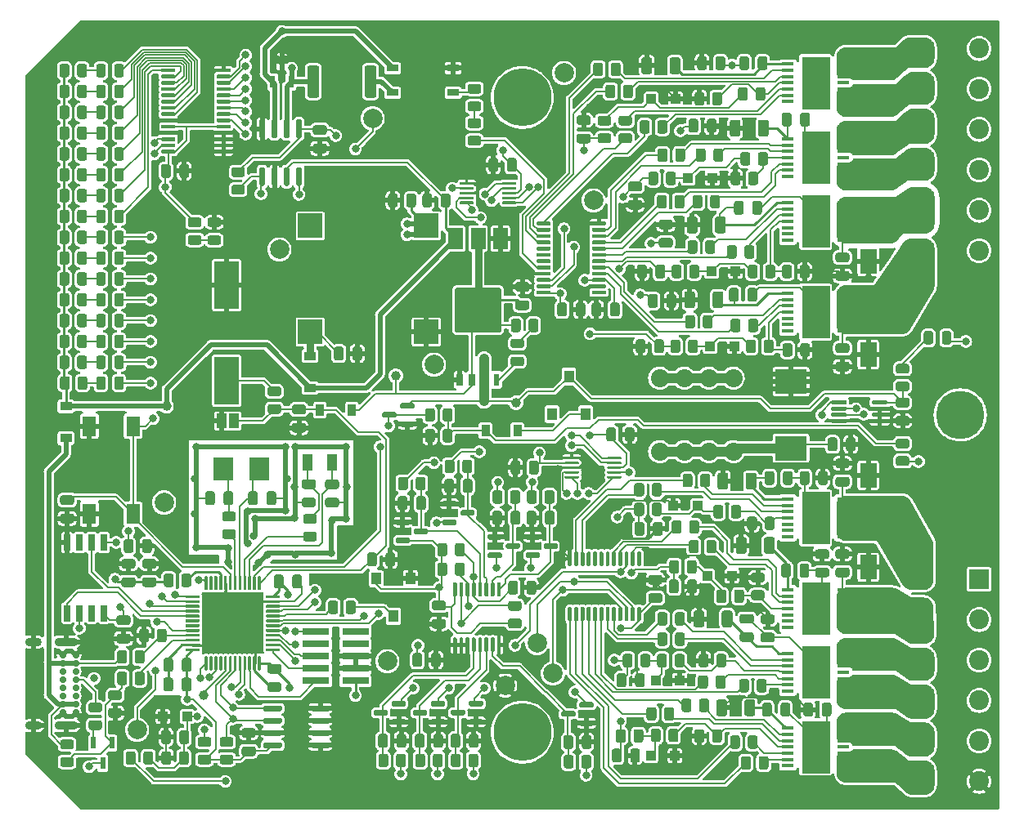
<source format=gtl>
%TF.GenerationSoftware,KiCad,Pcbnew,(6.0.0)*%
%TF.CreationDate,2022-04-16T22:28:55-04:00*%
%TF.ProjectId,DingoPDM,44696e67-6f50-4444-9d2e-6b696361645f,v3*%
%TF.SameCoordinates,Original*%
%TF.FileFunction,Copper,L1,Top*%
%TF.FilePolarity,Positive*%
%FSLAX46Y46*%
G04 Gerber Fmt 4.6, Leading zero omitted, Abs format (unit mm)*
G04 Created by KiCad (PCBNEW (6.0.0)) date 2022-04-16 22:28:55*
%MOMM*%
%LPD*%
G01*
G04 APERTURE LIST*
%TA.AperFunction,NonConductor*%
%ADD10C,0.100000*%
%TD*%
%TA.AperFunction,ComponentPad*%
%ADD11C,2.000000*%
%TD*%
%TA.AperFunction,SMDPad,CuDef*%
%ADD12R,2.000000X2.400000*%
%TD*%
%TA.AperFunction,SMDPad,CuDef*%
%ADD13R,1.700000X2.500000*%
%TD*%
%TA.AperFunction,SMDPad,CuDef*%
%ADD14R,1.000000X1.000000*%
%TD*%
%TA.AperFunction,ComponentPad*%
%ADD15C,1.875000*%
%TD*%
%TA.AperFunction,SMDPad,CuDef*%
%ADD16R,0.650000X1.700000*%
%TD*%
%TA.AperFunction,SMDPad,CuDef*%
%ADD17R,1.310000X0.450000*%
%TD*%
%TA.AperFunction,SMDPad,CuDef*%
%ADD18R,2.650000X4.000000*%
%TD*%
%TA.AperFunction,SMDPad,CuDef*%
%ADD19R,1.400000X2.100000*%
%TD*%
%TA.AperFunction,SMDPad,CuDef*%
%ADD20R,2.790000X0.740000*%
%TD*%
%TA.AperFunction,SMDPad,CuDef*%
%ADD21R,3.300000X2.500000*%
%TD*%
%TA.AperFunction,SMDPad,CuDef*%
%ADD22R,2.500000X2.500000*%
%TD*%
%TA.AperFunction,ComponentPad*%
%ADD23C,6.000000*%
%TD*%
%TA.AperFunction,SMDPad,CuDef*%
%ADD24R,0.600000X1.300000*%
%TD*%
%TA.AperFunction,SMDPad,CuDef*%
%ADD25R,2.500000X4.900000*%
%TD*%
%TA.AperFunction,SMDPad,CuDef*%
%ADD26R,0.900000X1.200000*%
%TD*%
%TA.AperFunction,SMDPad,CuDef*%
%ADD27R,1.200000X0.900000*%
%TD*%
%TA.AperFunction,SMDPad,CuDef*%
%ADD28R,1.000000X1.800000*%
%TD*%
%TA.AperFunction,SMDPad,CuDef*%
%ADD29R,1.000000X1.300000*%
%TD*%
%TA.AperFunction,ComponentPad*%
%ADD30C,5.000000*%
%TD*%
%TA.AperFunction,ComponentPad*%
%ADD31R,2.056000X2.056000*%
%TD*%
%TA.AperFunction,ComponentPad*%
%ADD32C,2.056000*%
%TD*%
%TA.AperFunction,SMDPad,CuDef*%
%ADD33R,1.500000X2.200000*%
%TD*%
%TA.AperFunction,SMDPad,CuDef*%
%ADD34R,3.800000X2.200000*%
%TD*%
%TA.AperFunction,SMDPad,CuDef*%
%ADD35C,1.000000*%
%TD*%
%TA.AperFunction,SMDPad,CuDef*%
%ADD36R,1.000000X1.500000*%
%TD*%
%TA.AperFunction,ComponentPad*%
%ADD37C,0.700000*%
%TD*%
%TA.AperFunction,ComponentPad*%
%ADD38O,1.700000X0.900000*%
%TD*%
%TA.AperFunction,ComponentPad*%
%ADD39O,2.400000X0.900000*%
%TD*%
%TA.AperFunction,SMDPad,CuDef*%
%ADD40R,1.200000X0.800000*%
%TD*%
%TA.AperFunction,SMDPad,CuDef*%
%ADD41R,0.650000X1.310000*%
%TD*%
%TA.AperFunction,SMDPad,CuDef*%
%ADD42R,0.600000X1.310000*%
%TD*%
%TA.AperFunction,ViaPad*%
%ADD43C,0.800000*%
%TD*%
%TA.AperFunction,Conductor*%
%ADD44C,0.508000*%
%TD*%
%TA.AperFunction,Conductor*%
%ADD45C,0.152400*%
%TD*%
%TA.AperFunction,Conductor*%
%ADD46C,0.250000*%
%TD*%
%TA.AperFunction,Conductor*%
%ADD47C,1.016000*%
%TD*%
%TA.AperFunction,Conductor*%
%ADD48C,0.762000*%
%TD*%
G04 APERTURE END LIST*
D10*
X191770000Y-57150000D02*
X188976000Y-57150000D01*
X188976000Y-57150000D02*
X188976000Y-51816000D01*
X188976000Y-51816000D02*
X191770000Y-51816000D01*
X191770000Y-51816000D02*
X191770000Y-57150000D01*
G36*
X191770000Y-57150000D02*
G01*
X188976000Y-57150000D01*
X188976000Y-51816000D01*
X191770000Y-51816000D01*
X191770000Y-57150000D01*
G37*
X191770000Y-57150000D02*
X188976000Y-57150000D01*
X188976000Y-51816000D01*
X191770000Y-51816000D01*
X191770000Y-57150000D01*
X191770000Y-49403000D02*
X188976000Y-49403000D01*
X188976000Y-49403000D02*
X188976000Y-44069000D01*
X188976000Y-44069000D02*
X191770000Y-44069000D01*
X191770000Y-44069000D02*
X191770000Y-49403000D01*
G36*
X191770000Y-49403000D02*
G01*
X188976000Y-49403000D01*
X188976000Y-44069000D01*
X191770000Y-44069000D01*
X191770000Y-49403000D01*
G37*
X191770000Y-49403000D02*
X188976000Y-49403000D01*
X188976000Y-44069000D01*
X191770000Y-44069000D01*
X191770000Y-49403000D01*
X191770000Y-63754000D02*
X188976000Y-63754000D01*
X188976000Y-63754000D02*
X188976000Y-58420000D01*
X188976000Y-58420000D02*
X191770000Y-58420000D01*
X191770000Y-58420000D02*
X191770000Y-63754000D01*
G36*
X191770000Y-63754000D02*
G01*
X188976000Y-63754000D01*
X188976000Y-58420000D01*
X191770000Y-58420000D01*
X191770000Y-63754000D01*
G37*
X191770000Y-63754000D02*
X188976000Y-63754000D01*
X188976000Y-58420000D01*
X191770000Y-58420000D01*
X191770000Y-63754000D01*
X191770000Y-73152000D02*
X188976000Y-73152000D01*
X188976000Y-73152000D02*
X188976000Y-67818000D01*
X188976000Y-67818000D02*
X191770000Y-67818000D01*
X191770000Y-67818000D02*
X191770000Y-73152000D01*
G36*
X191770000Y-73152000D02*
G01*
X188976000Y-73152000D01*
X188976000Y-67818000D01*
X191770000Y-67818000D01*
X191770000Y-73152000D01*
G37*
X191770000Y-73152000D02*
X188976000Y-73152000D01*
X188976000Y-67818000D01*
X191770000Y-67818000D01*
X191770000Y-73152000D01*
X191770000Y-94488000D02*
X188976000Y-94488000D01*
X188976000Y-94488000D02*
X188976000Y-89154000D01*
X188976000Y-89154000D02*
X191770000Y-89154000D01*
X191770000Y-89154000D02*
X191770000Y-94488000D01*
G36*
X191770000Y-94488000D02*
G01*
X188976000Y-94488000D01*
X188976000Y-89154000D01*
X191770000Y-89154000D01*
X191770000Y-94488000D01*
G37*
X191770000Y-94488000D02*
X188976000Y-94488000D01*
X188976000Y-89154000D01*
X191770000Y-89154000D01*
X191770000Y-94488000D01*
X191770000Y-103886000D02*
X188976000Y-103886000D01*
X188976000Y-103886000D02*
X188976000Y-98552000D01*
X188976000Y-98552000D02*
X191770000Y-98552000D01*
X191770000Y-98552000D02*
X191770000Y-103886000D01*
G36*
X191770000Y-103886000D02*
G01*
X188976000Y-103886000D01*
X188976000Y-98552000D01*
X191770000Y-98552000D01*
X191770000Y-103886000D01*
G37*
X191770000Y-103886000D02*
X188976000Y-103886000D01*
X188976000Y-98552000D01*
X191770000Y-98552000D01*
X191770000Y-103886000D01*
X191770000Y-110490000D02*
X188976000Y-110490000D01*
X188976000Y-110490000D02*
X188976000Y-105156000D01*
X188976000Y-105156000D02*
X191770000Y-105156000D01*
X191770000Y-105156000D02*
X191770000Y-110490000D01*
G36*
X191770000Y-110490000D02*
G01*
X188976000Y-110490000D01*
X188976000Y-105156000D01*
X191770000Y-105156000D01*
X191770000Y-110490000D01*
G37*
X191770000Y-110490000D02*
X188976000Y-110490000D01*
X188976000Y-105156000D01*
X191770000Y-105156000D01*
X191770000Y-110490000D01*
X191770000Y-118237000D02*
X188976000Y-118237000D01*
X188976000Y-118237000D02*
X188976000Y-112903000D01*
X188976000Y-112903000D02*
X191770000Y-112903000D01*
X191770000Y-112903000D02*
X191770000Y-118237000D01*
G36*
X191770000Y-118237000D02*
G01*
X188976000Y-118237000D01*
X188976000Y-112903000D01*
X191770000Y-112903000D01*
X191770000Y-118237000D01*
G37*
X191770000Y-118237000D02*
X188976000Y-118237000D01*
X188976000Y-112903000D01*
X191770000Y-112903000D01*
X191770000Y-118237000D01*
D11*
X150876000Y-75946000D03*
X134874000Y-64008000D03*
X164338000Y-45720000D03*
%TA.AperFunction,SMDPad,CuDef*%
G36*
G01*
X129217000Y-91158000D02*
X130117000Y-91158000D01*
G75*
G02*
X130367000Y-91408000I0J-250000D01*
G01*
X130367000Y-91933000D01*
G75*
G02*
X130117000Y-92183000I-250000J0D01*
G01*
X129217000Y-92183000D01*
G75*
G02*
X128967000Y-91933000I0J250000D01*
G01*
X128967000Y-91408000D01*
G75*
G02*
X129217000Y-91158000I250000J0D01*
G01*
G37*
%TD.AperFunction*%
%TA.AperFunction,SMDPad,CuDef*%
G36*
G01*
X129217000Y-92983000D02*
X130117000Y-92983000D01*
G75*
G02*
X130367000Y-93233000I0J-250000D01*
G01*
X130367000Y-93758000D01*
G75*
G02*
X130117000Y-94008000I-250000J0D01*
G01*
X129217000Y-94008000D01*
G75*
G02*
X128967000Y-93758000I0J250000D01*
G01*
X128967000Y-93233000D01*
G75*
G02*
X129217000Y-92983000I250000J0D01*
G01*
G37*
%TD.AperFunction*%
%TA.AperFunction,SMDPad,CuDef*%
G36*
G01*
X142776000Y-100642000D02*
X142776000Y-101542000D01*
G75*
G02*
X142526000Y-101792000I-250000J0D01*
G01*
X142001000Y-101792000D01*
G75*
G02*
X141751000Y-101542000I0J250000D01*
G01*
X141751000Y-100642000D01*
G75*
G02*
X142001000Y-100392000I250000J0D01*
G01*
X142526000Y-100392000D01*
G75*
G02*
X142776000Y-100642000I0J-250000D01*
G01*
G37*
%TD.AperFunction*%
%TA.AperFunction,SMDPad,CuDef*%
G36*
G01*
X140951000Y-100642000D02*
X140951000Y-101542000D01*
G75*
G02*
X140701000Y-101792000I-250000J0D01*
G01*
X140176000Y-101792000D01*
G75*
G02*
X139926000Y-101542000I0J250000D01*
G01*
X139926000Y-100642000D01*
G75*
G02*
X140176000Y-100392000I250000J0D01*
G01*
X140701000Y-100392000D01*
G75*
G02*
X140951000Y-100642000I0J-250000D01*
G01*
G37*
%TD.AperFunction*%
%TA.AperFunction,SMDPad,CuDef*%
G36*
G01*
X132723000Y-97843000D02*
X132873000Y-97843000D01*
G75*
G02*
X132948000Y-97918000I0J-75000D01*
G01*
X132948000Y-99243000D01*
G75*
G02*
X132873000Y-99318000I-75000J0D01*
G01*
X132723000Y-99318000D01*
G75*
G02*
X132648000Y-99243000I0J75000D01*
G01*
X132648000Y-97918000D01*
G75*
G02*
X132723000Y-97843000I75000J0D01*
G01*
G37*
%TD.AperFunction*%
%TA.AperFunction,SMDPad,CuDef*%
G36*
G01*
X132223000Y-97843000D02*
X132373000Y-97843000D01*
G75*
G02*
X132448000Y-97918000I0J-75000D01*
G01*
X132448000Y-99243000D01*
G75*
G02*
X132373000Y-99318000I-75000J0D01*
G01*
X132223000Y-99318000D01*
G75*
G02*
X132148000Y-99243000I0J75000D01*
G01*
X132148000Y-97918000D01*
G75*
G02*
X132223000Y-97843000I75000J0D01*
G01*
G37*
%TD.AperFunction*%
%TA.AperFunction,SMDPad,CuDef*%
G36*
G01*
X131723000Y-97843000D02*
X131873000Y-97843000D01*
G75*
G02*
X131948000Y-97918000I0J-75000D01*
G01*
X131948000Y-99243000D01*
G75*
G02*
X131873000Y-99318000I-75000J0D01*
G01*
X131723000Y-99318000D01*
G75*
G02*
X131648000Y-99243000I0J75000D01*
G01*
X131648000Y-97918000D01*
G75*
G02*
X131723000Y-97843000I75000J0D01*
G01*
G37*
%TD.AperFunction*%
%TA.AperFunction,SMDPad,CuDef*%
G36*
G01*
X131223000Y-97843000D02*
X131373000Y-97843000D01*
G75*
G02*
X131448000Y-97918000I0J-75000D01*
G01*
X131448000Y-99243000D01*
G75*
G02*
X131373000Y-99318000I-75000J0D01*
G01*
X131223000Y-99318000D01*
G75*
G02*
X131148000Y-99243000I0J75000D01*
G01*
X131148000Y-97918000D01*
G75*
G02*
X131223000Y-97843000I75000J0D01*
G01*
G37*
%TD.AperFunction*%
%TA.AperFunction,SMDPad,CuDef*%
G36*
G01*
X130723000Y-97843000D02*
X130873000Y-97843000D01*
G75*
G02*
X130948000Y-97918000I0J-75000D01*
G01*
X130948000Y-99243000D01*
G75*
G02*
X130873000Y-99318000I-75000J0D01*
G01*
X130723000Y-99318000D01*
G75*
G02*
X130648000Y-99243000I0J75000D01*
G01*
X130648000Y-97918000D01*
G75*
G02*
X130723000Y-97843000I75000J0D01*
G01*
G37*
%TD.AperFunction*%
%TA.AperFunction,SMDPad,CuDef*%
G36*
G01*
X130223000Y-97843000D02*
X130373000Y-97843000D01*
G75*
G02*
X130448000Y-97918000I0J-75000D01*
G01*
X130448000Y-99243000D01*
G75*
G02*
X130373000Y-99318000I-75000J0D01*
G01*
X130223000Y-99318000D01*
G75*
G02*
X130148000Y-99243000I0J75000D01*
G01*
X130148000Y-97918000D01*
G75*
G02*
X130223000Y-97843000I75000J0D01*
G01*
G37*
%TD.AperFunction*%
%TA.AperFunction,SMDPad,CuDef*%
G36*
G01*
X129723000Y-97843000D02*
X129873000Y-97843000D01*
G75*
G02*
X129948000Y-97918000I0J-75000D01*
G01*
X129948000Y-99243000D01*
G75*
G02*
X129873000Y-99318000I-75000J0D01*
G01*
X129723000Y-99318000D01*
G75*
G02*
X129648000Y-99243000I0J75000D01*
G01*
X129648000Y-97918000D01*
G75*
G02*
X129723000Y-97843000I75000J0D01*
G01*
G37*
%TD.AperFunction*%
%TA.AperFunction,SMDPad,CuDef*%
G36*
G01*
X129223000Y-97843000D02*
X129373000Y-97843000D01*
G75*
G02*
X129448000Y-97918000I0J-75000D01*
G01*
X129448000Y-99243000D01*
G75*
G02*
X129373000Y-99318000I-75000J0D01*
G01*
X129223000Y-99318000D01*
G75*
G02*
X129148000Y-99243000I0J75000D01*
G01*
X129148000Y-97918000D01*
G75*
G02*
X129223000Y-97843000I75000J0D01*
G01*
G37*
%TD.AperFunction*%
%TA.AperFunction,SMDPad,CuDef*%
G36*
G01*
X128723000Y-97843000D02*
X128873000Y-97843000D01*
G75*
G02*
X128948000Y-97918000I0J-75000D01*
G01*
X128948000Y-99243000D01*
G75*
G02*
X128873000Y-99318000I-75000J0D01*
G01*
X128723000Y-99318000D01*
G75*
G02*
X128648000Y-99243000I0J75000D01*
G01*
X128648000Y-97918000D01*
G75*
G02*
X128723000Y-97843000I75000J0D01*
G01*
G37*
%TD.AperFunction*%
%TA.AperFunction,SMDPad,CuDef*%
G36*
G01*
X128223000Y-97843000D02*
X128373000Y-97843000D01*
G75*
G02*
X128448000Y-97918000I0J-75000D01*
G01*
X128448000Y-99243000D01*
G75*
G02*
X128373000Y-99318000I-75000J0D01*
G01*
X128223000Y-99318000D01*
G75*
G02*
X128148000Y-99243000I0J75000D01*
G01*
X128148000Y-97918000D01*
G75*
G02*
X128223000Y-97843000I75000J0D01*
G01*
G37*
%TD.AperFunction*%
%TA.AperFunction,SMDPad,CuDef*%
G36*
G01*
X127723000Y-97843000D02*
X127873000Y-97843000D01*
G75*
G02*
X127948000Y-97918000I0J-75000D01*
G01*
X127948000Y-99243000D01*
G75*
G02*
X127873000Y-99318000I-75000J0D01*
G01*
X127723000Y-99318000D01*
G75*
G02*
X127648000Y-99243000I0J75000D01*
G01*
X127648000Y-97918000D01*
G75*
G02*
X127723000Y-97843000I75000J0D01*
G01*
G37*
%TD.AperFunction*%
%TA.AperFunction,SMDPad,CuDef*%
G36*
G01*
X127223000Y-97843000D02*
X127373000Y-97843000D01*
G75*
G02*
X127448000Y-97918000I0J-75000D01*
G01*
X127448000Y-99243000D01*
G75*
G02*
X127373000Y-99318000I-75000J0D01*
G01*
X127223000Y-99318000D01*
G75*
G02*
X127148000Y-99243000I0J75000D01*
G01*
X127148000Y-97918000D01*
G75*
G02*
X127223000Y-97843000I75000J0D01*
G01*
G37*
%TD.AperFunction*%
%TA.AperFunction,SMDPad,CuDef*%
G36*
G01*
X125223000Y-99843000D02*
X126548000Y-99843000D01*
G75*
G02*
X126623000Y-99918000I0J-75000D01*
G01*
X126623000Y-100068000D01*
G75*
G02*
X126548000Y-100143000I-75000J0D01*
G01*
X125223000Y-100143000D01*
G75*
G02*
X125148000Y-100068000I0J75000D01*
G01*
X125148000Y-99918000D01*
G75*
G02*
X125223000Y-99843000I75000J0D01*
G01*
G37*
%TD.AperFunction*%
%TA.AperFunction,SMDPad,CuDef*%
G36*
G01*
X125223000Y-100343000D02*
X126548000Y-100343000D01*
G75*
G02*
X126623000Y-100418000I0J-75000D01*
G01*
X126623000Y-100568000D01*
G75*
G02*
X126548000Y-100643000I-75000J0D01*
G01*
X125223000Y-100643000D01*
G75*
G02*
X125148000Y-100568000I0J75000D01*
G01*
X125148000Y-100418000D01*
G75*
G02*
X125223000Y-100343000I75000J0D01*
G01*
G37*
%TD.AperFunction*%
%TA.AperFunction,SMDPad,CuDef*%
G36*
G01*
X125223000Y-100843000D02*
X126548000Y-100843000D01*
G75*
G02*
X126623000Y-100918000I0J-75000D01*
G01*
X126623000Y-101068000D01*
G75*
G02*
X126548000Y-101143000I-75000J0D01*
G01*
X125223000Y-101143000D01*
G75*
G02*
X125148000Y-101068000I0J75000D01*
G01*
X125148000Y-100918000D01*
G75*
G02*
X125223000Y-100843000I75000J0D01*
G01*
G37*
%TD.AperFunction*%
%TA.AperFunction,SMDPad,CuDef*%
G36*
G01*
X125223000Y-101343000D02*
X126548000Y-101343000D01*
G75*
G02*
X126623000Y-101418000I0J-75000D01*
G01*
X126623000Y-101568000D01*
G75*
G02*
X126548000Y-101643000I-75000J0D01*
G01*
X125223000Y-101643000D01*
G75*
G02*
X125148000Y-101568000I0J75000D01*
G01*
X125148000Y-101418000D01*
G75*
G02*
X125223000Y-101343000I75000J0D01*
G01*
G37*
%TD.AperFunction*%
%TA.AperFunction,SMDPad,CuDef*%
G36*
G01*
X125223000Y-101843000D02*
X126548000Y-101843000D01*
G75*
G02*
X126623000Y-101918000I0J-75000D01*
G01*
X126623000Y-102068000D01*
G75*
G02*
X126548000Y-102143000I-75000J0D01*
G01*
X125223000Y-102143000D01*
G75*
G02*
X125148000Y-102068000I0J75000D01*
G01*
X125148000Y-101918000D01*
G75*
G02*
X125223000Y-101843000I75000J0D01*
G01*
G37*
%TD.AperFunction*%
%TA.AperFunction,SMDPad,CuDef*%
G36*
G01*
X125223000Y-102343000D02*
X126548000Y-102343000D01*
G75*
G02*
X126623000Y-102418000I0J-75000D01*
G01*
X126623000Y-102568000D01*
G75*
G02*
X126548000Y-102643000I-75000J0D01*
G01*
X125223000Y-102643000D01*
G75*
G02*
X125148000Y-102568000I0J75000D01*
G01*
X125148000Y-102418000D01*
G75*
G02*
X125223000Y-102343000I75000J0D01*
G01*
G37*
%TD.AperFunction*%
%TA.AperFunction,SMDPad,CuDef*%
G36*
G01*
X125223000Y-102843000D02*
X126548000Y-102843000D01*
G75*
G02*
X126623000Y-102918000I0J-75000D01*
G01*
X126623000Y-103068000D01*
G75*
G02*
X126548000Y-103143000I-75000J0D01*
G01*
X125223000Y-103143000D01*
G75*
G02*
X125148000Y-103068000I0J75000D01*
G01*
X125148000Y-102918000D01*
G75*
G02*
X125223000Y-102843000I75000J0D01*
G01*
G37*
%TD.AperFunction*%
%TA.AperFunction,SMDPad,CuDef*%
G36*
G01*
X125223000Y-103343000D02*
X126548000Y-103343000D01*
G75*
G02*
X126623000Y-103418000I0J-75000D01*
G01*
X126623000Y-103568000D01*
G75*
G02*
X126548000Y-103643000I-75000J0D01*
G01*
X125223000Y-103643000D01*
G75*
G02*
X125148000Y-103568000I0J75000D01*
G01*
X125148000Y-103418000D01*
G75*
G02*
X125223000Y-103343000I75000J0D01*
G01*
G37*
%TD.AperFunction*%
%TA.AperFunction,SMDPad,CuDef*%
G36*
G01*
X125223000Y-103843000D02*
X126548000Y-103843000D01*
G75*
G02*
X126623000Y-103918000I0J-75000D01*
G01*
X126623000Y-104068000D01*
G75*
G02*
X126548000Y-104143000I-75000J0D01*
G01*
X125223000Y-104143000D01*
G75*
G02*
X125148000Y-104068000I0J75000D01*
G01*
X125148000Y-103918000D01*
G75*
G02*
X125223000Y-103843000I75000J0D01*
G01*
G37*
%TD.AperFunction*%
%TA.AperFunction,SMDPad,CuDef*%
G36*
G01*
X125223000Y-104343000D02*
X126548000Y-104343000D01*
G75*
G02*
X126623000Y-104418000I0J-75000D01*
G01*
X126623000Y-104568000D01*
G75*
G02*
X126548000Y-104643000I-75000J0D01*
G01*
X125223000Y-104643000D01*
G75*
G02*
X125148000Y-104568000I0J75000D01*
G01*
X125148000Y-104418000D01*
G75*
G02*
X125223000Y-104343000I75000J0D01*
G01*
G37*
%TD.AperFunction*%
%TA.AperFunction,SMDPad,CuDef*%
G36*
G01*
X125223000Y-104843000D02*
X126548000Y-104843000D01*
G75*
G02*
X126623000Y-104918000I0J-75000D01*
G01*
X126623000Y-105068000D01*
G75*
G02*
X126548000Y-105143000I-75000J0D01*
G01*
X125223000Y-105143000D01*
G75*
G02*
X125148000Y-105068000I0J75000D01*
G01*
X125148000Y-104918000D01*
G75*
G02*
X125223000Y-104843000I75000J0D01*
G01*
G37*
%TD.AperFunction*%
%TA.AperFunction,SMDPad,CuDef*%
G36*
G01*
X125223000Y-105343000D02*
X126548000Y-105343000D01*
G75*
G02*
X126623000Y-105418000I0J-75000D01*
G01*
X126623000Y-105568000D01*
G75*
G02*
X126548000Y-105643000I-75000J0D01*
G01*
X125223000Y-105643000D01*
G75*
G02*
X125148000Y-105568000I0J75000D01*
G01*
X125148000Y-105418000D01*
G75*
G02*
X125223000Y-105343000I75000J0D01*
G01*
G37*
%TD.AperFunction*%
%TA.AperFunction,SMDPad,CuDef*%
G36*
G01*
X127223000Y-106168000D02*
X127373000Y-106168000D01*
G75*
G02*
X127448000Y-106243000I0J-75000D01*
G01*
X127448000Y-107568000D01*
G75*
G02*
X127373000Y-107643000I-75000J0D01*
G01*
X127223000Y-107643000D01*
G75*
G02*
X127148000Y-107568000I0J75000D01*
G01*
X127148000Y-106243000D01*
G75*
G02*
X127223000Y-106168000I75000J0D01*
G01*
G37*
%TD.AperFunction*%
%TA.AperFunction,SMDPad,CuDef*%
G36*
G01*
X127723000Y-106168000D02*
X127873000Y-106168000D01*
G75*
G02*
X127948000Y-106243000I0J-75000D01*
G01*
X127948000Y-107568000D01*
G75*
G02*
X127873000Y-107643000I-75000J0D01*
G01*
X127723000Y-107643000D01*
G75*
G02*
X127648000Y-107568000I0J75000D01*
G01*
X127648000Y-106243000D01*
G75*
G02*
X127723000Y-106168000I75000J0D01*
G01*
G37*
%TD.AperFunction*%
%TA.AperFunction,SMDPad,CuDef*%
G36*
G01*
X128223000Y-106168000D02*
X128373000Y-106168000D01*
G75*
G02*
X128448000Y-106243000I0J-75000D01*
G01*
X128448000Y-107568000D01*
G75*
G02*
X128373000Y-107643000I-75000J0D01*
G01*
X128223000Y-107643000D01*
G75*
G02*
X128148000Y-107568000I0J75000D01*
G01*
X128148000Y-106243000D01*
G75*
G02*
X128223000Y-106168000I75000J0D01*
G01*
G37*
%TD.AperFunction*%
%TA.AperFunction,SMDPad,CuDef*%
G36*
G01*
X128723000Y-106168000D02*
X128873000Y-106168000D01*
G75*
G02*
X128948000Y-106243000I0J-75000D01*
G01*
X128948000Y-107568000D01*
G75*
G02*
X128873000Y-107643000I-75000J0D01*
G01*
X128723000Y-107643000D01*
G75*
G02*
X128648000Y-107568000I0J75000D01*
G01*
X128648000Y-106243000D01*
G75*
G02*
X128723000Y-106168000I75000J0D01*
G01*
G37*
%TD.AperFunction*%
%TA.AperFunction,SMDPad,CuDef*%
G36*
G01*
X129223000Y-106168000D02*
X129373000Y-106168000D01*
G75*
G02*
X129448000Y-106243000I0J-75000D01*
G01*
X129448000Y-107568000D01*
G75*
G02*
X129373000Y-107643000I-75000J0D01*
G01*
X129223000Y-107643000D01*
G75*
G02*
X129148000Y-107568000I0J75000D01*
G01*
X129148000Y-106243000D01*
G75*
G02*
X129223000Y-106168000I75000J0D01*
G01*
G37*
%TD.AperFunction*%
%TA.AperFunction,SMDPad,CuDef*%
G36*
G01*
X129723000Y-106168000D02*
X129873000Y-106168000D01*
G75*
G02*
X129948000Y-106243000I0J-75000D01*
G01*
X129948000Y-107568000D01*
G75*
G02*
X129873000Y-107643000I-75000J0D01*
G01*
X129723000Y-107643000D01*
G75*
G02*
X129648000Y-107568000I0J75000D01*
G01*
X129648000Y-106243000D01*
G75*
G02*
X129723000Y-106168000I75000J0D01*
G01*
G37*
%TD.AperFunction*%
%TA.AperFunction,SMDPad,CuDef*%
G36*
G01*
X130223000Y-106168000D02*
X130373000Y-106168000D01*
G75*
G02*
X130448000Y-106243000I0J-75000D01*
G01*
X130448000Y-107568000D01*
G75*
G02*
X130373000Y-107643000I-75000J0D01*
G01*
X130223000Y-107643000D01*
G75*
G02*
X130148000Y-107568000I0J75000D01*
G01*
X130148000Y-106243000D01*
G75*
G02*
X130223000Y-106168000I75000J0D01*
G01*
G37*
%TD.AperFunction*%
%TA.AperFunction,SMDPad,CuDef*%
G36*
G01*
X130723000Y-106168000D02*
X130873000Y-106168000D01*
G75*
G02*
X130948000Y-106243000I0J-75000D01*
G01*
X130948000Y-107568000D01*
G75*
G02*
X130873000Y-107643000I-75000J0D01*
G01*
X130723000Y-107643000D01*
G75*
G02*
X130648000Y-107568000I0J75000D01*
G01*
X130648000Y-106243000D01*
G75*
G02*
X130723000Y-106168000I75000J0D01*
G01*
G37*
%TD.AperFunction*%
%TA.AperFunction,SMDPad,CuDef*%
G36*
G01*
X131223000Y-106168000D02*
X131373000Y-106168000D01*
G75*
G02*
X131448000Y-106243000I0J-75000D01*
G01*
X131448000Y-107568000D01*
G75*
G02*
X131373000Y-107643000I-75000J0D01*
G01*
X131223000Y-107643000D01*
G75*
G02*
X131148000Y-107568000I0J75000D01*
G01*
X131148000Y-106243000D01*
G75*
G02*
X131223000Y-106168000I75000J0D01*
G01*
G37*
%TD.AperFunction*%
%TA.AperFunction,SMDPad,CuDef*%
G36*
G01*
X131723000Y-106168000D02*
X131873000Y-106168000D01*
G75*
G02*
X131948000Y-106243000I0J-75000D01*
G01*
X131948000Y-107568000D01*
G75*
G02*
X131873000Y-107643000I-75000J0D01*
G01*
X131723000Y-107643000D01*
G75*
G02*
X131648000Y-107568000I0J75000D01*
G01*
X131648000Y-106243000D01*
G75*
G02*
X131723000Y-106168000I75000J0D01*
G01*
G37*
%TD.AperFunction*%
%TA.AperFunction,SMDPad,CuDef*%
G36*
G01*
X132223000Y-106168000D02*
X132373000Y-106168000D01*
G75*
G02*
X132448000Y-106243000I0J-75000D01*
G01*
X132448000Y-107568000D01*
G75*
G02*
X132373000Y-107643000I-75000J0D01*
G01*
X132223000Y-107643000D01*
G75*
G02*
X132148000Y-107568000I0J75000D01*
G01*
X132148000Y-106243000D01*
G75*
G02*
X132223000Y-106168000I75000J0D01*
G01*
G37*
%TD.AperFunction*%
%TA.AperFunction,SMDPad,CuDef*%
G36*
G01*
X132723000Y-106168000D02*
X132873000Y-106168000D01*
G75*
G02*
X132948000Y-106243000I0J-75000D01*
G01*
X132948000Y-107568000D01*
G75*
G02*
X132873000Y-107643000I-75000J0D01*
G01*
X132723000Y-107643000D01*
G75*
G02*
X132648000Y-107568000I0J75000D01*
G01*
X132648000Y-106243000D01*
G75*
G02*
X132723000Y-106168000I75000J0D01*
G01*
G37*
%TD.AperFunction*%
%TA.AperFunction,SMDPad,CuDef*%
G36*
G01*
X133548000Y-105343000D02*
X134873000Y-105343000D01*
G75*
G02*
X134948000Y-105418000I0J-75000D01*
G01*
X134948000Y-105568000D01*
G75*
G02*
X134873000Y-105643000I-75000J0D01*
G01*
X133548000Y-105643000D01*
G75*
G02*
X133473000Y-105568000I0J75000D01*
G01*
X133473000Y-105418000D01*
G75*
G02*
X133548000Y-105343000I75000J0D01*
G01*
G37*
%TD.AperFunction*%
%TA.AperFunction,SMDPad,CuDef*%
G36*
G01*
X133548000Y-104843000D02*
X134873000Y-104843000D01*
G75*
G02*
X134948000Y-104918000I0J-75000D01*
G01*
X134948000Y-105068000D01*
G75*
G02*
X134873000Y-105143000I-75000J0D01*
G01*
X133548000Y-105143000D01*
G75*
G02*
X133473000Y-105068000I0J75000D01*
G01*
X133473000Y-104918000D01*
G75*
G02*
X133548000Y-104843000I75000J0D01*
G01*
G37*
%TD.AperFunction*%
%TA.AperFunction,SMDPad,CuDef*%
G36*
G01*
X133548000Y-104343000D02*
X134873000Y-104343000D01*
G75*
G02*
X134948000Y-104418000I0J-75000D01*
G01*
X134948000Y-104568000D01*
G75*
G02*
X134873000Y-104643000I-75000J0D01*
G01*
X133548000Y-104643000D01*
G75*
G02*
X133473000Y-104568000I0J75000D01*
G01*
X133473000Y-104418000D01*
G75*
G02*
X133548000Y-104343000I75000J0D01*
G01*
G37*
%TD.AperFunction*%
%TA.AperFunction,SMDPad,CuDef*%
G36*
G01*
X133548000Y-103843000D02*
X134873000Y-103843000D01*
G75*
G02*
X134948000Y-103918000I0J-75000D01*
G01*
X134948000Y-104068000D01*
G75*
G02*
X134873000Y-104143000I-75000J0D01*
G01*
X133548000Y-104143000D01*
G75*
G02*
X133473000Y-104068000I0J75000D01*
G01*
X133473000Y-103918000D01*
G75*
G02*
X133548000Y-103843000I75000J0D01*
G01*
G37*
%TD.AperFunction*%
%TA.AperFunction,SMDPad,CuDef*%
G36*
G01*
X133548000Y-103343000D02*
X134873000Y-103343000D01*
G75*
G02*
X134948000Y-103418000I0J-75000D01*
G01*
X134948000Y-103568000D01*
G75*
G02*
X134873000Y-103643000I-75000J0D01*
G01*
X133548000Y-103643000D01*
G75*
G02*
X133473000Y-103568000I0J75000D01*
G01*
X133473000Y-103418000D01*
G75*
G02*
X133548000Y-103343000I75000J0D01*
G01*
G37*
%TD.AperFunction*%
%TA.AperFunction,SMDPad,CuDef*%
G36*
G01*
X133548000Y-102843000D02*
X134873000Y-102843000D01*
G75*
G02*
X134948000Y-102918000I0J-75000D01*
G01*
X134948000Y-103068000D01*
G75*
G02*
X134873000Y-103143000I-75000J0D01*
G01*
X133548000Y-103143000D01*
G75*
G02*
X133473000Y-103068000I0J75000D01*
G01*
X133473000Y-102918000D01*
G75*
G02*
X133548000Y-102843000I75000J0D01*
G01*
G37*
%TD.AperFunction*%
%TA.AperFunction,SMDPad,CuDef*%
G36*
G01*
X133548000Y-102343000D02*
X134873000Y-102343000D01*
G75*
G02*
X134948000Y-102418000I0J-75000D01*
G01*
X134948000Y-102568000D01*
G75*
G02*
X134873000Y-102643000I-75000J0D01*
G01*
X133548000Y-102643000D01*
G75*
G02*
X133473000Y-102568000I0J75000D01*
G01*
X133473000Y-102418000D01*
G75*
G02*
X133548000Y-102343000I75000J0D01*
G01*
G37*
%TD.AperFunction*%
%TA.AperFunction,SMDPad,CuDef*%
G36*
G01*
X133548000Y-101843000D02*
X134873000Y-101843000D01*
G75*
G02*
X134948000Y-101918000I0J-75000D01*
G01*
X134948000Y-102068000D01*
G75*
G02*
X134873000Y-102143000I-75000J0D01*
G01*
X133548000Y-102143000D01*
G75*
G02*
X133473000Y-102068000I0J75000D01*
G01*
X133473000Y-101918000D01*
G75*
G02*
X133548000Y-101843000I75000J0D01*
G01*
G37*
%TD.AperFunction*%
%TA.AperFunction,SMDPad,CuDef*%
G36*
G01*
X133548000Y-101343000D02*
X134873000Y-101343000D01*
G75*
G02*
X134948000Y-101418000I0J-75000D01*
G01*
X134948000Y-101568000D01*
G75*
G02*
X134873000Y-101643000I-75000J0D01*
G01*
X133548000Y-101643000D01*
G75*
G02*
X133473000Y-101568000I0J75000D01*
G01*
X133473000Y-101418000D01*
G75*
G02*
X133548000Y-101343000I75000J0D01*
G01*
G37*
%TD.AperFunction*%
%TA.AperFunction,SMDPad,CuDef*%
G36*
G01*
X133548000Y-100843000D02*
X134873000Y-100843000D01*
G75*
G02*
X134948000Y-100918000I0J-75000D01*
G01*
X134948000Y-101068000D01*
G75*
G02*
X134873000Y-101143000I-75000J0D01*
G01*
X133548000Y-101143000D01*
G75*
G02*
X133473000Y-101068000I0J75000D01*
G01*
X133473000Y-100918000D01*
G75*
G02*
X133548000Y-100843000I75000J0D01*
G01*
G37*
%TD.AperFunction*%
%TA.AperFunction,SMDPad,CuDef*%
G36*
G01*
X133548000Y-100343000D02*
X134873000Y-100343000D01*
G75*
G02*
X134948000Y-100418000I0J-75000D01*
G01*
X134948000Y-100568000D01*
G75*
G02*
X134873000Y-100643000I-75000J0D01*
G01*
X133548000Y-100643000D01*
G75*
G02*
X133473000Y-100568000I0J75000D01*
G01*
X133473000Y-100418000D01*
G75*
G02*
X133548000Y-100343000I75000J0D01*
G01*
G37*
%TD.AperFunction*%
%TA.AperFunction,SMDPad,CuDef*%
G36*
G01*
X133548000Y-99843000D02*
X134873000Y-99843000D01*
G75*
G02*
X134948000Y-99918000I0J-75000D01*
G01*
X134948000Y-100068000D01*
G75*
G02*
X134873000Y-100143000I-75000J0D01*
G01*
X133548000Y-100143000D01*
G75*
G02*
X133473000Y-100068000I0J75000D01*
G01*
X133473000Y-99918000D01*
G75*
G02*
X133548000Y-99843000I75000J0D01*
G01*
G37*
%TD.AperFunction*%
D12*
X132787000Y-86741000D03*
X129087000Y-86741000D03*
%TA.AperFunction,SMDPad,CuDef*%
G36*
G01*
X175948000Y-68867000D02*
X175948000Y-69817000D01*
G75*
G02*
X175698000Y-70067000I-250000J0D01*
G01*
X175198000Y-70067000D01*
G75*
G02*
X174948000Y-69817000I0J250000D01*
G01*
X174948000Y-68867000D01*
G75*
G02*
X175198000Y-68617000I250000J0D01*
G01*
X175698000Y-68617000D01*
G75*
G02*
X175948000Y-68867000I0J-250000D01*
G01*
G37*
%TD.AperFunction*%
%TA.AperFunction,SMDPad,CuDef*%
G36*
G01*
X174048000Y-68867000D02*
X174048000Y-69817000D01*
G75*
G02*
X173798000Y-70067000I-250000J0D01*
G01*
X173298000Y-70067000D01*
G75*
G02*
X173048000Y-69817000I0J250000D01*
G01*
X173048000Y-68867000D01*
G75*
G02*
X173298000Y-68617000I250000J0D01*
G01*
X173798000Y-68617000D01*
G75*
G02*
X174048000Y-68867000I0J-250000D01*
G01*
G37*
%TD.AperFunction*%
%TA.AperFunction,SMDPad,CuDef*%
G36*
G01*
X193642000Y-76634000D02*
X192692000Y-76634000D01*
G75*
G02*
X192442000Y-76384000I0J250000D01*
G01*
X192442000Y-75884000D01*
G75*
G02*
X192692000Y-75634000I250000J0D01*
G01*
X193642000Y-75634000D01*
G75*
G02*
X193892000Y-75884000I0J-250000D01*
G01*
X193892000Y-76384000D01*
G75*
G02*
X193642000Y-76634000I-250000J0D01*
G01*
G37*
%TD.AperFunction*%
%TA.AperFunction,SMDPad,CuDef*%
G36*
G01*
X193642000Y-74734000D02*
X192692000Y-74734000D01*
G75*
G02*
X192442000Y-74484000I0J250000D01*
G01*
X192442000Y-73984000D01*
G75*
G02*
X192692000Y-73734000I250000J0D01*
G01*
X193642000Y-73734000D01*
G75*
G02*
X193892000Y-73984000I0J-250000D01*
G01*
X193892000Y-74484000D01*
G75*
G02*
X193642000Y-74734000I-250000J0D01*
G01*
G37*
%TD.AperFunction*%
%TA.AperFunction,SMDPad,CuDef*%
G36*
G01*
X171778000Y-74516000D02*
X171778000Y-73566000D01*
G75*
G02*
X172028000Y-73316000I250000J0D01*
G01*
X172528000Y-73316000D01*
G75*
G02*
X172778000Y-73566000I0J-250000D01*
G01*
X172778000Y-74516000D01*
G75*
G02*
X172528000Y-74766000I-250000J0D01*
G01*
X172028000Y-74766000D01*
G75*
G02*
X171778000Y-74516000I0J250000D01*
G01*
G37*
%TD.AperFunction*%
%TA.AperFunction,SMDPad,CuDef*%
G36*
G01*
X173678000Y-74516000D02*
X173678000Y-73566000D01*
G75*
G02*
X173928000Y-73316000I250000J0D01*
G01*
X174428000Y-73316000D01*
G75*
G02*
X174678000Y-73566000I0J-250000D01*
G01*
X174678000Y-74516000D01*
G75*
G02*
X174428000Y-74766000I-250000J0D01*
G01*
X173928000Y-74766000D01*
G75*
G02*
X173678000Y-74516000I0J250000D01*
G01*
G37*
%TD.AperFunction*%
%TA.AperFunction,SMDPad,CuDef*%
G36*
G01*
X174404000Y-60907000D02*
X175354000Y-60907000D01*
G75*
G02*
X175604000Y-61157000I0J-250000D01*
G01*
X175604000Y-61657000D01*
G75*
G02*
X175354000Y-61907000I-250000J0D01*
G01*
X174404000Y-61907000D01*
G75*
G02*
X174154000Y-61657000I0J250000D01*
G01*
X174154000Y-61157000D01*
G75*
G02*
X174404000Y-60907000I250000J0D01*
G01*
G37*
%TD.AperFunction*%
%TA.AperFunction,SMDPad,CuDef*%
G36*
G01*
X174404000Y-62807000D02*
X175354000Y-62807000D01*
G75*
G02*
X175604000Y-63057000I0J-250000D01*
G01*
X175604000Y-63557000D01*
G75*
G02*
X175354000Y-63807000I-250000J0D01*
G01*
X174404000Y-63807000D01*
G75*
G02*
X174154000Y-63557000I0J250000D01*
G01*
X174154000Y-63057000D01*
G75*
G02*
X174404000Y-62807000I250000J0D01*
G01*
G37*
%TD.AperFunction*%
%TA.AperFunction,SMDPad,CuDef*%
G36*
G01*
X171905000Y-66769000D02*
X171905000Y-65819000D01*
G75*
G02*
X172155000Y-65569000I250000J0D01*
G01*
X172655000Y-65569000D01*
G75*
G02*
X172905000Y-65819000I0J-250000D01*
G01*
X172905000Y-66769000D01*
G75*
G02*
X172655000Y-67019000I-250000J0D01*
G01*
X172155000Y-67019000D01*
G75*
G02*
X171905000Y-66769000I0J250000D01*
G01*
G37*
%TD.AperFunction*%
%TA.AperFunction,SMDPad,CuDef*%
G36*
G01*
X173805000Y-66769000D02*
X173805000Y-65819000D01*
G75*
G02*
X174055000Y-65569000I250000J0D01*
G01*
X174555000Y-65569000D01*
G75*
G02*
X174805000Y-65819000I0J-250000D01*
G01*
X174805000Y-66769000D01*
G75*
G02*
X174555000Y-67019000I-250000J0D01*
G01*
X174055000Y-67019000D01*
G75*
G02*
X173805000Y-66769000I0J250000D01*
G01*
G37*
%TD.AperFunction*%
%TA.AperFunction,SMDPad,CuDef*%
G36*
G01*
X185113000Y-88168500D02*
X185113000Y-87218500D01*
G75*
G02*
X185363000Y-86968500I250000J0D01*
G01*
X185863000Y-86968500D01*
G75*
G02*
X186113000Y-87218500I0J-250000D01*
G01*
X186113000Y-88168500D01*
G75*
G02*
X185863000Y-88418500I-250000J0D01*
G01*
X185363000Y-88418500D01*
G75*
G02*
X185113000Y-88168500I0J250000D01*
G01*
G37*
%TD.AperFunction*%
%TA.AperFunction,SMDPad,CuDef*%
G36*
G01*
X187013000Y-88168500D02*
X187013000Y-87218500D01*
G75*
G02*
X187263000Y-86968500I250000J0D01*
G01*
X187763000Y-86968500D01*
G75*
G02*
X188013000Y-87218500I0J-250000D01*
G01*
X188013000Y-88168500D01*
G75*
G02*
X187763000Y-88418500I-250000J0D01*
G01*
X187263000Y-88418500D01*
G75*
G02*
X187013000Y-88168500I0J250000D01*
G01*
G37*
%TD.AperFunction*%
%TA.AperFunction,SMDPad,CuDef*%
G36*
G01*
X191647500Y-87218500D02*
X191647500Y-88168500D01*
G75*
G02*
X191397500Y-88418500I-250000J0D01*
G01*
X190897500Y-88418500D01*
G75*
G02*
X190647500Y-88168500I0J250000D01*
G01*
X190647500Y-87218500D01*
G75*
G02*
X190897500Y-86968500I250000J0D01*
G01*
X191397500Y-86968500D01*
G75*
G02*
X191647500Y-87218500I0J-250000D01*
G01*
G37*
%TD.AperFunction*%
%TA.AperFunction,SMDPad,CuDef*%
G36*
G01*
X189747500Y-87218500D02*
X189747500Y-88168500D01*
G75*
G02*
X189497500Y-88418500I-250000J0D01*
G01*
X188997500Y-88418500D01*
G75*
G02*
X188747500Y-88168500I0J250000D01*
G01*
X188747500Y-87218500D01*
G75*
G02*
X188997500Y-86968500I250000J0D01*
G01*
X189497500Y-86968500D01*
G75*
G02*
X189747500Y-87218500I0J-250000D01*
G01*
G37*
%TD.AperFunction*%
%TA.AperFunction,SMDPad,CuDef*%
G36*
G01*
X192692000Y-85672000D02*
X193642000Y-85672000D01*
G75*
G02*
X193892000Y-85922000I0J-250000D01*
G01*
X193892000Y-86422000D01*
G75*
G02*
X193642000Y-86672000I-250000J0D01*
G01*
X192692000Y-86672000D01*
G75*
G02*
X192442000Y-86422000I0J250000D01*
G01*
X192442000Y-85922000D01*
G75*
G02*
X192692000Y-85672000I250000J0D01*
G01*
G37*
%TD.AperFunction*%
%TA.AperFunction,SMDPad,CuDef*%
G36*
G01*
X192692000Y-87572000D02*
X193642000Y-87572000D01*
G75*
G02*
X193892000Y-87822000I0J-250000D01*
G01*
X193892000Y-88322000D01*
G75*
G02*
X193642000Y-88572000I-250000J0D01*
G01*
X192692000Y-88572000D01*
G75*
G02*
X192442000Y-88322000I0J250000D01*
G01*
X192442000Y-87822000D01*
G75*
G02*
X192692000Y-87572000I250000J0D01*
G01*
G37*
%TD.AperFunction*%
%TA.AperFunction,SMDPad,CuDef*%
G36*
G01*
X174551000Y-92489000D02*
X174551000Y-93439000D01*
G75*
G02*
X174301000Y-93689000I-250000J0D01*
G01*
X173801000Y-93689000D01*
G75*
G02*
X173551000Y-93439000I0J250000D01*
G01*
X173551000Y-92489000D01*
G75*
G02*
X173801000Y-92239000I250000J0D01*
G01*
X174301000Y-92239000D01*
G75*
G02*
X174551000Y-92489000I0J-250000D01*
G01*
G37*
%TD.AperFunction*%
%TA.AperFunction,SMDPad,CuDef*%
G36*
G01*
X172651000Y-92489000D02*
X172651000Y-93439000D01*
G75*
G02*
X172401000Y-93689000I-250000J0D01*
G01*
X171901000Y-93689000D01*
G75*
G02*
X171651000Y-93439000I0J250000D01*
G01*
X171651000Y-92489000D01*
G75*
G02*
X171901000Y-92239000I250000J0D01*
G01*
X172401000Y-92239000D01*
G75*
G02*
X172651000Y-92489000I0J-250000D01*
G01*
G37*
%TD.AperFunction*%
%TA.AperFunction,SMDPad,CuDef*%
G36*
G01*
X186827500Y-97757000D02*
X186827500Y-96807000D01*
G75*
G02*
X187077500Y-96557000I250000J0D01*
G01*
X187577500Y-96557000D01*
G75*
G02*
X187827500Y-96807000I0J-250000D01*
G01*
X187827500Y-97757000D01*
G75*
G02*
X187577500Y-98007000I-250000J0D01*
G01*
X187077500Y-98007000D01*
G75*
G02*
X186827500Y-97757000I0J250000D01*
G01*
G37*
%TD.AperFunction*%
%TA.AperFunction,SMDPad,CuDef*%
G36*
G01*
X188727500Y-97757000D02*
X188727500Y-96807000D01*
G75*
G02*
X188977500Y-96557000I250000J0D01*
G01*
X189477500Y-96557000D01*
G75*
G02*
X189727500Y-96807000I0J-250000D01*
G01*
X189727500Y-97757000D01*
G75*
G02*
X189477500Y-98007000I-250000J0D01*
G01*
X188977500Y-98007000D01*
G75*
G02*
X188727500Y-97757000I0J250000D01*
G01*
G37*
%TD.AperFunction*%
%TA.AperFunction,SMDPad,CuDef*%
G36*
G01*
X190596500Y-95085000D02*
X191546500Y-95085000D01*
G75*
G02*
X191796500Y-95335000I0J-250000D01*
G01*
X191796500Y-95835000D01*
G75*
G02*
X191546500Y-96085000I-250000J0D01*
G01*
X190596500Y-96085000D01*
G75*
G02*
X190346500Y-95835000I0J250000D01*
G01*
X190346500Y-95335000D01*
G75*
G02*
X190596500Y-95085000I250000J0D01*
G01*
G37*
%TD.AperFunction*%
%TA.AperFunction,SMDPad,CuDef*%
G36*
G01*
X190596500Y-96985000D02*
X191546500Y-96985000D01*
G75*
G02*
X191796500Y-97235000I0J-250000D01*
G01*
X191796500Y-97735000D01*
G75*
G02*
X191546500Y-97985000I-250000J0D01*
G01*
X190596500Y-97985000D01*
G75*
G02*
X190346500Y-97735000I0J250000D01*
G01*
X190346500Y-97235000D01*
G75*
G02*
X190596500Y-96985000I250000J0D01*
G01*
G37*
%TD.AperFunction*%
%TA.AperFunction,SMDPad,CuDef*%
G36*
G01*
X192692000Y-95070000D02*
X193642000Y-95070000D01*
G75*
G02*
X193892000Y-95320000I0J-250000D01*
G01*
X193892000Y-95820000D01*
G75*
G02*
X193642000Y-96070000I-250000J0D01*
G01*
X192692000Y-96070000D01*
G75*
G02*
X192442000Y-95820000I0J250000D01*
G01*
X192442000Y-95320000D01*
G75*
G02*
X192692000Y-95070000I250000J0D01*
G01*
G37*
%TD.AperFunction*%
%TA.AperFunction,SMDPad,CuDef*%
G36*
G01*
X192692000Y-96970000D02*
X193642000Y-96970000D01*
G75*
G02*
X193892000Y-97220000I0J-250000D01*
G01*
X193892000Y-97720000D01*
G75*
G02*
X193642000Y-97970000I-250000J0D01*
G01*
X192692000Y-97970000D01*
G75*
G02*
X192442000Y-97720000I0J250000D01*
G01*
X192442000Y-97220000D01*
G75*
G02*
X192692000Y-96970000I250000J0D01*
G01*
G37*
%TD.AperFunction*%
%TA.AperFunction,SMDPad,CuDef*%
G36*
G01*
X178107000Y-98458000D02*
X178107000Y-99408000D01*
G75*
G02*
X177857000Y-99658000I-250000J0D01*
G01*
X177357000Y-99658000D01*
G75*
G02*
X177107000Y-99408000I0J250000D01*
G01*
X177107000Y-98458000D01*
G75*
G02*
X177357000Y-98208000I250000J0D01*
G01*
X177857000Y-98208000D01*
G75*
G02*
X178107000Y-98458000I0J-250000D01*
G01*
G37*
%TD.AperFunction*%
%TA.AperFunction,SMDPad,CuDef*%
G36*
G01*
X176207000Y-98458000D02*
X176207000Y-99408000D01*
G75*
G02*
X175957000Y-99658000I-250000J0D01*
G01*
X175457000Y-99658000D01*
G75*
G02*
X175207000Y-99408000I0J250000D01*
G01*
X175207000Y-98458000D01*
G75*
G02*
X175457000Y-98208000I250000J0D01*
G01*
X175957000Y-98208000D01*
G75*
G02*
X176207000Y-98458000I0J-250000D01*
G01*
G37*
%TD.AperFunction*%
%TA.AperFunction,SMDPad,CuDef*%
G36*
G01*
X183736000Y-104686000D02*
X182786000Y-104686000D01*
G75*
G02*
X182536000Y-104436000I0J250000D01*
G01*
X182536000Y-103936000D01*
G75*
G02*
X182786000Y-103686000I250000J0D01*
G01*
X183736000Y-103686000D01*
G75*
G02*
X183986000Y-103936000I0J-250000D01*
G01*
X183986000Y-104436000D01*
G75*
G02*
X183736000Y-104686000I-250000J0D01*
G01*
G37*
%TD.AperFunction*%
%TA.AperFunction,SMDPad,CuDef*%
G36*
G01*
X183736000Y-102786000D02*
X182786000Y-102786000D01*
G75*
G02*
X182536000Y-102536000I0J250000D01*
G01*
X182536000Y-102036000D01*
G75*
G02*
X182786000Y-101786000I250000J0D01*
G01*
X183736000Y-101786000D01*
G75*
G02*
X183986000Y-102036000I0J-250000D01*
G01*
X183986000Y-102536000D01*
G75*
G02*
X183736000Y-102786000I-250000J0D01*
G01*
G37*
%TD.AperFunction*%
%TA.AperFunction,SMDPad,CuDef*%
G36*
G01*
X184945000Y-101816000D02*
X185895000Y-101816000D01*
G75*
G02*
X186145000Y-102066000I0J-250000D01*
G01*
X186145000Y-102566000D01*
G75*
G02*
X185895000Y-102816000I-250000J0D01*
G01*
X184945000Y-102816000D01*
G75*
G02*
X184695000Y-102566000I0J250000D01*
G01*
X184695000Y-102066000D01*
G75*
G02*
X184945000Y-101816000I250000J0D01*
G01*
G37*
%TD.AperFunction*%
%TA.AperFunction,SMDPad,CuDef*%
G36*
G01*
X184945000Y-103716000D02*
X185895000Y-103716000D01*
G75*
G02*
X186145000Y-103966000I0J-250000D01*
G01*
X186145000Y-104466000D01*
G75*
G02*
X185895000Y-104716000I-250000J0D01*
G01*
X184945000Y-104716000D01*
G75*
G02*
X184695000Y-104466000I0J250000D01*
G01*
X184695000Y-103966000D01*
G75*
G02*
X184945000Y-103716000I250000J0D01*
G01*
G37*
%TD.AperFunction*%
%TA.AperFunction,SMDPad,CuDef*%
G36*
G01*
X172694500Y-108173500D02*
X172694500Y-109123500D01*
G75*
G02*
X172444500Y-109373500I-250000J0D01*
G01*
X171944500Y-109373500D01*
G75*
G02*
X171694500Y-109123500I0J250000D01*
G01*
X171694500Y-108173500D01*
G75*
G02*
X171944500Y-107923500I250000J0D01*
G01*
X172444500Y-107923500D01*
G75*
G02*
X172694500Y-108173500I0J-250000D01*
G01*
G37*
%TD.AperFunction*%
%TA.AperFunction,SMDPad,CuDef*%
G36*
G01*
X170794500Y-108173500D02*
X170794500Y-109123500D01*
G75*
G02*
X170544500Y-109373500I-250000J0D01*
G01*
X170044500Y-109373500D01*
G75*
G02*
X169794500Y-109123500I0J250000D01*
G01*
X169794500Y-108173500D01*
G75*
G02*
X170044500Y-107923500I250000J0D01*
G01*
X170544500Y-107923500D01*
G75*
G02*
X170794500Y-108173500I0J-250000D01*
G01*
G37*
%TD.AperFunction*%
%TA.AperFunction,SMDPad,CuDef*%
G36*
G01*
X184859000Y-112171500D02*
X184859000Y-111221500D01*
G75*
G02*
X185109000Y-110971500I250000J0D01*
G01*
X185609000Y-110971500D01*
G75*
G02*
X185859000Y-111221500I0J-250000D01*
G01*
X185859000Y-112171500D01*
G75*
G02*
X185609000Y-112421500I-250000J0D01*
G01*
X185109000Y-112421500D01*
G75*
G02*
X184859000Y-112171500I0J250000D01*
G01*
G37*
%TD.AperFunction*%
%TA.AperFunction,SMDPad,CuDef*%
G36*
G01*
X186759000Y-112171500D02*
X186759000Y-111221500D01*
G75*
G02*
X187009000Y-110971500I250000J0D01*
G01*
X187509000Y-110971500D01*
G75*
G02*
X187759000Y-111221500I0J-250000D01*
G01*
X187759000Y-112171500D01*
G75*
G02*
X187509000Y-112421500I-250000J0D01*
G01*
X187009000Y-112421500D01*
G75*
G02*
X186759000Y-112171500I0J250000D01*
G01*
G37*
%TD.AperFunction*%
%TA.AperFunction,SMDPad,CuDef*%
G36*
G01*
X189128500Y-112171500D02*
X189128500Y-111221500D01*
G75*
G02*
X189378500Y-110971500I250000J0D01*
G01*
X189878500Y-110971500D01*
G75*
G02*
X190128500Y-111221500I0J-250000D01*
G01*
X190128500Y-112171500D01*
G75*
G02*
X189878500Y-112421500I-250000J0D01*
G01*
X189378500Y-112421500D01*
G75*
G02*
X189128500Y-112171500I0J250000D01*
G01*
G37*
%TD.AperFunction*%
%TA.AperFunction,SMDPad,CuDef*%
G36*
G01*
X191028500Y-112171500D02*
X191028500Y-111221500D01*
G75*
G02*
X191278500Y-110971500I250000J0D01*
G01*
X191778500Y-110971500D01*
G75*
G02*
X192028500Y-111221500I0J-250000D01*
G01*
X192028500Y-112171500D01*
G75*
G02*
X191778500Y-112421500I-250000J0D01*
G01*
X191278500Y-112421500D01*
G75*
G02*
X191028500Y-112171500I0J250000D01*
G01*
G37*
%TD.AperFunction*%
%TA.AperFunction,SMDPad,CuDef*%
G36*
G01*
X172201500Y-115984000D02*
X172201500Y-116934000D01*
G75*
G02*
X171951500Y-117184000I-250000J0D01*
G01*
X171451500Y-117184000D01*
G75*
G02*
X171201500Y-116934000I0J250000D01*
G01*
X171201500Y-115984000D01*
G75*
G02*
X171451500Y-115734000I250000J0D01*
G01*
X171951500Y-115734000D01*
G75*
G02*
X172201500Y-115984000I0J-250000D01*
G01*
G37*
%TD.AperFunction*%
%TA.AperFunction,SMDPad,CuDef*%
G36*
G01*
X170301500Y-115984000D02*
X170301500Y-116934000D01*
G75*
G02*
X170051500Y-117184000I-250000J0D01*
G01*
X169551500Y-117184000D01*
G75*
G02*
X169301500Y-116934000I0J250000D01*
G01*
X169301500Y-115984000D01*
G75*
G02*
X169551500Y-115734000I250000J0D01*
G01*
X170051500Y-115734000D01*
G75*
G02*
X170301500Y-115984000I0J-250000D01*
G01*
G37*
%TD.AperFunction*%
%TA.AperFunction,SMDPad,CuDef*%
G36*
G01*
X186891000Y-51021000D02*
X186891000Y-50071000D01*
G75*
G02*
X187141000Y-49821000I250000J0D01*
G01*
X187641000Y-49821000D01*
G75*
G02*
X187891000Y-50071000I0J-250000D01*
G01*
X187891000Y-51021000D01*
G75*
G02*
X187641000Y-51271000I-250000J0D01*
G01*
X187141000Y-51271000D01*
G75*
G02*
X186891000Y-51021000I0J250000D01*
G01*
G37*
%TD.AperFunction*%
%TA.AperFunction,SMDPad,CuDef*%
G36*
G01*
X188791000Y-51021000D02*
X188791000Y-50071000D01*
G75*
G02*
X189041000Y-49821000I250000J0D01*
G01*
X189541000Y-49821000D01*
G75*
G02*
X189791000Y-50071000I0J-250000D01*
G01*
X189791000Y-51021000D01*
G75*
G02*
X189541000Y-51271000I-250000J0D01*
G01*
X189041000Y-51271000D01*
G75*
G02*
X188791000Y-51021000I0J250000D01*
G01*
G37*
%TD.AperFunction*%
%TA.AperFunction,SMDPad,CuDef*%
G36*
G01*
X180139000Y-50706000D02*
X180139000Y-51656000D01*
G75*
G02*
X179889000Y-51906000I-250000J0D01*
G01*
X179389000Y-51906000D01*
G75*
G02*
X179139000Y-51656000I0J250000D01*
G01*
X179139000Y-50706000D01*
G75*
G02*
X179389000Y-50456000I250000J0D01*
G01*
X179889000Y-50456000D01*
G75*
G02*
X180139000Y-50706000I0J-250000D01*
G01*
G37*
%TD.AperFunction*%
%TA.AperFunction,SMDPad,CuDef*%
G36*
G01*
X178239000Y-50706000D02*
X178239000Y-51656000D01*
G75*
G02*
X177989000Y-51906000I-250000J0D01*
G01*
X177489000Y-51906000D01*
G75*
G02*
X177239000Y-51656000I0J250000D01*
G01*
X177239000Y-50706000D01*
G75*
G02*
X177489000Y-50456000I250000J0D01*
G01*
X177989000Y-50456000D01*
G75*
G02*
X178239000Y-50706000I0J-250000D01*
G01*
G37*
%TD.AperFunction*%
%TA.AperFunction,SMDPad,CuDef*%
G36*
G01*
X172179000Y-59870000D02*
X171229000Y-59870000D01*
G75*
G02*
X170979000Y-59620000I0J250000D01*
G01*
X170979000Y-59120000D01*
G75*
G02*
X171229000Y-58870000I250000J0D01*
G01*
X172179000Y-58870000D01*
G75*
G02*
X172429000Y-59120000I0J-250000D01*
G01*
X172429000Y-59620000D01*
G75*
G02*
X172179000Y-59870000I-250000J0D01*
G01*
G37*
%TD.AperFunction*%
%TA.AperFunction,SMDPad,CuDef*%
G36*
G01*
X172179000Y-57970000D02*
X171229000Y-57970000D01*
G75*
G02*
X170979000Y-57720000I0J250000D01*
G01*
X170979000Y-57220000D01*
G75*
G02*
X171229000Y-56970000I250000J0D01*
G01*
X172179000Y-56970000D01*
G75*
G02*
X172429000Y-57220000I0J-250000D01*
G01*
X172429000Y-57720000D01*
G75*
G02*
X172179000Y-57970000I-250000J0D01*
G01*
G37*
%TD.AperFunction*%
%TA.AperFunction,SMDPad,CuDef*%
G36*
G01*
X113378000Y-92382000D02*
X112428000Y-92382000D01*
G75*
G02*
X112178000Y-92132000I0J250000D01*
G01*
X112178000Y-91632000D01*
G75*
G02*
X112428000Y-91382000I250000J0D01*
G01*
X113378000Y-91382000D01*
G75*
G02*
X113628000Y-91632000I0J-250000D01*
G01*
X113628000Y-92132000D01*
G75*
G02*
X113378000Y-92382000I-250000J0D01*
G01*
G37*
%TD.AperFunction*%
%TA.AperFunction,SMDPad,CuDef*%
G36*
G01*
X113378000Y-90482000D02*
X112428000Y-90482000D01*
G75*
G02*
X112178000Y-90232000I0J250000D01*
G01*
X112178000Y-89732000D01*
G75*
G02*
X112428000Y-89482000I250000J0D01*
G01*
X113378000Y-89482000D01*
G75*
G02*
X113628000Y-89732000I0J-250000D01*
G01*
X113628000Y-90232000D01*
G75*
G02*
X113378000Y-90482000I-250000J0D01*
G01*
G37*
%TD.AperFunction*%
%TA.AperFunction,SMDPad,CuDef*%
G36*
G01*
X131646000Y-90264000D02*
X131646000Y-89314000D01*
G75*
G02*
X131896000Y-89064000I250000J0D01*
G01*
X132396000Y-89064000D01*
G75*
G02*
X132646000Y-89314000I0J-250000D01*
G01*
X132646000Y-90264000D01*
G75*
G02*
X132396000Y-90514000I-250000J0D01*
G01*
X131896000Y-90514000D01*
G75*
G02*
X131646000Y-90264000I0J250000D01*
G01*
G37*
%TD.AperFunction*%
%TA.AperFunction,SMDPad,CuDef*%
G36*
G01*
X133546000Y-90264000D02*
X133546000Y-89314000D01*
G75*
G02*
X133796000Y-89064000I250000J0D01*
G01*
X134296000Y-89064000D01*
G75*
G02*
X134546000Y-89314000I0J-250000D01*
G01*
X134546000Y-90264000D01*
G75*
G02*
X134296000Y-90514000I-250000J0D01*
G01*
X133796000Y-90514000D01*
G75*
G02*
X133546000Y-90264000I0J250000D01*
G01*
G37*
%TD.AperFunction*%
%TA.AperFunction,SMDPad,CuDef*%
G36*
G01*
X130101000Y-89314000D02*
X130101000Y-90264000D01*
G75*
G02*
X129851000Y-90514000I-250000J0D01*
G01*
X129351000Y-90514000D01*
G75*
G02*
X129101000Y-90264000I0J250000D01*
G01*
X129101000Y-89314000D01*
G75*
G02*
X129351000Y-89064000I250000J0D01*
G01*
X129851000Y-89064000D01*
G75*
G02*
X130101000Y-89314000I0J-250000D01*
G01*
G37*
%TD.AperFunction*%
%TA.AperFunction,SMDPad,CuDef*%
G36*
G01*
X128201000Y-89314000D02*
X128201000Y-90264000D01*
G75*
G02*
X127951000Y-90514000I-250000J0D01*
G01*
X127451000Y-90514000D01*
G75*
G02*
X127201000Y-90264000I0J250000D01*
G01*
X127201000Y-89314000D01*
G75*
G02*
X127451000Y-89064000I250000J0D01*
G01*
X127951000Y-89064000D01*
G75*
G02*
X128201000Y-89314000I0J-250000D01*
G01*
G37*
%TD.AperFunction*%
D13*
X195834000Y-74898000D03*
X195834000Y-70898000D03*
D14*
X179471000Y-74041000D03*
X181971000Y-74041000D03*
D13*
X195834000Y-65246000D03*
X195834000Y-61246000D03*
D14*
X179598000Y-66294000D03*
X182098000Y-66294000D03*
D13*
X195834000Y-87408000D03*
X195834000Y-91408000D03*
D14*
X178161000Y-90551000D03*
X175661000Y-90551000D03*
D13*
X195834000Y-96933000D03*
X195834000Y-100933000D03*
D14*
X179217000Y-97853500D03*
X181717000Y-97853500D03*
X173819500Y-108648500D03*
X176319500Y-108648500D03*
X173331500Y-116459000D03*
X175831500Y-116459000D03*
X177185000Y-56642000D03*
X179685000Y-56642000D03*
D15*
X176784000Y-77343000D03*
X181864000Y-77343000D03*
X176784000Y-84963000D03*
X174244000Y-84963000D03*
X179324000Y-84963000D03*
X181864000Y-84963000D03*
X174244000Y-77343000D03*
X179324000Y-77343000D03*
%TA.AperFunction,SMDPad,CuDef*%
G36*
G01*
X179733000Y-71051000D02*
X179733000Y-71951000D01*
G75*
G02*
X179483000Y-72201000I-250000J0D01*
G01*
X178958000Y-72201000D01*
G75*
G02*
X178708000Y-71951000I0J250000D01*
G01*
X178708000Y-71051000D01*
G75*
G02*
X178958000Y-70801000I250000J0D01*
G01*
X179483000Y-70801000D01*
G75*
G02*
X179733000Y-71051000I0J-250000D01*
G01*
G37*
%TD.AperFunction*%
%TA.AperFunction,SMDPad,CuDef*%
G36*
G01*
X177908000Y-71051000D02*
X177908000Y-71951000D01*
G75*
G02*
X177658000Y-72201000I-250000J0D01*
G01*
X177133000Y-72201000D01*
G75*
G02*
X176883000Y-71951000I0J250000D01*
G01*
X176883000Y-71051000D01*
G75*
G02*
X177133000Y-70801000I250000J0D01*
G01*
X177658000Y-70801000D01*
G75*
G02*
X177908000Y-71051000I0J-250000D01*
G01*
G37*
%TD.AperFunction*%
%TA.AperFunction,SMDPad,CuDef*%
G36*
G01*
X184432000Y-71432000D02*
X184432000Y-72332000D01*
G75*
G02*
X184182000Y-72582000I-250000J0D01*
G01*
X183657000Y-72582000D01*
G75*
G02*
X183407000Y-72332000I0J250000D01*
G01*
X183407000Y-71432000D01*
G75*
G02*
X183657000Y-71182000I250000J0D01*
G01*
X184182000Y-71182000D01*
G75*
G02*
X184432000Y-71432000I0J-250000D01*
G01*
G37*
%TD.AperFunction*%
%TA.AperFunction,SMDPad,CuDef*%
G36*
G01*
X182607000Y-71432000D02*
X182607000Y-72332000D01*
G75*
G02*
X182357000Y-72582000I-250000J0D01*
G01*
X181832000Y-72582000D01*
G75*
G02*
X181582000Y-72332000I0J250000D01*
G01*
X181582000Y-71432000D01*
G75*
G02*
X181832000Y-71182000I250000J0D01*
G01*
X182357000Y-71182000D01*
G75*
G02*
X182607000Y-71432000I0J-250000D01*
G01*
G37*
%TD.AperFunction*%
%TA.AperFunction,SMDPad,CuDef*%
G36*
G01*
X186964500Y-74872000D02*
X186964500Y-73972000D01*
G75*
G02*
X187214500Y-73722000I250000J0D01*
G01*
X187739500Y-73722000D01*
G75*
G02*
X187989500Y-73972000I0J-250000D01*
G01*
X187989500Y-74872000D01*
G75*
G02*
X187739500Y-75122000I-250000J0D01*
G01*
X187214500Y-75122000D01*
G75*
G02*
X186964500Y-74872000I0J250000D01*
G01*
G37*
%TD.AperFunction*%
%TA.AperFunction,SMDPad,CuDef*%
G36*
G01*
X188789500Y-74872000D02*
X188789500Y-73972000D01*
G75*
G02*
X189039500Y-73722000I250000J0D01*
G01*
X189564500Y-73722000D01*
G75*
G02*
X189814500Y-73972000I0J-250000D01*
G01*
X189814500Y-74872000D01*
G75*
G02*
X189564500Y-75122000I-250000J0D01*
G01*
X189039500Y-75122000D01*
G75*
G02*
X188789500Y-74872000I0J250000D01*
G01*
G37*
%TD.AperFunction*%
%TA.AperFunction,SMDPad,CuDef*%
G36*
G01*
X183184500Y-74491000D02*
X183184500Y-73591000D01*
G75*
G02*
X183434500Y-73341000I250000J0D01*
G01*
X183959500Y-73341000D01*
G75*
G02*
X184209500Y-73591000I0J-250000D01*
G01*
X184209500Y-74491000D01*
G75*
G02*
X183959500Y-74741000I-250000J0D01*
G01*
X183434500Y-74741000D01*
G75*
G02*
X183184500Y-74491000I0J250000D01*
G01*
G37*
%TD.AperFunction*%
%TA.AperFunction,SMDPad,CuDef*%
G36*
G01*
X185009500Y-74491000D02*
X185009500Y-73591000D01*
G75*
G02*
X185259500Y-73341000I250000J0D01*
G01*
X185784500Y-73341000D01*
G75*
G02*
X186034500Y-73591000I0J-250000D01*
G01*
X186034500Y-74491000D01*
G75*
G02*
X185784500Y-74741000I-250000J0D01*
G01*
X185259500Y-74741000D01*
G75*
G02*
X185009500Y-74491000I0J250000D01*
G01*
G37*
%TD.AperFunction*%
%TA.AperFunction,SMDPad,CuDef*%
G36*
G01*
X175359000Y-74491000D02*
X175359000Y-73591000D01*
G75*
G02*
X175609000Y-73341000I250000J0D01*
G01*
X176134000Y-73341000D01*
G75*
G02*
X176384000Y-73591000I0J-250000D01*
G01*
X176384000Y-74491000D01*
G75*
G02*
X176134000Y-74741000I-250000J0D01*
G01*
X175609000Y-74741000D01*
G75*
G02*
X175359000Y-74491000I0J250000D01*
G01*
G37*
%TD.AperFunction*%
%TA.AperFunction,SMDPad,CuDef*%
G36*
G01*
X177184000Y-74491000D02*
X177184000Y-73591000D01*
G75*
G02*
X177434000Y-73341000I250000J0D01*
G01*
X177959000Y-73341000D01*
G75*
G02*
X178209000Y-73591000I0J-250000D01*
G01*
X178209000Y-74491000D01*
G75*
G02*
X177959000Y-74741000I-250000J0D01*
G01*
X177434000Y-74741000D01*
G75*
G02*
X177184000Y-74491000I0J250000D01*
G01*
G37*
%TD.AperFunction*%
%TA.AperFunction,SMDPad,CuDef*%
G36*
G01*
X179987000Y-63304000D02*
X179987000Y-64204000D01*
G75*
G02*
X179737000Y-64454000I-250000J0D01*
G01*
X179212000Y-64454000D01*
G75*
G02*
X178962000Y-64204000I0J250000D01*
G01*
X178962000Y-63304000D01*
G75*
G02*
X179212000Y-63054000I250000J0D01*
G01*
X179737000Y-63054000D01*
G75*
G02*
X179987000Y-63304000I0J-250000D01*
G01*
G37*
%TD.AperFunction*%
%TA.AperFunction,SMDPad,CuDef*%
G36*
G01*
X178162000Y-63304000D02*
X178162000Y-64204000D01*
G75*
G02*
X177912000Y-64454000I-250000J0D01*
G01*
X177387000Y-64454000D01*
G75*
G02*
X177137000Y-64204000I0J250000D01*
G01*
X177137000Y-63304000D01*
G75*
G02*
X177387000Y-63054000I250000J0D01*
G01*
X177912000Y-63054000D01*
G75*
G02*
X178162000Y-63304000I0J-250000D01*
G01*
G37*
%TD.AperFunction*%
%TA.AperFunction,SMDPad,CuDef*%
G36*
G01*
X177045000Y-62093000D02*
X177045000Y-60843000D01*
G75*
G02*
X177295000Y-60593000I250000J0D01*
G01*
X177920000Y-60593000D01*
G75*
G02*
X178170000Y-60843000I0J-250000D01*
G01*
X178170000Y-62093000D01*
G75*
G02*
X177920000Y-62343000I-250000J0D01*
G01*
X177295000Y-62343000D01*
G75*
G02*
X177045000Y-62093000I0J250000D01*
G01*
G37*
%TD.AperFunction*%
%TA.AperFunction,SMDPad,CuDef*%
G36*
G01*
X179970000Y-62093000D02*
X179970000Y-60843000D01*
G75*
G02*
X180220000Y-60593000I250000J0D01*
G01*
X180845000Y-60593000D01*
G75*
G02*
X181095000Y-60843000I0J-250000D01*
G01*
X181095000Y-62093000D01*
G75*
G02*
X180845000Y-62343000I-250000J0D01*
G01*
X180220000Y-62343000D01*
G75*
G02*
X179970000Y-62093000I0J250000D01*
G01*
G37*
%TD.AperFunction*%
%TA.AperFunction,SMDPad,CuDef*%
G36*
G01*
X183360000Y-66744000D02*
X183360000Y-65844000D01*
G75*
G02*
X183610000Y-65594000I250000J0D01*
G01*
X184135000Y-65594000D01*
G75*
G02*
X184385000Y-65844000I0J-250000D01*
G01*
X184385000Y-66744000D01*
G75*
G02*
X184135000Y-66994000I-250000J0D01*
G01*
X183610000Y-66994000D01*
G75*
G02*
X183360000Y-66744000I0J250000D01*
G01*
G37*
%TD.AperFunction*%
%TA.AperFunction,SMDPad,CuDef*%
G36*
G01*
X185185000Y-66744000D02*
X185185000Y-65844000D01*
G75*
G02*
X185435000Y-65594000I250000J0D01*
G01*
X185960000Y-65594000D01*
G75*
G02*
X186210000Y-65844000I0J-250000D01*
G01*
X186210000Y-66744000D01*
G75*
G02*
X185960000Y-66994000I-250000J0D01*
G01*
X185435000Y-66994000D01*
G75*
G02*
X185185000Y-66744000I0J250000D01*
G01*
G37*
%TD.AperFunction*%
%TA.AperFunction,SMDPad,CuDef*%
G36*
G01*
X175486000Y-66744000D02*
X175486000Y-65844000D01*
G75*
G02*
X175736000Y-65594000I250000J0D01*
G01*
X176261000Y-65594000D01*
G75*
G02*
X176511000Y-65844000I0J-250000D01*
G01*
X176511000Y-66744000D01*
G75*
G02*
X176261000Y-66994000I-250000J0D01*
G01*
X175736000Y-66994000D01*
G75*
G02*
X175486000Y-66744000I0J250000D01*
G01*
G37*
%TD.AperFunction*%
%TA.AperFunction,SMDPad,CuDef*%
G36*
G01*
X177311000Y-66744000D02*
X177311000Y-65844000D01*
G75*
G02*
X177561000Y-65594000I250000J0D01*
G01*
X178086000Y-65594000D01*
G75*
G02*
X178336000Y-65844000I0J-250000D01*
G01*
X178336000Y-66744000D01*
G75*
G02*
X178086000Y-66994000I-250000J0D01*
G01*
X177561000Y-66994000D01*
G75*
G02*
X177311000Y-66744000I0J250000D01*
G01*
G37*
%TD.AperFunction*%
%TA.AperFunction,SMDPad,CuDef*%
G36*
G01*
X179464000Y-87497500D02*
X179464000Y-88397500D01*
G75*
G02*
X179214000Y-88647500I-250000J0D01*
G01*
X178689000Y-88647500D01*
G75*
G02*
X178439000Y-88397500I0J250000D01*
G01*
X178439000Y-87497500D01*
G75*
G02*
X178689000Y-87247500I250000J0D01*
G01*
X179214000Y-87247500D01*
G75*
G02*
X179464000Y-87497500I0J-250000D01*
G01*
G37*
%TD.AperFunction*%
%TA.AperFunction,SMDPad,CuDef*%
G36*
G01*
X177639000Y-87497500D02*
X177639000Y-88397500D01*
G75*
G02*
X177389000Y-88647500I-250000J0D01*
G01*
X176864000Y-88647500D01*
G75*
G02*
X176614000Y-88397500I0J250000D01*
G01*
X176614000Y-87497500D01*
G75*
G02*
X176864000Y-87247500I250000J0D01*
G01*
X177389000Y-87247500D01*
G75*
G02*
X177639000Y-87497500I0J-250000D01*
G01*
G37*
%TD.AperFunction*%
%TA.AperFunction,SMDPad,CuDef*%
G36*
G01*
X174462500Y-88450000D02*
X174462500Y-89350000D01*
G75*
G02*
X174212500Y-89600000I-250000J0D01*
G01*
X173687500Y-89600000D01*
G75*
G02*
X173437500Y-89350000I0J250000D01*
G01*
X173437500Y-88450000D01*
G75*
G02*
X173687500Y-88200000I250000J0D01*
G01*
X174212500Y-88200000D01*
G75*
G02*
X174462500Y-88450000I0J-250000D01*
G01*
G37*
%TD.AperFunction*%
%TA.AperFunction,SMDPad,CuDef*%
G36*
G01*
X172637500Y-88450000D02*
X172637500Y-89350000D01*
G75*
G02*
X172387500Y-89600000I-250000J0D01*
G01*
X171862500Y-89600000D01*
G75*
G02*
X171612500Y-89350000I0J250000D01*
G01*
X171612500Y-88450000D01*
G75*
G02*
X171862500Y-88200000I250000J0D01*
G01*
X172387500Y-88200000D01*
G75*
G02*
X172637500Y-88450000I0J-250000D01*
G01*
G37*
%TD.AperFunction*%
%TA.AperFunction,SMDPad,CuDef*%
G36*
G01*
X186146500Y-91942500D02*
X186146500Y-92842500D01*
G75*
G02*
X185896500Y-93092500I-250000J0D01*
G01*
X185371500Y-93092500D01*
G75*
G02*
X185121500Y-92842500I0J250000D01*
G01*
X185121500Y-91942500D01*
G75*
G02*
X185371500Y-91692500I250000J0D01*
G01*
X185896500Y-91692500D01*
G75*
G02*
X186146500Y-91942500I0J-250000D01*
G01*
G37*
%TD.AperFunction*%
%TA.AperFunction,SMDPad,CuDef*%
G36*
G01*
X184321500Y-91942500D02*
X184321500Y-92842500D01*
G75*
G02*
X184071500Y-93092500I-250000J0D01*
G01*
X183546500Y-93092500D01*
G75*
G02*
X183296500Y-92842500I0J250000D01*
G01*
X183296500Y-91942500D01*
G75*
G02*
X183546500Y-91692500I250000J0D01*
G01*
X184071500Y-91692500D01*
G75*
G02*
X184321500Y-91942500I0J-250000D01*
G01*
G37*
%TD.AperFunction*%
%TA.AperFunction,SMDPad,CuDef*%
G36*
G01*
X180220000Y-88636000D02*
X180220000Y-87386000D01*
G75*
G02*
X180470000Y-87136000I250000J0D01*
G01*
X181095000Y-87136000D01*
G75*
G02*
X181345000Y-87386000I0J-250000D01*
G01*
X181345000Y-88636000D01*
G75*
G02*
X181095000Y-88886000I-250000J0D01*
G01*
X180470000Y-88886000D01*
G75*
G02*
X180220000Y-88636000I0J250000D01*
G01*
G37*
%TD.AperFunction*%
%TA.AperFunction,SMDPad,CuDef*%
G36*
G01*
X183145000Y-88636000D02*
X183145000Y-87386000D01*
G75*
G02*
X183395000Y-87136000I250000J0D01*
G01*
X184020000Y-87136000D01*
G75*
G02*
X184270000Y-87386000I0J-250000D01*
G01*
X184270000Y-88636000D01*
G75*
G02*
X184020000Y-88886000I-250000J0D01*
G01*
X183395000Y-88886000D01*
G75*
G02*
X183145000Y-88636000I0J250000D01*
G01*
G37*
%TD.AperFunction*%
%TA.AperFunction,SMDPad,CuDef*%
G36*
G01*
X179804000Y-91636000D02*
X179804000Y-90736000D01*
G75*
G02*
X180054000Y-90486000I250000J0D01*
G01*
X180579000Y-90486000D01*
G75*
G02*
X180829000Y-90736000I0J-250000D01*
G01*
X180829000Y-91636000D01*
G75*
G02*
X180579000Y-91886000I-250000J0D01*
G01*
X180054000Y-91886000D01*
G75*
G02*
X179804000Y-91636000I0J250000D01*
G01*
G37*
%TD.AperFunction*%
%TA.AperFunction,SMDPad,CuDef*%
G36*
G01*
X181629000Y-91636000D02*
X181629000Y-90736000D01*
G75*
G02*
X181879000Y-90486000I250000J0D01*
G01*
X182404000Y-90486000D01*
G75*
G02*
X182654000Y-90736000I0J-250000D01*
G01*
X182654000Y-91636000D01*
G75*
G02*
X182404000Y-91886000I-250000J0D01*
G01*
X181879000Y-91886000D01*
G75*
G02*
X181629000Y-91636000I0J250000D01*
G01*
G37*
%TD.AperFunction*%
%TA.AperFunction,SMDPad,CuDef*%
G36*
G01*
X171612500Y-91382000D02*
X171612500Y-90482000D01*
G75*
G02*
X171862500Y-90232000I250000J0D01*
G01*
X172387500Y-90232000D01*
G75*
G02*
X172637500Y-90482000I0J-250000D01*
G01*
X172637500Y-91382000D01*
G75*
G02*
X172387500Y-91632000I-250000J0D01*
G01*
X171862500Y-91632000D01*
G75*
G02*
X171612500Y-91382000I0J250000D01*
G01*
G37*
%TD.AperFunction*%
%TA.AperFunction,SMDPad,CuDef*%
G36*
G01*
X173437500Y-91382000D02*
X173437500Y-90482000D01*
G75*
G02*
X173687500Y-90232000I250000J0D01*
G01*
X174212500Y-90232000D01*
G75*
G02*
X174462500Y-90482000I0J-250000D01*
G01*
X174462500Y-91382000D01*
G75*
G02*
X174212500Y-91632000I-250000J0D01*
G01*
X173687500Y-91632000D01*
G75*
G02*
X173437500Y-91382000I0J250000D01*
G01*
G37*
%TD.AperFunction*%
%TA.AperFunction,SMDPad,CuDef*%
G36*
G01*
X178336000Y-92323500D02*
X178336000Y-93223500D01*
G75*
G02*
X178086000Y-93473500I-250000J0D01*
G01*
X177561000Y-93473500D01*
G75*
G02*
X177311000Y-93223500I0J250000D01*
G01*
X177311000Y-92323500D01*
G75*
G02*
X177561000Y-92073500I250000J0D01*
G01*
X178086000Y-92073500D01*
G75*
G02*
X178336000Y-92323500I0J-250000D01*
G01*
G37*
%TD.AperFunction*%
%TA.AperFunction,SMDPad,CuDef*%
G36*
G01*
X176511000Y-92323500D02*
X176511000Y-93223500D01*
G75*
G02*
X176261000Y-93473500I-250000J0D01*
G01*
X175736000Y-93473500D01*
G75*
G02*
X175486000Y-93223500I0J250000D01*
G01*
X175486000Y-92323500D01*
G75*
G02*
X175736000Y-92073500I250000J0D01*
G01*
X176261000Y-92073500D01*
G75*
G02*
X176511000Y-92323500I0J-250000D01*
G01*
G37*
%TD.AperFunction*%
%TA.AperFunction,SMDPad,CuDef*%
G36*
G01*
X180114000Y-94355500D02*
X180114000Y-95255500D01*
G75*
G02*
X179864000Y-95505500I-250000J0D01*
G01*
X179339000Y-95505500D01*
G75*
G02*
X179089000Y-95255500I0J250000D01*
G01*
X179089000Y-94355500D01*
G75*
G02*
X179339000Y-94105500I250000J0D01*
G01*
X179864000Y-94105500D01*
G75*
G02*
X180114000Y-94355500I0J-250000D01*
G01*
G37*
%TD.AperFunction*%
%TA.AperFunction,SMDPad,CuDef*%
G36*
G01*
X178289000Y-94355500D02*
X178289000Y-95255500D01*
G75*
G02*
X178039000Y-95505500I-250000J0D01*
G01*
X177514000Y-95505500D01*
G75*
G02*
X177264000Y-95255500I0J250000D01*
G01*
X177264000Y-94355500D01*
G75*
G02*
X177514000Y-94105500I250000J0D01*
G01*
X178039000Y-94105500D01*
G75*
G02*
X178289000Y-94355500I0J-250000D01*
G01*
G37*
%TD.AperFunction*%
%TA.AperFunction,SMDPad,CuDef*%
G36*
G01*
X184854000Y-100343000D02*
X183954000Y-100343000D01*
G75*
G02*
X183704000Y-100093000I0J250000D01*
G01*
X183704000Y-99568000D01*
G75*
G02*
X183954000Y-99318000I250000J0D01*
G01*
X184854000Y-99318000D01*
G75*
G02*
X185104000Y-99568000I0J-250000D01*
G01*
X185104000Y-100093000D01*
G75*
G02*
X184854000Y-100343000I-250000J0D01*
G01*
G37*
%TD.AperFunction*%
%TA.AperFunction,SMDPad,CuDef*%
G36*
G01*
X184854000Y-98518000D02*
X183954000Y-98518000D01*
G75*
G02*
X183704000Y-98268000I0J250000D01*
G01*
X183704000Y-97743000D01*
G75*
G02*
X183954000Y-97493000I250000J0D01*
G01*
X184854000Y-97493000D01*
G75*
G02*
X185104000Y-97743000I0J-250000D01*
G01*
X185104000Y-98268000D01*
G75*
G02*
X184854000Y-98518000I-250000J0D01*
G01*
G37*
%TD.AperFunction*%
%TA.AperFunction,SMDPad,CuDef*%
G36*
G01*
X182125000Y-95303500D02*
X182125000Y-94053500D01*
G75*
G02*
X182375000Y-93803500I250000J0D01*
G01*
X183000000Y-93803500D01*
G75*
G02*
X183250000Y-94053500I0J-250000D01*
G01*
X183250000Y-95303500D01*
G75*
G02*
X183000000Y-95553500I-250000J0D01*
G01*
X182375000Y-95553500D01*
G75*
G02*
X182125000Y-95303500I0J250000D01*
G01*
G37*
%TD.AperFunction*%
%TA.AperFunction,SMDPad,CuDef*%
G36*
G01*
X185050000Y-95303500D02*
X185050000Y-94053500D01*
G75*
G02*
X185300000Y-93803500I250000J0D01*
G01*
X185925000Y-93803500D01*
G75*
G02*
X186175000Y-94053500I0J-250000D01*
G01*
X186175000Y-95303500D01*
G75*
G02*
X185925000Y-95553500I-250000J0D01*
G01*
X185300000Y-95553500D01*
G75*
G02*
X185050000Y-95303500I0J250000D01*
G01*
G37*
%TD.AperFunction*%
%TA.AperFunction,SMDPad,CuDef*%
G36*
G01*
X180121500Y-100399000D02*
X180121500Y-99499000D01*
G75*
G02*
X180371500Y-99249000I250000J0D01*
G01*
X180896500Y-99249000D01*
G75*
G02*
X181146500Y-99499000I0J-250000D01*
G01*
X181146500Y-100399000D01*
G75*
G02*
X180896500Y-100649000I-250000J0D01*
G01*
X180371500Y-100649000D01*
G75*
G02*
X180121500Y-100399000I0J250000D01*
G01*
G37*
%TD.AperFunction*%
%TA.AperFunction,SMDPad,CuDef*%
G36*
G01*
X181946500Y-100399000D02*
X181946500Y-99499000D01*
G75*
G02*
X182196500Y-99249000I250000J0D01*
G01*
X182721500Y-99249000D01*
G75*
G02*
X182971500Y-99499000I0J-250000D01*
G01*
X182971500Y-100399000D01*
G75*
G02*
X182721500Y-100649000I-250000J0D01*
G01*
X182196500Y-100649000D01*
G75*
G02*
X181946500Y-100399000I0J250000D01*
G01*
G37*
%TD.AperFunction*%
%TA.AperFunction,SMDPad,CuDef*%
G36*
G01*
X175232000Y-97351000D02*
X175232000Y-96451000D01*
G75*
G02*
X175482000Y-96201000I250000J0D01*
G01*
X176007000Y-96201000D01*
G75*
G02*
X176257000Y-96451000I0J-250000D01*
G01*
X176257000Y-97351000D01*
G75*
G02*
X176007000Y-97601000I-250000J0D01*
G01*
X175482000Y-97601000D01*
G75*
G02*
X175232000Y-97351000I0J250000D01*
G01*
G37*
%TD.AperFunction*%
%TA.AperFunction,SMDPad,CuDef*%
G36*
G01*
X177057000Y-97351000D02*
X177057000Y-96451000D01*
G75*
G02*
X177307000Y-96201000I250000J0D01*
G01*
X177832000Y-96201000D01*
G75*
G02*
X178082000Y-96451000I0J-250000D01*
G01*
X178082000Y-97351000D01*
G75*
G02*
X177832000Y-97601000I-250000J0D01*
G01*
X177307000Y-97601000D01*
G75*
G02*
X177057000Y-97351000I0J250000D01*
G01*
G37*
%TD.AperFunction*%
%TA.AperFunction,SMDPad,CuDef*%
G36*
G01*
X176860500Y-101848500D02*
X176860500Y-102748500D01*
G75*
G02*
X176610500Y-102998500I-250000J0D01*
G01*
X176085500Y-102998500D01*
G75*
G02*
X175835500Y-102748500I0J250000D01*
G01*
X175835500Y-101848500D01*
G75*
G02*
X176085500Y-101598500I250000J0D01*
G01*
X176610500Y-101598500D01*
G75*
G02*
X176860500Y-101848500I0J-250000D01*
G01*
G37*
%TD.AperFunction*%
%TA.AperFunction,SMDPad,CuDef*%
G36*
G01*
X175035500Y-101848500D02*
X175035500Y-102748500D01*
G75*
G02*
X174785500Y-102998500I-250000J0D01*
G01*
X174260500Y-102998500D01*
G75*
G02*
X174010500Y-102748500I0J250000D01*
G01*
X174010500Y-101848500D01*
G75*
G02*
X174260500Y-101598500I250000J0D01*
G01*
X174785500Y-101598500D01*
G75*
G02*
X175035500Y-101848500I0J-250000D01*
G01*
G37*
%TD.AperFunction*%
%TA.AperFunction,SMDPad,CuDef*%
G36*
G01*
X176860500Y-103944000D02*
X176860500Y-104844000D01*
G75*
G02*
X176610500Y-105094000I-250000J0D01*
G01*
X176085500Y-105094000D01*
G75*
G02*
X175835500Y-104844000I0J250000D01*
G01*
X175835500Y-103944000D01*
G75*
G02*
X176085500Y-103694000I250000J0D01*
G01*
X176610500Y-103694000D01*
G75*
G02*
X176860500Y-103944000I0J-250000D01*
G01*
G37*
%TD.AperFunction*%
%TA.AperFunction,SMDPad,CuDef*%
G36*
G01*
X175035500Y-103944000D02*
X175035500Y-104844000D01*
G75*
G02*
X174785500Y-105094000I-250000J0D01*
G01*
X174260500Y-105094000D01*
G75*
G02*
X174010500Y-104844000I0J250000D01*
G01*
X174010500Y-103944000D01*
G75*
G02*
X174260500Y-103694000I250000J0D01*
G01*
X174785500Y-103694000D01*
G75*
G02*
X175035500Y-103944000I0J-250000D01*
G01*
G37*
%TD.AperFunction*%
%TA.AperFunction,SMDPad,CuDef*%
G36*
G01*
X178216500Y-109289000D02*
X178216500Y-108389000D01*
G75*
G02*
X178466500Y-108139000I250000J0D01*
G01*
X178991500Y-108139000D01*
G75*
G02*
X179241500Y-108389000I0J-250000D01*
G01*
X179241500Y-109289000D01*
G75*
G02*
X178991500Y-109539000I-250000J0D01*
G01*
X178466500Y-109539000D01*
G75*
G02*
X178216500Y-109289000I0J250000D01*
G01*
G37*
%TD.AperFunction*%
%TA.AperFunction,SMDPad,CuDef*%
G36*
G01*
X180041500Y-109289000D02*
X180041500Y-108389000D01*
G75*
G02*
X180291500Y-108139000I250000J0D01*
G01*
X180816500Y-108139000D01*
G75*
G02*
X181066500Y-108389000I0J-250000D01*
G01*
X181066500Y-109289000D01*
G75*
G02*
X180816500Y-109539000I-250000J0D01*
G01*
X180291500Y-109539000D01*
G75*
G02*
X180041500Y-109289000I0J250000D01*
G01*
G37*
%TD.AperFunction*%
%TA.AperFunction,SMDPad,CuDef*%
G36*
G01*
X185321000Y-108770000D02*
X185321000Y-109670000D01*
G75*
G02*
X185071000Y-109920000I-250000J0D01*
G01*
X184546000Y-109920000D01*
G75*
G02*
X184296000Y-109670000I0J250000D01*
G01*
X184296000Y-108770000D01*
G75*
G02*
X184546000Y-108520000I250000J0D01*
G01*
X185071000Y-108520000D01*
G75*
G02*
X185321000Y-108770000I0J-250000D01*
G01*
G37*
%TD.AperFunction*%
%TA.AperFunction,SMDPad,CuDef*%
G36*
G01*
X183496000Y-108770000D02*
X183496000Y-109670000D01*
G75*
G02*
X183246000Y-109920000I-250000J0D01*
G01*
X182721000Y-109920000D01*
G75*
G02*
X182471000Y-109670000I0J250000D01*
G01*
X182471000Y-108770000D01*
G75*
G02*
X182721000Y-108520000I250000J0D01*
G01*
X183246000Y-108520000D01*
G75*
G02*
X183496000Y-108770000I0J-250000D01*
G01*
G37*
%TD.AperFunction*%
%TA.AperFunction,SMDPad,CuDef*%
G36*
G01*
X181130000Y-106166500D02*
X181130000Y-107066500D01*
G75*
G02*
X180880000Y-107316500I-250000J0D01*
G01*
X180355000Y-107316500D01*
G75*
G02*
X180105000Y-107066500I0J250000D01*
G01*
X180105000Y-106166500D01*
G75*
G02*
X180355000Y-105916500I250000J0D01*
G01*
X180880000Y-105916500D01*
G75*
G02*
X181130000Y-106166500I0J-250000D01*
G01*
G37*
%TD.AperFunction*%
%TA.AperFunction,SMDPad,CuDef*%
G36*
G01*
X179305000Y-106166500D02*
X179305000Y-107066500D01*
G75*
G02*
X179055000Y-107316500I-250000J0D01*
G01*
X178530000Y-107316500D01*
G75*
G02*
X178280000Y-107066500I0J250000D01*
G01*
X178280000Y-106166500D01*
G75*
G02*
X178530000Y-105916500I250000J0D01*
G01*
X179055000Y-105916500D01*
G75*
G02*
X179305000Y-106166500I0J-250000D01*
G01*
G37*
%TD.AperFunction*%
%TA.AperFunction,SMDPad,CuDef*%
G36*
G01*
X177743500Y-102923500D02*
X177743500Y-101673500D01*
G75*
G02*
X177993500Y-101423500I250000J0D01*
G01*
X178618500Y-101423500D01*
G75*
G02*
X178868500Y-101673500I0J-250000D01*
G01*
X178868500Y-102923500D01*
G75*
G02*
X178618500Y-103173500I-250000J0D01*
G01*
X177993500Y-103173500D01*
G75*
G02*
X177743500Y-102923500I0J250000D01*
G01*
G37*
%TD.AperFunction*%
%TA.AperFunction,SMDPad,CuDef*%
G36*
G01*
X180668500Y-102923500D02*
X180668500Y-101673500D01*
G75*
G02*
X180918500Y-101423500I250000J0D01*
G01*
X181543500Y-101423500D01*
G75*
G02*
X181793500Y-101673500I0J-250000D01*
G01*
X181793500Y-102923500D01*
G75*
G02*
X181543500Y-103173500I-250000J0D01*
G01*
X180918500Y-103173500D01*
G75*
G02*
X180668500Y-102923500I0J250000D01*
G01*
G37*
%TD.AperFunction*%
%TA.AperFunction,SMDPad,CuDef*%
G36*
G01*
X173977000Y-107066500D02*
X173977000Y-106166500D01*
G75*
G02*
X174227000Y-105916500I250000J0D01*
G01*
X174752000Y-105916500D01*
G75*
G02*
X175002000Y-106166500I0J-250000D01*
G01*
X175002000Y-107066500D01*
G75*
G02*
X174752000Y-107316500I-250000J0D01*
G01*
X174227000Y-107316500D01*
G75*
G02*
X173977000Y-107066500I0J250000D01*
G01*
G37*
%TD.AperFunction*%
%TA.AperFunction,SMDPad,CuDef*%
G36*
G01*
X175802000Y-107066500D02*
X175802000Y-106166500D01*
G75*
G02*
X176052000Y-105916500I250000J0D01*
G01*
X176577000Y-105916500D01*
G75*
G02*
X176827000Y-106166500I0J-250000D01*
G01*
X176827000Y-107066500D01*
G75*
G02*
X176577000Y-107316500I-250000J0D01*
G01*
X176052000Y-107316500D01*
G75*
G02*
X175802000Y-107066500I0J250000D01*
G01*
G37*
%TD.AperFunction*%
%TA.AperFunction,SMDPad,CuDef*%
G36*
G01*
X179352000Y-110802000D02*
X179352000Y-111702000D01*
G75*
G02*
X179102000Y-111952000I-250000J0D01*
G01*
X178577000Y-111952000D01*
G75*
G02*
X178327000Y-111702000I0J250000D01*
G01*
X178327000Y-110802000D01*
G75*
G02*
X178577000Y-110552000I250000J0D01*
G01*
X179102000Y-110552000D01*
G75*
G02*
X179352000Y-110802000I0J-250000D01*
G01*
G37*
%TD.AperFunction*%
%TA.AperFunction,SMDPad,CuDef*%
G36*
G01*
X177527000Y-110802000D02*
X177527000Y-111702000D01*
G75*
G02*
X177277000Y-111952000I-250000J0D01*
G01*
X176752000Y-111952000D01*
G75*
G02*
X176502000Y-111702000I0J250000D01*
G01*
X176502000Y-110802000D01*
G75*
G02*
X176752000Y-110552000I250000J0D01*
G01*
X177277000Y-110552000D01*
G75*
G02*
X177527000Y-110802000I0J-250000D01*
G01*
G37*
%TD.AperFunction*%
%TA.AperFunction,SMDPad,CuDef*%
G36*
G01*
X181533500Y-115512000D02*
X181533500Y-114612000D01*
G75*
G02*
X181783500Y-114362000I250000J0D01*
G01*
X182308500Y-114362000D01*
G75*
G02*
X182558500Y-114612000I0J-250000D01*
G01*
X182558500Y-115512000D01*
G75*
G02*
X182308500Y-115762000I-250000J0D01*
G01*
X181783500Y-115762000D01*
G75*
G02*
X181533500Y-115512000I0J250000D01*
G01*
G37*
%TD.AperFunction*%
%TA.AperFunction,SMDPad,CuDef*%
G36*
G01*
X183358500Y-115512000D02*
X183358500Y-114612000D01*
G75*
G02*
X183608500Y-114362000I250000J0D01*
G01*
X184133500Y-114362000D01*
G75*
G02*
X184383500Y-114612000I0J-250000D01*
G01*
X184383500Y-115512000D01*
G75*
G02*
X184133500Y-115762000I-250000J0D01*
G01*
X183608500Y-115762000D01*
G75*
G02*
X183358500Y-115512000I0J250000D01*
G01*
G37*
%TD.AperFunction*%
%TA.AperFunction,SMDPad,CuDef*%
G36*
G01*
X185511500Y-116771000D02*
X185511500Y-117671000D01*
G75*
G02*
X185261500Y-117921000I-250000J0D01*
G01*
X184736500Y-117921000D01*
G75*
G02*
X184486500Y-117671000I0J250000D01*
G01*
X184486500Y-116771000D01*
G75*
G02*
X184736500Y-116521000I250000J0D01*
G01*
X185261500Y-116521000D01*
G75*
G02*
X185511500Y-116771000I0J-250000D01*
G01*
G37*
%TD.AperFunction*%
%TA.AperFunction,SMDPad,CuDef*%
G36*
G01*
X183686500Y-116771000D02*
X183686500Y-117671000D01*
G75*
G02*
X183436500Y-117921000I-250000J0D01*
G01*
X182911500Y-117921000D01*
G75*
G02*
X182661500Y-117671000I0J250000D01*
G01*
X182661500Y-116771000D01*
G75*
G02*
X182911500Y-116521000I250000J0D01*
G01*
X183436500Y-116521000D01*
G75*
G02*
X183686500Y-116771000I0J-250000D01*
G01*
G37*
%TD.AperFunction*%
%TA.AperFunction,SMDPad,CuDef*%
G36*
G01*
X180685500Y-113977000D02*
X180685500Y-114877000D01*
G75*
G02*
X180435500Y-115127000I-250000J0D01*
G01*
X179910500Y-115127000D01*
G75*
G02*
X179660500Y-114877000I0J250000D01*
G01*
X179660500Y-113977000D01*
G75*
G02*
X179910500Y-113727000I250000J0D01*
G01*
X180435500Y-113727000D01*
G75*
G02*
X180685500Y-113977000I0J-250000D01*
G01*
G37*
%TD.AperFunction*%
%TA.AperFunction,SMDPad,CuDef*%
G36*
G01*
X178860500Y-113977000D02*
X178860500Y-114877000D01*
G75*
G02*
X178610500Y-115127000I-250000J0D01*
G01*
X178085500Y-115127000D01*
G75*
G02*
X177835500Y-114877000I0J250000D01*
G01*
X177835500Y-113977000D01*
G75*
G02*
X178085500Y-113727000I250000J0D01*
G01*
X178610500Y-113727000D01*
G75*
G02*
X178860500Y-113977000I0J-250000D01*
G01*
G37*
%TD.AperFunction*%
%TA.AperFunction,SMDPad,CuDef*%
G36*
G01*
X180093000Y-112131000D02*
X180093000Y-110881000D01*
G75*
G02*
X180343000Y-110631000I250000J0D01*
G01*
X180968000Y-110631000D01*
G75*
G02*
X181218000Y-110881000I0J-250000D01*
G01*
X181218000Y-112131000D01*
G75*
G02*
X180968000Y-112381000I-250000J0D01*
G01*
X180343000Y-112381000D01*
G75*
G02*
X180093000Y-112131000I0J250000D01*
G01*
G37*
%TD.AperFunction*%
%TA.AperFunction,SMDPad,CuDef*%
G36*
G01*
X183018000Y-112131000D02*
X183018000Y-110881000D01*
G75*
G02*
X183268000Y-110631000I250000J0D01*
G01*
X183893000Y-110631000D01*
G75*
G02*
X184143000Y-110881000I0J-250000D01*
G01*
X184143000Y-112131000D01*
G75*
G02*
X183893000Y-112381000I-250000J0D01*
G01*
X183268000Y-112381000D01*
G75*
G02*
X183018000Y-112131000I0J250000D01*
G01*
G37*
%TD.AperFunction*%
%TA.AperFunction,SMDPad,CuDef*%
G36*
G01*
X173327000Y-114813500D02*
X173327000Y-113913500D01*
G75*
G02*
X173577000Y-113663500I250000J0D01*
G01*
X174102000Y-113663500D01*
G75*
G02*
X174352000Y-113913500I0J-250000D01*
G01*
X174352000Y-114813500D01*
G75*
G02*
X174102000Y-115063500I-250000J0D01*
G01*
X173577000Y-115063500D01*
G75*
G02*
X173327000Y-114813500I0J250000D01*
G01*
G37*
%TD.AperFunction*%
%TA.AperFunction,SMDPad,CuDef*%
G36*
G01*
X175152000Y-114813500D02*
X175152000Y-113913500D01*
G75*
G02*
X175402000Y-113663500I250000J0D01*
G01*
X175927000Y-113663500D01*
G75*
G02*
X176177000Y-113913500I0J-250000D01*
G01*
X176177000Y-114813500D01*
G75*
G02*
X175927000Y-115063500I-250000J0D01*
G01*
X175402000Y-115063500D01*
G75*
G02*
X175152000Y-114813500I0J250000D01*
G01*
G37*
%TD.AperFunction*%
%TA.AperFunction,SMDPad,CuDef*%
G36*
G01*
X169707500Y-114877000D02*
X169707500Y-113977000D01*
G75*
G02*
X169957500Y-113727000I250000J0D01*
G01*
X170482500Y-113727000D01*
G75*
G02*
X170732500Y-113977000I0J-250000D01*
G01*
X170732500Y-114877000D01*
G75*
G02*
X170482500Y-115127000I-250000J0D01*
G01*
X169957500Y-115127000D01*
G75*
G02*
X169707500Y-114877000I0J250000D01*
G01*
G37*
%TD.AperFunction*%
%TA.AperFunction,SMDPad,CuDef*%
G36*
G01*
X171532500Y-114877000D02*
X171532500Y-113977000D01*
G75*
G02*
X171782500Y-113727000I250000J0D01*
G01*
X172307500Y-113727000D01*
G75*
G02*
X172557500Y-113977000I0J-250000D01*
G01*
X172557500Y-114877000D01*
G75*
G02*
X172307500Y-115127000I-250000J0D01*
G01*
X171782500Y-115127000D01*
G75*
G02*
X171532500Y-114877000I0J250000D01*
G01*
G37*
%TD.AperFunction*%
%TA.AperFunction,SMDPad,CuDef*%
G36*
G01*
X176875500Y-53779000D02*
X176875500Y-54679000D01*
G75*
G02*
X176625500Y-54929000I-250000J0D01*
G01*
X176100500Y-54929000D01*
G75*
G02*
X175850500Y-54679000I0J250000D01*
G01*
X175850500Y-53779000D01*
G75*
G02*
X176100500Y-53529000I250000J0D01*
G01*
X176625500Y-53529000D01*
G75*
G02*
X176875500Y-53779000I0J-250000D01*
G01*
G37*
%TD.AperFunction*%
%TA.AperFunction,SMDPad,CuDef*%
G36*
G01*
X175050500Y-53779000D02*
X175050500Y-54679000D01*
G75*
G02*
X174800500Y-54929000I-250000J0D01*
G01*
X174275500Y-54929000D01*
G75*
G02*
X174025500Y-54679000I0J250000D01*
G01*
X174025500Y-53779000D01*
G75*
G02*
X174275500Y-53529000I250000J0D01*
G01*
X174800500Y-53529000D01*
G75*
G02*
X175050500Y-53779000I0J-250000D01*
G01*
G37*
%TD.AperFunction*%
%TA.AperFunction,SMDPad,CuDef*%
G36*
G01*
X180827500Y-53779000D02*
X180827500Y-54679000D01*
G75*
G02*
X180577500Y-54929000I-250000J0D01*
G01*
X180052500Y-54929000D01*
G75*
G02*
X179802500Y-54679000I0J250000D01*
G01*
X179802500Y-53779000D01*
G75*
G02*
X180052500Y-53529000I250000J0D01*
G01*
X180577500Y-53529000D01*
G75*
G02*
X180827500Y-53779000I0J-250000D01*
G01*
G37*
%TD.AperFunction*%
%TA.AperFunction,SMDPad,CuDef*%
G36*
G01*
X179002500Y-53779000D02*
X179002500Y-54679000D01*
G75*
G02*
X178752500Y-54929000I-250000J0D01*
G01*
X178227500Y-54929000D01*
G75*
G02*
X177977500Y-54679000I0J250000D01*
G01*
X177977500Y-53779000D01*
G75*
G02*
X178227500Y-53529000I250000J0D01*
G01*
X178752500Y-53529000D01*
G75*
G02*
X179002500Y-53779000I0J-250000D01*
G01*
G37*
%TD.AperFunction*%
%TA.AperFunction,SMDPad,CuDef*%
G36*
G01*
X173962000Y-59505000D02*
X173962000Y-58605000D01*
G75*
G02*
X174212000Y-58355000I250000J0D01*
G01*
X174737000Y-58355000D01*
G75*
G02*
X174987000Y-58605000I0J-250000D01*
G01*
X174987000Y-59505000D01*
G75*
G02*
X174737000Y-59755000I-250000J0D01*
G01*
X174212000Y-59755000D01*
G75*
G02*
X173962000Y-59505000I0J250000D01*
G01*
G37*
%TD.AperFunction*%
%TA.AperFunction,SMDPad,CuDef*%
G36*
G01*
X175787000Y-59505000D02*
X175787000Y-58605000D01*
G75*
G02*
X176037000Y-58355000I250000J0D01*
G01*
X176562000Y-58355000D01*
G75*
G02*
X176812000Y-58605000I0J-250000D01*
G01*
X176812000Y-59505000D01*
G75*
G02*
X176562000Y-59755000I-250000J0D01*
G01*
X176037000Y-59755000D01*
G75*
G02*
X175787000Y-59505000I0J250000D01*
G01*
G37*
%TD.AperFunction*%
%TA.AperFunction,SMDPad,CuDef*%
G36*
G01*
X180495000Y-58605000D02*
X180495000Y-59505000D01*
G75*
G02*
X180245000Y-59755000I-250000J0D01*
G01*
X179720000Y-59755000D01*
G75*
G02*
X179470000Y-59505000I0J250000D01*
G01*
X179470000Y-58605000D01*
G75*
G02*
X179720000Y-58355000I250000J0D01*
G01*
X180245000Y-58355000D01*
G75*
G02*
X180495000Y-58605000I0J-250000D01*
G01*
G37*
%TD.AperFunction*%
%TA.AperFunction,SMDPad,CuDef*%
G36*
G01*
X178670000Y-58605000D02*
X178670000Y-59505000D01*
G75*
G02*
X178420000Y-59755000I-250000J0D01*
G01*
X177895000Y-59755000D01*
G75*
G02*
X177645000Y-59505000I0J250000D01*
G01*
X177645000Y-58605000D01*
G75*
G02*
X177895000Y-58355000I250000J0D01*
G01*
X178420000Y-58355000D01*
G75*
G02*
X178670000Y-58605000I0J-250000D01*
G01*
G37*
%TD.AperFunction*%
%TA.AperFunction,SMDPad,CuDef*%
G36*
G01*
X184432000Y-56192000D02*
X184432000Y-57092000D01*
G75*
G02*
X184182000Y-57342000I-250000J0D01*
G01*
X183657000Y-57342000D01*
G75*
G02*
X183407000Y-57092000I0J250000D01*
G01*
X183407000Y-56192000D01*
G75*
G02*
X183657000Y-55942000I250000J0D01*
G01*
X184182000Y-55942000D01*
G75*
G02*
X184432000Y-56192000I0J-250000D01*
G01*
G37*
%TD.AperFunction*%
%TA.AperFunction,SMDPad,CuDef*%
G36*
G01*
X182607000Y-56192000D02*
X182607000Y-57092000D01*
G75*
G02*
X182357000Y-57342000I-250000J0D01*
G01*
X181832000Y-57342000D01*
G75*
G02*
X181582000Y-57092000I0J250000D01*
G01*
X181582000Y-56192000D01*
G75*
G02*
X181832000Y-55942000I250000J0D01*
G01*
X182357000Y-55942000D01*
G75*
G02*
X182607000Y-56192000I0J-250000D01*
G01*
G37*
%TD.AperFunction*%
%TA.AperFunction,SMDPad,CuDef*%
G36*
G01*
X181490000Y-52060000D02*
X181490000Y-50810000D01*
G75*
G02*
X181740000Y-50560000I250000J0D01*
G01*
X182365000Y-50560000D01*
G75*
G02*
X182615000Y-50810000I0J-250000D01*
G01*
X182615000Y-52060000D01*
G75*
G02*
X182365000Y-52310000I-250000J0D01*
G01*
X181740000Y-52310000D01*
G75*
G02*
X181490000Y-52060000I0J250000D01*
G01*
G37*
%TD.AperFunction*%
%TA.AperFunction,SMDPad,CuDef*%
G36*
G01*
X184415000Y-52060000D02*
X184415000Y-50810000D01*
G75*
G02*
X184665000Y-50560000I250000J0D01*
G01*
X185290000Y-50560000D01*
G75*
G02*
X185540000Y-50810000I0J-250000D01*
G01*
X185540000Y-52060000D01*
G75*
G02*
X185290000Y-52310000I-250000J0D01*
G01*
X184665000Y-52310000D01*
G75*
G02*
X184415000Y-52060000I0J250000D01*
G01*
G37*
%TD.AperFunction*%
%TA.AperFunction,SMDPad,CuDef*%
G36*
G01*
X182598000Y-55060000D02*
X182598000Y-54160000D01*
G75*
G02*
X182848000Y-53910000I250000J0D01*
G01*
X183373000Y-53910000D01*
G75*
G02*
X183623000Y-54160000I0J-250000D01*
G01*
X183623000Y-55060000D01*
G75*
G02*
X183373000Y-55310000I-250000J0D01*
G01*
X182848000Y-55310000D01*
G75*
G02*
X182598000Y-55060000I0J250000D01*
G01*
G37*
%TD.AperFunction*%
%TA.AperFunction,SMDPad,CuDef*%
G36*
G01*
X184423000Y-55060000D02*
X184423000Y-54160000D01*
G75*
G02*
X184673000Y-53910000I250000J0D01*
G01*
X185198000Y-53910000D01*
G75*
G02*
X185448000Y-54160000I0J-250000D01*
G01*
X185448000Y-55060000D01*
G75*
G02*
X185198000Y-55310000I-250000J0D01*
G01*
X184673000Y-55310000D01*
G75*
G02*
X184423000Y-55060000I0J250000D01*
G01*
G37*
%TD.AperFunction*%
%TA.AperFunction,SMDPad,CuDef*%
G36*
G01*
X173073000Y-57092000D02*
X173073000Y-56192000D01*
G75*
G02*
X173323000Y-55942000I250000J0D01*
G01*
X173848000Y-55942000D01*
G75*
G02*
X174098000Y-56192000I0J-250000D01*
G01*
X174098000Y-57092000D01*
G75*
G02*
X173848000Y-57342000I-250000J0D01*
G01*
X173323000Y-57342000D01*
G75*
G02*
X173073000Y-57092000I0J250000D01*
G01*
G37*
%TD.AperFunction*%
%TA.AperFunction,SMDPad,CuDef*%
G36*
G01*
X174898000Y-57092000D02*
X174898000Y-56192000D01*
G75*
G02*
X175148000Y-55942000I250000J0D01*
G01*
X175673000Y-55942000D01*
G75*
G02*
X175923000Y-56192000I0J-250000D01*
G01*
X175923000Y-57092000D01*
G75*
G02*
X175673000Y-57342000I-250000J0D01*
G01*
X175148000Y-57342000D01*
G75*
G02*
X174898000Y-57092000I0J250000D01*
G01*
G37*
%TD.AperFunction*%
%TA.AperFunction,SMDPad,CuDef*%
G36*
G01*
X151229000Y-97605000D02*
X151229000Y-96705000D01*
G75*
G02*
X151479000Y-96455000I250000J0D01*
G01*
X152004000Y-96455000D01*
G75*
G02*
X152254000Y-96705000I0J-250000D01*
G01*
X152254000Y-97605000D01*
G75*
G02*
X152004000Y-97855000I-250000J0D01*
G01*
X151479000Y-97855000D01*
G75*
G02*
X151229000Y-97605000I0J250000D01*
G01*
G37*
%TD.AperFunction*%
%TA.AperFunction,SMDPad,CuDef*%
G36*
G01*
X153054000Y-97605000D02*
X153054000Y-96705000D01*
G75*
G02*
X153304000Y-96455000I250000J0D01*
G01*
X153829000Y-96455000D01*
G75*
G02*
X154079000Y-96705000I0J-250000D01*
G01*
X154079000Y-97605000D01*
G75*
G02*
X153829000Y-97855000I-250000J0D01*
G01*
X153304000Y-97855000D01*
G75*
G02*
X153054000Y-97605000I0J250000D01*
G01*
G37*
%TD.AperFunction*%
%TA.AperFunction,SMDPad,CuDef*%
G36*
G01*
X159708000Y-103279000D02*
X158808000Y-103279000D01*
G75*
G02*
X158558000Y-103029000I0J250000D01*
G01*
X158558000Y-102504000D01*
G75*
G02*
X158808000Y-102254000I250000J0D01*
G01*
X159708000Y-102254000D01*
G75*
G02*
X159958000Y-102504000I0J-250000D01*
G01*
X159958000Y-103029000D01*
G75*
G02*
X159708000Y-103279000I-250000J0D01*
G01*
G37*
%TD.AperFunction*%
%TA.AperFunction,SMDPad,CuDef*%
G36*
G01*
X159708000Y-101454000D02*
X158808000Y-101454000D01*
G75*
G02*
X158558000Y-101204000I0J250000D01*
G01*
X158558000Y-100679000D01*
G75*
G02*
X158808000Y-100429000I250000J0D01*
G01*
X159708000Y-100429000D01*
G75*
G02*
X159958000Y-100679000I0J-250000D01*
G01*
X159958000Y-101204000D01*
G75*
G02*
X159708000Y-101454000I-250000J0D01*
G01*
G37*
%TD.AperFunction*%
D16*
X116713000Y-94394000D03*
X115443000Y-94394000D03*
X114173000Y-94394000D03*
X112903000Y-94394000D03*
X112903000Y-101694000D03*
X114173000Y-101694000D03*
X115443000Y-101694000D03*
X116713000Y-101694000D03*
D17*
X187523000Y-68535000D03*
X187523000Y-69185000D03*
X187523000Y-69835000D03*
X187523000Y-70485000D03*
X187523000Y-71135000D03*
X187523000Y-71785000D03*
X187523000Y-72435000D03*
X193223000Y-72435000D03*
X193223000Y-71785000D03*
X193223000Y-71135000D03*
X193223000Y-70485000D03*
X193223000Y-69835000D03*
X193223000Y-69185000D03*
X193223000Y-68535000D03*
D18*
X190373000Y-70485000D03*
D17*
X187523000Y-59137000D03*
X187523000Y-59787000D03*
X187523000Y-60437000D03*
X187523000Y-61087000D03*
X187523000Y-61737000D03*
X187523000Y-62387000D03*
X187523000Y-63037000D03*
X193223000Y-63037000D03*
X193223000Y-62387000D03*
X193223000Y-61737000D03*
X193223000Y-61087000D03*
X193223000Y-60437000D03*
X193223000Y-59787000D03*
X193223000Y-59137000D03*
D18*
X190373000Y-61087000D03*
D17*
X187523000Y-89871000D03*
X187523000Y-90521000D03*
X187523000Y-91171000D03*
X187523000Y-91821000D03*
X187523000Y-92471000D03*
X187523000Y-93121000D03*
X187523000Y-93771000D03*
X193223000Y-93771000D03*
X193223000Y-93121000D03*
X193223000Y-92471000D03*
X193223000Y-91821000D03*
X193223000Y-91171000D03*
X193223000Y-90521000D03*
X193223000Y-89871000D03*
D18*
X190373000Y-91821000D03*
D17*
X187523000Y-99269000D03*
X187523000Y-99919000D03*
X187523000Y-100569000D03*
X187523000Y-101219000D03*
X187523000Y-101869000D03*
X187523000Y-102519000D03*
X187523000Y-103169000D03*
X193223000Y-103169000D03*
X193223000Y-102519000D03*
X193223000Y-101869000D03*
X193223000Y-101219000D03*
X193223000Y-100569000D03*
X193223000Y-99919000D03*
X193223000Y-99269000D03*
D18*
X190373000Y-101219000D03*
D17*
X187523000Y-105873000D03*
X187523000Y-106523000D03*
X187523000Y-107173000D03*
X187523000Y-107823000D03*
X187523000Y-108473000D03*
X187523000Y-109123000D03*
X187523000Y-109773000D03*
X193223000Y-109773000D03*
X193223000Y-109123000D03*
X193223000Y-108473000D03*
X193223000Y-107823000D03*
X193223000Y-107173000D03*
X193223000Y-106523000D03*
X193223000Y-105873000D03*
D18*
X190373000Y-107823000D03*
D17*
X187523000Y-113620000D03*
X187523000Y-114270000D03*
X187523000Y-114920000D03*
X187523000Y-115570000D03*
X187523000Y-116220000D03*
X187523000Y-116870000D03*
X187523000Y-117520000D03*
X193223000Y-117520000D03*
X193223000Y-116870000D03*
X193223000Y-116220000D03*
X193223000Y-115570000D03*
X193223000Y-114920000D03*
X193223000Y-114270000D03*
X193223000Y-113620000D03*
D18*
X190373000Y-115570000D03*
D17*
X187523000Y-52533000D03*
X187523000Y-53183000D03*
X187523000Y-53833000D03*
X187523000Y-54483000D03*
X187523000Y-55133000D03*
X187523000Y-55783000D03*
X187523000Y-56433000D03*
X193223000Y-56433000D03*
X193223000Y-55783000D03*
X193223000Y-55133000D03*
X193223000Y-54483000D03*
X193223000Y-53833000D03*
X193223000Y-53183000D03*
X193223000Y-52533000D03*
D18*
X190373000Y-54483000D03*
%TA.AperFunction,SMDPad,CuDef*%
G36*
G01*
X118773000Y-77394750D02*
X118773000Y-78307250D01*
G75*
G02*
X118529250Y-78551000I-243750J0D01*
G01*
X118041750Y-78551000D01*
G75*
G02*
X117798000Y-78307250I0J243750D01*
G01*
X117798000Y-77394750D01*
G75*
G02*
X118041750Y-77151000I243750J0D01*
G01*
X118529250Y-77151000D01*
G75*
G02*
X118773000Y-77394750I0J-243750D01*
G01*
G37*
%TD.AperFunction*%
%TA.AperFunction,SMDPad,CuDef*%
G36*
G01*
X116898000Y-77394750D02*
X116898000Y-78307250D01*
G75*
G02*
X116654250Y-78551000I-243750J0D01*
G01*
X116166750Y-78551000D01*
G75*
G02*
X115923000Y-78307250I0J243750D01*
G01*
X115923000Y-77394750D01*
G75*
G02*
X116166750Y-77151000I243750J0D01*
G01*
X116654250Y-77151000D01*
G75*
G02*
X116898000Y-77394750I0J-243750D01*
G01*
G37*
%TD.AperFunction*%
%TA.AperFunction,SMDPad,CuDef*%
G36*
G01*
X118773000Y-75235750D02*
X118773000Y-76148250D01*
G75*
G02*
X118529250Y-76392000I-243750J0D01*
G01*
X118041750Y-76392000D01*
G75*
G02*
X117798000Y-76148250I0J243750D01*
G01*
X117798000Y-75235750D01*
G75*
G02*
X118041750Y-74992000I243750J0D01*
G01*
X118529250Y-74992000D01*
G75*
G02*
X118773000Y-75235750I0J-243750D01*
G01*
G37*
%TD.AperFunction*%
%TA.AperFunction,SMDPad,CuDef*%
G36*
G01*
X116898000Y-75235750D02*
X116898000Y-76148250D01*
G75*
G02*
X116654250Y-76392000I-243750J0D01*
G01*
X116166750Y-76392000D01*
G75*
G02*
X115923000Y-76148250I0J243750D01*
G01*
X115923000Y-75235750D01*
G75*
G02*
X116166750Y-74992000I243750J0D01*
G01*
X116654250Y-74992000D01*
G75*
G02*
X116898000Y-75235750I0J-243750D01*
G01*
G37*
%TD.AperFunction*%
%TA.AperFunction,SMDPad,CuDef*%
G36*
G01*
X118773000Y-73076750D02*
X118773000Y-73989250D01*
G75*
G02*
X118529250Y-74233000I-243750J0D01*
G01*
X118041750Y-74233000D01*
G75*
G02*
X117798000Y-73989250I0J243750D01*
G01*
X117798000Y-73076750D01*
G75*
G02*
X118041750Y-72833000I243750J0D01*
G01*
X118529250Y-72833000D01*
G75*
G02*
X118773000Y-73076750I0J-243750D01*
G01*
G37*
%TD.AperFunction*%
%TA.AperFunction,SMDPad,CuDef*%
G36*
G01*
X116898000Y-73076750D02*
X116898000Y-73989250D01*
G75*
G02*
X116654250Y-74233000I-243750J0D01*
G01*
X116166750Y-74233000D01*
G75*
G02*
X115923000Y-73989250I0J243750D01*
G01*
X115923000Y-73076750D01*
G75*
G02*
X116166750Y-72833000I243750J0D01*
G01*
X116654250Y-72833000D01*
G75*
G02*
X116898000Y-73076750I0J-243750D01*
G01*
G37*
%TD.AperFunction*%
%TA.AperFunction,SMDPad,CuDef*%
G36*
G01*
X118773000Y-70917750D02*
X118773000Y-71830250D01*
G75*
G02*
X118529250Y-72074000I-243750J0D01*
G01*
X118041750Y-72074000D01*
G75*
G02*
X117798000Y-71830250I0J243750D01*
G01*
X117798000Y-70917750D01*
G75*
G02*
X118041750Y-70674000I243750J0D01*
G01*
X118529250Y-70674000D01*
G75*
G02*
X118773000Y-70917750I0J-243750D01*
G01*
G37*
%TD.AperFunction*%
%TA.AperFunction,SMDPad,CuDef*%
G36*
G01*
X116898000Y-70917750D02*
X116898000Y-71830250D01*
G75*
G02*
X116654250Y-72074000I-243750J0D01*
G01*
X116166750Y-72074000D01*
G75*
G02*
X115923000Y-71830250I0J243750D01*
G01*
X115923000Y-70917750D01*
G75*
G02*
X116166750Y-70674000I243750J0D01*
G01*
X116654250Y-70674000D01*
G75*
G02*
X116898000Y-70917750I0J-243750D01*
G01*
G37*
%TD.AperFunction*%
%TA.AperFunction,SMDPad,CuDef*%
G36*
G01*
X118773000Y-68758750D02*
X118773000Y-69671250D01*
G75*
G02*
X118529250Y-69915000I-243750J0D01*
G01*
X118041750Y-69915000D01*
G75*
G02*
X117798000Y-69671250I0J243750D01*
G01*
X117798000Y-68758750D01*
G75*
G02*
X118041750Y-68515000I243750J0D01*
G01*
X118529250Y-68515000D01*
G75*
G02*
X118773000Y-68758750I0J-243750D01*
G01*
G37*
%TD.AperFunction*%
%TA.AperFunction,SMDPad,CuDef*%
G36*
G01*
X116898000Y-68758750D02*
X116898000Y-69671250D01*
G75*
G02*
X116654250Y-69915000I-243750J0D01*
G01*
X116166750Y-69915000D01*
G75*
G02*
X115923000Y-69671250I0J243750D01*
G01*
X115923000Y-68758750D01*
G75*
G02*
X116166750Y-68515000I243750J0D01*
G01*
X116654250Y-68515000D01*
G75*
G02*
X116898000Y-68758750I0J-243750D01*
G01*
G37*
%TD.AperFunction*%
%TA.AperFunction,SMDPad,CuDef*%
G36*
G01*
X118773000Y-66599750D02*
X118773000Y-67512250D01*
G75*
G02*
X118529250Y-67756000I-243750J0D01*
G01*
X118041750Y-67756000D01*
G75*
G02*
X117798000Y-67512250I0J243750D01*
G01*
X117798000Y-66599750D01*
G75*
G02*
X118041750Y-66356000I243750J0D01*
G01*
X118529250Y-66356000D01*
G75*
G02*
X118773000Y-66599750I0J-243750D01*
G01*
G37*
%TD.AperFunction*%
%TA.AperFunction,SMDPad,CuDef*%
G36*
G01*
X116898000Y-66599750D02*
X116898000Y-67512250D01*
G75*
G02*
X116654250Y-67756000I-243750J0D01*
G01*
X116166750Y-67756000D01*
G75*
G02*
X115923000Y-67512250I0J243750D01*
G01*
X115923000Y-66599750D01*
G75*
G02*
X116166750Y-66356000I243750J0D01*
G01*
X116654250Y-66356000D01*
G75*
G02*
X116898000Y-66599750I0J-243750D01*
G01*
G37*
%TD.AperFunction*%
%TA.AperFunction,SMDPad,CuDef*%
G36*
G01*
X118773000Y-64440750D02*
X118773000Y-65353250D01*
G75*
G02*
X118529250Y-65597000I-243750J0D01*
G01*
X118041750Y-65597000D01*
G75*
G02*
X117798000Y-65353250I0J243750D01*
G01*
X117798000Y-64440750D01*
G75*
G02*
X118041750Y-64197000I243750J0D01*
G01*
X118529250Y-64197000D01*
G75*
G02*
X118773000Y-64440750I0J-243750D01*
G01*
G37*
%TD.AperFunction*%
%TA.AperFunction,SMDPad,CuDef*%
G36*
G01*
X116898000Y-64440750D02*
X116898000Y-65353250D01*
G75*
G02*
X116654250Y-65597000I-243750J0D01*
G01*
X116166750Y-65597000D01*
G75*
G02*
X115923000Y-65353250I0J243750D01*
G01*
X115923000Y-64440750D01*
G75*
G02*
X116166750Y-64197000I243750J0D01*
G01*
X116654250Y-64197000D01*
G75*
G02*
X116898000Y-64440750I0J-243750D01*
G01*
G37*
%TD.AperFunction*%
%TA.AperFunction,SMDPad,CuDef*%
G36*
G01*
X118773000Y-62281750D02*
X118773000Y-63194250D01*
G75*
G02*
X118529250Y-63438000I-243750J0D01*
G01*
X118041750Y-63438000D01*
G75*
G02*
X117798000Y-63194250I0J243750D01*
G01*
X117798000Y-62281750D01*
G75*
G02*
X118041750Y-62038000I243750J0D01*
G01*
X118529250Y-62038000D01*
G75*
G02*
X118773000Y-62281750I0J-243750D01*
G01*
G37*
%TD.AperFunction*%
%TA.AperFunction,SMDPad,CuDef*%
G36*
G01*
X116898000Y-62281750D02*
X116898000Y-63194250D01*
G75*
G02*
X116654250Y-63438000I-243750J0D01*
G01*
X116166750Y-63438000D01*
G75*
G02*
X115923000Y-63194250I0J243750D01*
G01*
X115923000Y-62281750D01*
G75*
G02*
X116166750Y-62038000I243750J0D01*
G01*
X116654250Y-62038000D01*
G75*
G02*
X116898000Y-62281750I0J-243750D01*
G01*
G37*
%TD.AperFunction*%
%TA.AperFunction,SMDPad,CuDef*%
G36*
G01*
X118773000Y-60122750D02*
X118773000Y-61035250D01*
G75*
G02*
X118529250Y-61279000I-243750J0D01*
G01*
X118041750Y-61279000D01*
G75*
G02*
X117798000Y-61035250I0J243750D01*
G01*
X117798000Y-60122750D01*
G75*
G02*
X118041750Y-59879000I243750J0D01*
G01*
X118529250Y-59879000D01*
G75*
G02*
X118773000Y-60122750I0J-243750D01*
G01*
G37*
%TD.AperFunction*%
%TA.AperFunction,SMDPad,CuDef*%
G36*
G01*
X116898000Y-60122750D02*
X116898000Y-61035250D01*
G75*
G02*
X116654250Y-61279000I-243750J0D01*
G01*
X116166750Y-61279000D01*
G75*
G02*
X115923000Y-61035250I0J243750D01*
G01*
X115923000Y-60122750D01*
G75*
G02*
X116166750Y-59879000I243750J0D01*
G01*
X116654250Y-59879000D01*
G75*
G02*
X116898000Y-60122750I0J-243750D01*
G01*
G37*
%TD.AperFunction*%
%TA.AperFunction,SMDPad,CuDef*%
G36*
G01*
X118773000Y-57963750D02*
X118773000Y-58876250D01*
G75*
G02*
X118529250Y-59120000I-243750J0D01*
G01*
X118041750Y-59120000D01*
G75*
G02*
X117798000Y-58876250I0J243750D01*
G01*
X117798000Y-57963750D01*
G75*
G02*
X118041750Y-57720000I243750J0D01*
G01*
X118529250Y-57720000D01*
G75*
G02*
X118773000Y-57963750I0J-243750D01*
G01*
G37*
%TD.AperFunction*%
%TA.AperFunction,SMDPad,CuDef*%
G36*
G01*
X116898000Y-57963750D02*
X116898000Y-58876250D01*
G75*
G02*
X116654250Y-59120000I-243750J0D01*
G01*
X116166750Y-59120000D01*
G75*
G02*
X115923000Y-58876250I0J243750D01*
G01*
X115923000Y-57963750D01*
G75*
G02*
X116166750Y-57720000I243750J0D01*
G01*
X116654250Y-57720000D01*
G75*
G02*
X116898000Y-57963750I0J-243750D01*
G01*
G37*
%TD.AperFunction*%
%TA.AperFunction,SMDPad,CuDef*%
G36*
G01*
X118773000Y-55804750D02*
X118773000Y-56717250D01*
G75*
G02*
X118529250Y-56961000I-243750J0D01*
G01*
X118041750Y-56961000D01*
G75*
G02*
X117798000Y-56717250I0J243750D01*
G01*
X117798000Y-55804750D01*
G75*
G02*
X118041750Y-55561000I243750J0D01*
G01*
X118529250Y-55561000D01*
G75*
G02*
X118773000Y-55804750I0J-243750D01*
G01*
G37*
%TD.AperFunction*%
%TA.AperFunction,SMDPad,CuDef*%
G36*
G01*
X116898000Y-55804750D02*
X116898000Y-56717250D01*
G75*
G02*
X116654250Y-56961000I-243750J0D01*
G01*
X116166750Y-56961000D01*
G75*
G02*
X115923000Y-56717250I0J243750D01*
G01*
X115923000Y-55804750D01*
G75*
G02*
X116166750Y-55561000I243750J0D01*
G01*
X116654250Y-55561000D01*
G75*
G02*
X116898000Y-55804750I0J-243750D01*
G01*
G37*
%TD.AperFunction*%
%TA.AperFunction,SMDPad,CuDef*%
G36*
G01*
X118773000Y-53645750D02*
X118773000Y-54558250D01*
G75*
G02*
X118529250Y-54802000I-243750J0D01*
G01*
X118041750Y-54802000D01*
G75*
G02*
X117798000Y-54558250I0J243750D01*
G01*
X117798000Y-53645750D01*
G75*
G02*
X118041750Y-53402000I243750J0D01*
G01*
X118529250Y-53402000D01*
G75*
G02*
X118773000Y-53645750I0J-243750D01*
G01*
G37*
%TD.AperFunction*%
%TA.AperFunction,SMDPad,CuDef*%
G36*
G01*
X116898000Y-53645750D02*
X116898000Y-54558250D01*
G75*
G02*
X116654250Y-54802000I-243750J0D01*
G01*
X116166750Y-54802000D01*
G75*
G02*
X115923000Y-54558250I0J243750D01*
G01*
X115923000Y-53645750D01*
G75*
G02*
X116166750Y-53402000I243750J0D01*
G01*
X116654250Y-53402000D01*
G75*
G02*
X116898000Y-53645750I0J-243750D01*
G01*
G37*
%TD.AperFunction*%
%TA.AperFunction,SMDPad,CuDef*%
G36*
G01*
X118773000Y-51486750D02*
X118773000Y-52399250D01*
G75*
G02*
X118529250Y-52643000I-243750J0D01*
G01*
X118041750Y-52643000D01*
G75*
G02*
X117798000Y-52399250I0J243750D01*
G01*
X117798000Y-51486750D01*
G75*
G02*
X118041750Y-51243000I243750J0D01*
G01*
X118529250Y-51243000D01*
G75*
G02*
X118773000Y-51486750I0J-243750D01*
G01*
G37*
%TD.AperFunction*%
%TA.AperFunction,SMDPad,CuDef*%
G36*
G01*
X116898000Y-51486750D02*
X116898000Y-52399250D01*
G75*
G02*
X116654250Y-52643000I-243750J0D01*
G01*
X116166750Y-52643000D01*
G75*
G02*
X115923000Y-52399250I0J243750D01*
G01*
X115923000Y-51486750D01*
G75*
G02*
X116166750Y-51243000I243750J0D01*
G01*
X116654250Y-51243000D01*
G75*
G02*
X116898000Y-51486750I0J-243750D01*
G01*
G37*
%TD.AperFunction*%
%TA.AperFunction,SMDPad,CuDef*%
G36*
G01*
X118773000Y-49327750D02*
X118773000Y-50240250D01*
G75*
G02*
X118529250Y-50484000I-243750J0D01*
G01*
X118041750Y-50484000D01*
G75*
G02*
X117798000Y-50240250I0J243750D01*
G01*
X117798000Y-49327750D01*
G75*
G02*
X118041750Y-49084000I243750J0D01*
G01*
X118529250Y-49084000D01*
G75*
G02*
X118773000Y-49327750I0J-243750D01*
G01*
G37*
%TD.AperFunction*%
%TA.AperFunction,SMDPad,CuDef*%
G36*
G01*
X116898000Y-49327750D02*
X116898000Y-50240250D01*
G75*
G02*
X116654250Y-50484000I-243750J0D01*
G01*
X116166750Y-50484000D01*
G75*
G02*
X115923000Y-50240250I0J243750D01*
G01*
X115923000Y-49327750D01*
G75*
G02*
X116166750Y-49084000I243750J0D01*
G01*
X116654250Y-49084000D01*
G75*
G02*
X116898000Y-49327750I0J-243750D01*
G01*
G37*
%TD.AperFunction*%
%TA.AperFunction,SMDPad,CuDef*%
G36*
G01*
X118773000Y-47168750D02*
X118773000Y-48081250D01*
G75*
G02*
X118529250Y-48325000I-243750J0D01*
G01*
X118041750Y-48325000D01*
G75*
G02*
X117798000Y-48081250I0J243750D01*
G01*
X117798000Y-47168750D01*
G75*
G02*
X118041750Y-46925000I243750J0D01*
G01*
X118529250Y-46925000D01*
G75*
G02*
X118773000Y-47168750I0J-243750D01*
G01*
G37*
%TD.AperFunction*%
%TA.AperFunction,SMDPad,CuDef*%
G36*
G01*
X116898000Y-47168750D02*
X116898000Y-48081250D01*
G75*
G02*
X116654250Y-48325000I-243750J0D01*
G01*
X116166750Y-48325000D01*
G75*
G02*
X115923000Y-48081250I0J243750D01*
G01*
X115923000Y-47168750D01*
G75*
G02*
X116166750Y-46925000I243750J0D01*
G01*
X116654250Y-46925000D01*
G75*
G02*
X116898000Y-47168750I0J-243750D01*
G01*
G37*
%TD.AperFunction*%
%TA.AperFunction,SMDPad,CuDef*%
G36*
G01*
X118773000Y-45009750D02*
X118773000Y-45922250D01*
G75*
G02*
X118529250Y-46166000I-243750J0D01*
G01*
X118041750Y-46166000D01*
G75*
G02*
X117798000Y-45922250I0J243750D01*
G01*
X117798000Y-45009750D01*
G75*
G02*
X118041750Y-44766000I243750J0D01*
G01*
X118529250Y-44766000D01*
G75*
G02*
X118773000Y-45009750I0J-243750D01*
G01*
G37*
%TD.AperFunction*%
%TA.AperFunction,SMDPad,CuDef*%
G36*
G01*
X116898000Y-45009750D02*
X116898000Y-45922250D01*
G75*
G02*
X116654250Y-46166000I-243750J0D01*
G01*
X116166750Y-46166000D01*
G75*
G02*
X115923000Y-45922250I0J243750D01*
G01*
X115923000Y-45009750D01*
G75*
G02*
X116166750Y-44766000I243750J0D01*
G01*
X116654250Y-44766000D01*
G75*
G02*
X116898000Y-45009750I0J-243750D01*
G01*
G37*
%TD.AperFunction*%
%TA.AperFunction,SMDPad,CuDef*%
G36*
G01*
X112161500Y-78301000D02*
X112161500Y-77401000D01*
G75*
G02*
X112411500Y-77151000I250000J0D01*
G01*
X112936500Y-77151000D01*
G75*
G02*
X113186500Y-77401000I0J-250000D01*
G01*
X113186500Y-78301000D01*
G75*
G02*
X112936500Y-78551000I-250000J0D01*
G01*
X112411500Y-78551000D01*
G75*
G02*
X112161500Y-78301000I0J250000D01*
G01*
G37*
%TD.AperFunction*%
%TA.AperFunction,SMDPad,CuDef*%
G36*
G01*
X113986500Y-78301000D02*
X113986500Y-77401000D01*
G75*
G02*
X114236500Y-77151000I250000J0D01*
G01*
X114761500Y-77151000D01*
G75*
G02*
X115011500Y-77401000I0J-250000D01*
G01*
X115011500Y-78301000D01*
G75*
G02*
X114761500Y-78551000I-250000J0D01*
G01*
X114236500Y-78551000D01*
G75*
G02*
X113986500Y-78301000I0J250000D01*
G01*
G37*
%TD.AperFunction*%
%TA.AperFunction,SMDPad,CuDef*%
G36*
G01*
X112113000Y-76142000D02*
X112113000Y-75242000D01*
G75*
G02*
X112363000Y-74992000I250000J0D01*
G01*
X112888000Y-74992000D01*
G75*
G02*
X113138000Y-75242000I0J-250000D01*
G01*
X113138000Y-76142000D01*
G75*
G02*
X112888000Y-76392000I-250000J0D01*
G01*
X112363000Y-76392000D01*
G75*
G02*
X112113000Y-76142000I0J250000D01*
G01*
G37*
%TD.AperFunction*%
%TA.AperFunction,SMDPad,CuDef*%
G36*
G01*
X113938000Y-76142000D02*
X113938000Y-75242000D01*
G75*
G02*
X114188000Y-74992000I250000J0D01*
G01*
X114713000Y-74992000D01*
G75*
G02*
X114963000Y-75242000I0J-250000D01*
G01*
X114963000Y-76142000D01*
G75*
G02*
X114713000Y-76392000I-250000J0D01*
G01*
X114188000Y-76392000D01*
G75*
G02*
X113938000Y-76142000I0J250000D01*
G01*
G37*
%TD.AperFunction*%
%TA.AperFunction,SMDPad,CuDef*%
G36*
G01*
X112113000Y-73983000D02*
X112113000Y-73083000D01*
G75*
G02*
X112363000Y-72833000I250000J0D01*
G01*
X112888000Y-72833000D01*
G75*
G02*
X113138000Y-73083000I0J-250000D01*
G01*
X113138000Y-73983000D01*
G75*
G02*
X112888000Y-74233000I-250000J0D01*
G01*
X112363000Y-74233000D01*
G75*
G02*
X112113000Y-73983000I0J250000D01*
G01*
G37*
%TD.AperFunction*%
%TA.AperFunction,SMDPad,CuDef*%
G36*
G01*
X113938000Y-73983000D02*
X113938000Y-73083000D01*
G75*
G02*
X114188000Y-72833000I250000J0D01*
G01*
X114713000Y-72833000D01*
G75*
G02*
X114963000Y-73083000I0J-250000D01*
G01*
X114963000Y-73983000D01*
G75*
G02*
X114713000Y-74233000I-250000J0D01*
G01*
X114188000Y-74233000D01*
G75*
G02*
X113938000Y-73983000I0J250000D01*
G01*
G37*
%TD.AperFunction*%
%TA.AperFunction,SMDPad,CuDef*%
G36*
G01*
X112113000Y-71824000D02*
X112113000Y-70924000D01*
G75*
G02*
X112363000Y-70674000I250000J0D01*
G01*
X112888000Y-70674000D01*
G75*
G02*
X113138000Y-70924000I0J-250000D01*
G01*
X113138000Y-71824000D01*
G75*
G02*
X112888000Y-72074000I-250000J0D01*
G01*
X112363000Y-72074000D01*
G75*
G02*
X112113000Y-71824000I0J250000D01*
G01*
G37*
%TD.AperFunction*%
%TA.AperFunction,SMDPad,CuDef*%
G36*
G01*
X113938000Y-71824000D02*
X113938000Y-70924000D01*
G75*
G02*
X114188000Y-70674000I250000J0D01*
G01*
X114713000Y-70674000D01*
G75*
G02*
X114963000Y-70924000I0J-250000D01*
G01*
X114963000Y-71824000D01*
G75*
G02*
X114713000Y-72074000I-250000J0D01*
G01*
X114188000Y-72074000D01*
G75*
G02*
X113938000Y-71824000I0J250000D01*
G01*
G37*
%TD.AperFunction*%
%TA.AperFunction,SMDPad,CuDef*%
G36*
G01*
X112113000Y-69665000D02*
X112113000Y-68765000D01*
G75*
G02*
X112363000Y-68515000I250000J0D01*
G01*
X112888000Y-68515000D01*
G75*
G02*
X113138000Y-68765000I0J-250000D01*
G01*
X113138000Y-69665000D01*
G75*
G02*
X112888000Y-69915000I-250000J0D01*
G01*
X112363000Y-69915000D01*
G75*
G02*
X112113000Y-69665000I0J250000D01*
G01*
G37*
%TD.AperFunction*%
%TA.AperFunction,SMDPad,CuDef*%
G36*
G01*
X113938000Y-69665000D02*
X113938000Y-68765000D01*
G75*
G02*
X114188000Y-68515000I250000J0D01*
G01*
X114713000Y-68515000D01*
G75*
G02*
X114963000Y-68765000I0J-250000D01*
G01*
X114963000Y-69665000D01*
G75*
G02*
X114713000Y-69915000I-250000J0D01*
G01*
X114188000Y-69915000D01*
G75*
G02*
X113938000Y-69665000I0J250000D01*
G01*
G37*
%TD.AperFunction*%
%TA.AperFunction,SMDPad,CuDef*%
G36*
G01*
X112113000Y-67506000D02*
X112113000Y-66606000D01*
G75*
G02*
X112363000Y-66356000I250000J0D01*
G01*
X112888000Y-66356000D01*
G75*
G02*
X113138000Y-66606000I0J-250000D01*
G01*
X113138000Y-67506000D01*
G75*
G02*
X112888000Y-67756000I-250000J0D01*
G01*
X112363000Y-67756000D01*
G75*
G02*
X112113000Y-67506000I0J250000D01*
G01*
G37*
%TD.AperFunction*%
%TA.AperFunction,SMDPad,CuDef*%
G36*
G01*
X113938000Y-67506000D02*
X113938000Y-66606000D01*
G75*
G02*
X114188000Y-66356000I250000J0D01*
G01*
X114713000Y-66356000D01*
G75*
G02*
X114963000Y-66606000I0J-250000D01*
G01*
X114963000Y-67506000D01*
G75*
G02*
X114713000Y-67756000I-250000J0D01*
G01*
X114188000Y-67756000D01*
G75*
G02*
X113938000Y-67506000I0J250000D01*
G01*
G37*
%TD.AperFunction*%
%TA.AperFunction,SMDPad,CuDef*%
G36*
G01*
X112113000Y-65347000D02*
X112113000Y-64447000D01*
G75*
G02*
X112363000Y-64197000I250000J0D01*
G01*
X112888000Y-64197000D01*
G75*
G02*
X113138000Y-64447000I0J-250000D01*
G01*
X113138000Y-65347000D01*
G75*
G02*
X112888000Y-65597000I-250000J0D01*
G01*
X112363000Y-65597000D01*
G75*
G02*
X112113000Y-65347000I0J250000D01*
G01*
G37*
%TD.AperFunction*%
%TA.AperFunction,SMDPad,CuDef*%
G36*
G01*
X113938000Y-65347000D02*
X113938000Y-64447000D01*
G75*
G02*
X114188000Y-64197000I250000J0D01*
G01*
X114713000Y-64197000D01*
G75*
G02*
X114963000Y-64447000I0J-250000D01*
G01*
X114963000Y-65347000D01*
G75*
G02*
X114713000Y-65597000I-250000J0D01*
G01*
X114188000Y-65597000D01*
G75*
G02*
X113938000Y-65347000I0J250000D01*
G01*
G37*
%TD.AperFunction*%
%TA.AperFunction,SMDPad,CuDef*%
G36*
G01*
X112113000Y-63188000D02*
X112113000Y-62288000D01*
G75*
G02*
X112363000Y-62038000I250000J0D01*
G01*
X112888000Y-62038000D01*
G75*
G02*
X113138000Y-62288000I0J-250000D01*
G01*
X113138000Y-63188000D01*
G75*
G02*
X112888000Y-63438000I-250000J0D01*
G01*
X112363000Y-63438000D01*
G75*
G02*
X112113000Y-63188000I0J250000D01*
G01*
G37*
%TD.AperFunction*%
%TA.AperFunction,SMDPad,CuDef*%
G36*
G01*
X113938000Y-63188000D02*
X113938000Y-62288000D01*
G75*
G02*
X114188000Y-62038000I250000J0D01*
G01*
X114713000Y-62038000D01*
G75*
G02*
X114963000Y-62288000I0J-250000D01*
G01*
X114963000Y-63188000D01*
G75*
G02*
X114713000Y-63438000I-250000J0D01*
G01*
X114188000Y-63438000D01*
G75*
G02*
X113938000Y-63188000I0J250000D01*
G01*
G37*
%TD.AperFunction*%
%TA.AperFunction,SMDPad,CuDef*%
G36*
G01*
X112113000Y-61029000D02*
X112113000Y-60129000D01*
G75*
G02*
X112363000Y-59879000I250000J0D01*
G01*
X112888000Y-59879000D01*
G75*
G02*
X113138000Y-60129000I0J-250000D01*
G01*
X113138000Y-61029000D01*
G75*
G02*
X112888000Y-61279000I-250000J0D01*
G01*
X112363000Y-61279000D01*
G75*
G02*
X112113000Y-61029000I0J250000D01*
G01*
G37*
%TD.AperFunction*%
%TA.AperFunction,SMDPad,CuDef*%
G36*
G01*
X113938000Y-61029000D02*
X113938000Y-60129000D01*
G75*
G02*
X114188000Y-59879000I250000J0D01*
G01*
X114713000Y-59879000D01*
G75*
G02*
X114963000Y-60129000I0J-250000D01*
G01*
X114963000Y-61029000D01*
G75*
G02*
X114713000Y-61279000I-250000J0D01*
G01*
X114188000Y-61279000D01*
G75*
G02*
X113938000Y-61029000I0J250000D01*
G01*
G37*
%TD.AperFunction*%
%TA.AperFunction,SMDPad,CuDef*%
G36*
G01*
X112113000Y-58870000D02*
X112113000Y-57970000D01*
G75*
G02*
X112363000Y-57720000I250000J0D01*
G01*
X112888000Y-57720000D01*
G75*
G02*
X113138000Y-57970000I0J-250000D01*
G01*
X113138000Y-58870000D01*
G75*
G02*
X112888000Y-59120000I-250000J0D01*
G01*
X112363000Y-59120000D01*
G75*
G02*
X112113000Y-58870000I0J250000D01*
G01*
G37*
%TD.AperFunction*%
%TA.AperFunction,SMDPad,CuDef*%
G36*
G01*
X113938000Y-58870000D02*
X113938000Y-57970000D01*
G75*
G02*
X114188000Y-57720000I250000J0D01*
G01*
X114713000Y-57720000D01*
G75*
G02*
X114963000Y-57970000I0J-250000D01*
G01*
X114963000Y-58870000D01*
G75*
G02*
X114713000Y-59120000I-250000J0D01*
G01*
X114188000Y-59120000D01*
G75*
G02*
X113938000Y-58870000I0J250000D01*
G01*
G37*
%TD.AperFunction*%
%TA.AperFunction,SMDPad,CuDef*%
G36*
G01*
X112113000Y-56711000D02*
X112113000Y-55811000D01*
G75*
G02*
X112363000Y-55561000I250000J0D01*
G01*
X112888000Y-55561000D01*
G75*
G02*
X113138000Y-55811000I0J-250000D01*
G01*
X113138000Y-56711000D01*
G75*
G02*
X112888000Y-56961000I-250000J0D01*
G01*
X112363000Y-56961000D01*
G75*
G02*
X112113000Y-56711000I0J250000D01*
G01*
G37*
%TD.AperFunction*%
%TA.AperFunction,SMDPad,CuDef*%
G36*
G01*
X113938000Y-56711000D02*
X113938000Y-55811000D01*
G75*
G02*
X114188000Y-55561000I250000J0D01*
G01*
X114713000Y-55561000D01*
G75*
G02*
X114963000Y-55811000I0J-250000D01*
G01*
X114963000Y-56711000D01*
G75*
G02*
X114713000Y-56961000I-250000J0D01*
G01*
X114188000Y-56961000D01*
G75*
G02*
X113938000Y-56711000I0J250000D01*
G01*
G37*
%TD.AperFunction*%
%TA.AperFunction,SMDPad,CuDef*%
G36*
G01*
X112113000Y-54552000D02*
X112113000Y-53652000D01*
G75*
G02*
X112363000Y-53402000I250000J0D01*
G01*
X112888000Y-53402000D01*
G75*
G02*
X113138000Y-53652000I0J-250000D01*
G01*
X113138000Y-54552000D01*
G75*
G02*
X112888000Y-54802000I-250000J0D01*
G01*
X112363000Y-54802000D01*
G75*
G02*
X112113000Y-54552000I0J250000D01*
G01*
G37*
%TD.AperFunction*%
%TA.AperFunction,SMDPad,CuDef*%
G36*
G01*
X113938000Y-54552000D02*
X113938000Y-53652000D01*
G75*
G02*
X114188000Y-53402000I250000J0D01*
G01*
X114713000Y-53402000D01*
G75*
G02*
X114963000Y-53652000I0J-250000D01*
G01*
X114963000Y-54552000D01*
G75*
G02*
X114713000Y-54802000I-250000J0D01*
G01*
X114188000Y-54802000D01*
G75*
G02*
X113938000Y-54552000I0J250000D01*
G01*
G37*
%TD.AperFunction*%
%TA.AperFunction,SMDPad,CuDef*%
G36*
G01*
X112113000Y-52393000D02*
X112113000Y-51493000D01*
G75*
G02*
X112363000Y-51243000I250000J0D01*
G01*
X112888000Y-51243000D01*
G75*
G02*
X113138000Y-51493000I0J-250000D01*
G01*
X113138000Y-52393000D01*
G75*
G02*
X112888000Y-52643000I-250000J0D01*
G01*
X112363000Y-52643000D01*
G75*
G02*
X112113000Y-52393000I0J250000D01*
G01*
G37*
%TD.AperFunction*%
%TA.AperFunction,SMDPad,CuDef*%
G36*
G01*
X113938000Y-52393000D02*
X113938000Y-51493000D01*
G75*
G02*
X114188000Y-51243000I250000J0D01*
G01*
X114713000Y-51243000D01*
G75*
G02*
X114963000Y-51493000I0J-250000D01*
G01*
X114963000Y-52393000D01*
G75*
G02*
X114713000Y-52643000I-250000J0D01*
G01*
X114188000Y-52643000D01*
G75*
G02*
X113938000Y-52393000I0J250000D01*
G01*
G37*
%TD.AperFunction*%
%TA.AperFunction,SMDPad,CuDef*%
G36*
G01*
X112113000Y-50234000D02*
X112113000Y-49334000D01*
G75*
G02*
X112363000Y-49084000I250000J0D01*
G01*
X112888000Y-49084000D01*
G75*
G02*
X113138000Y-49334000I0J-250000D01*
G01*
X113138000Y-50234000D01*
G75*
G02*
X112888000Y-50484000I-250000J0D01*
G01*
X112363000Y-50484000D01*
G75*
G02*
X112113000Y-50234000I0J250000D01*
G01*
G37*
%TD.AperFunction*%
%TA.AperFunction,SMDPad,CuDef*%
G36*
G01*
X113938000Y-50234000D02*
X113938000Y-49334000D01*
G75*
G02*
X114188000Y-49084000I250000J0D01*
G01*
X114713000Y-49084000D01*
G75*
G02*
X114963000Y-49334000I0J-250000D01*
G01*
X114963000Y-50234000D01*
G75*
G02*
X114713000Y-50484000I-250000J0D01*
G01*
X114188000Y-50484000D01*
G75*
G02*
X113938000Y-50234000I0J250000D01*
G01*
G37*
%TD.AperFunction*%
%TA.AperFunction,SMDPad,CuDef*%
G36*
G01*
X112113000Y-48075000D02*
X112113000Y-47175000D01*
G75*
G02*
X112363000Y-46925000I250000J0D01*
G01*
X112888000Y-46925000D01*
G75*
G02*
X113138000Y-47175000I0J-250000D01*
G01*
X113138000Y-48075000D01*
G75*
G02*
X112888000Y-48325000I-250000J0D01*
G01*
X112363000Y-48325000D01*
G75*
G02*
X112113000Y-48075000I0J250000D01*
G01*
G37*
%TD.AperFunction*%
%TA.AperFunction,SMDPad,CuDef*%
G36*
G01*
X113938000Y-48075000D02*
X113938000Y-47175000D01*
G75*
G02*
X114188000Y-46925000I250000J0D01*
G01*
X114713000Y-46925000D01*
G75*
G02*
X114963000Y-47175000I0J-250000D01*
G01*
X114963000Y-48075000D01*
G75*
G02*
X114713000Y-48325000I-250000J0D01*
G01*
X114188000Y-48325000D01*
G75*
G02*
X113938000Y-48075000I0J250000D01*
G01*
G37*
%TD.AperFunction*%
%TA.AperFunction,SMDPad,CuDef*%
G36*
G01*
X112113000Y-45916000D02*
X112113000Y-45016000D01*
G75*
G02*
X112363000Y-44766000I250000J0D01*
G01*
X112888000Y-44766000D01*
G75*
G02*
X113138000Y-45016000I0J-250000D01*
G01*
X113138000Y-45916000D01*
G75*
G02*
X112888000Y-46166000I-250000J0D01*
G01*
X112363000Y-46166000D01*
G75*
G02*
X112113000Y-45916000I0J250000D01*
G01*
G37*
%TD.AperFunction*%
%TA.AperFunction,SMDPad,CuDef*%
G36*
G01*
X113938000Y-45916000D02*
X113938000Y-45016000D01*
G75*
G02*
X114188000Y-44766000I250000J0D01*
G01*
X114713000Y-44766000D01*
G75*
G02*
X114963000Y-45016000I0J-250000D01*
G01*
X114963000Y-45916000D01*
G75*
G02*
X114713000Y-46166000I-250000J0D01*
G01*
X114188000Y-46166000D01*
G75*
G02*
X113938000Y-45916000I0J250000D01*
G01*
G37*
%TD.AperFunction*%
%TA.AperFunction,SMDPad,CuDef*%
G36*
G01*
X180700500Y-47937000D02*
X180700500Y-48837000D01*
G75*
G02*
X180450500Y-49087000I-250000J0D01*
G01*
X179925500Y-49087000D01*
G75*
G02*
X179675500Y-48837000I0J250000D01*
G01*
X179675500Y-47937000D01*
G75*
G02*
X179925500Y-47687000I250000J0D01*
G01*
X180450500Y-47687000D01*
G75*
G02*
X180700500Y-47937000I0J-250000D01*
G01*
G37*
%TD.AperFunction*%
%TA.AperFunction,SMDPad,CuDef*%
G36*
G01*
X178875500Y-47937000D02*
X178875500Y-48837000D01*
G75*
G02*
X178625500Y-49087000I-250000J0D01*
G01*
X178100500Y-49087000D01*
G75*
G02*
X177850500Y-48837000I0J250000D01*
G01*
X177850500Y-47937000D01*
G75*
G02*
X178100500Y-47687000I250000J0D01*
G01*
X178625500Y-47687000D01*
G75*
G02*
X178875500Y-47937000I0J-250000D01*
G01*
G37*
%TD.AperFunction*%
%TA.AperFunction,SMDPad,CuDef*%
G36*
G01*
X175034000Y-50858000D02*
X175034000Y-51758000D01*
G75*
G02*
X174784000Y-52008000I-250000J0D01*
G01*
X174259000Y-52008000D01*
G75*
G02*
X174009000Y-51758000I0J250000D01*
G01*
X174009000Y-50858000D01*
G75*
G02*
X174259000Y-50608000I250000J0D01*
G01*
X174784000Y-50608000D01*
G75*
G02*
X175034000Y-50858000I0J-250000D01*
G01*
G37*
%TD.AperFunction*%
%TA.AperFunction,SMDPad,CuDef*%
G36*
G01*
X173209000Y-50858000D02*
X173209000Y-51758000D01*
G75*
G02*
X172959000Y-52008000I-250000J0D01*
G01*
X172434000Y-52008000D01*
G75*
G02*
X172184000Y-51758000I0J250000D01*
G01*
X172184000Y-50858000D01*
G75*
G02*
X172434000Y-50608000I250000J0D01*
G01*
X172959000Y-50608000D01*
G75*
G02*
X173209000Y-50858000I0J-250000D01*
G01*
G37*
%TD.AperFunction*%
%TA.AperFunction,SMDPad,CuDef*%
G36*
G01*
X171138000Y-52987000D02*
X170238000Y-52987000D01*
G75*
G02*
X169988000Y-52737000I0J250000D01*
G01*
X169988000Y-52212000D01*
G75*
G02*
X170238000Y-51962000I250000J0D01*
G01*
X171138000Y-51962000D01*
G75*
G02*
X171388000Y-52212000I0J-250000D01*
G01*
X171388000Y-52737000D01*
G75*
G02*
X171138000Y-52987000I-250000J0D01*
G01*
G37*
%TD.AperFunction*%
%TA.AperFunction,SMDPad,CuDef*%
G36*
G01*
X171138000Y-51162000D02*
X170238000Y-51162000D01*
G75*
G02*
X169988000Y-50912000I0J250000D01*
G01*
X169988000Y-50387000D01*
G75*
G02*
X170238000Y-50137000I250000J0D01*
G01*
X171138000Y-50137000D01*
G75*
G02*
X171388000Y-50387000I0J-250000D01*
G01*
X171388000Y-50912000D01*
G75*
G02*
X171138000Y-51162000I-250000J0D01*
G01*
G37*
%TD.AperFunction*%
%TA.AperFunction,SMDPad,CuDef*%
G36*
G01*
X168979000Y-52987000D02*
X168079000Y-52987000D01*
G75*
G02*
X167829000Y-52737000I0J250000D01*
G01*
X167829000Y-52212000D01*
G75*
G02*
X168079000Y-51962000I250000J0D01*
G01*
X168979000Y-51962000D01*
G75*
G02*
X169229000Y-52212000I0J-250000D01*
G01*
X169229000Y-52737000D01*
G75*
G02*
X168979000Y-52987000I-250000J0D01*
G01*
G37*
%TD.AperFunction*%
%TA.AperFunction,SMDPad,CuDef*%
G36*
G01*
X168979000Y-51162000D02*
X168079000Y-51162000D01*
G75*
G02*
X167829000Y-50912000I0J250000D01*
G01*
X167829000Y-50387000D01*
G75*
G02*
X168079000Y-50137000I250000J0D01*
G01*
X168979000Y-50137000D01*
G75*
G02*
X169229000Y-50387000I0J-250000D01*
G01*
X169229000Y-50912000D01*
G75*
G02*
X168979000Y-51162000I-250000J0D01*
G01*
G37*
%TD.AperFunction*%
%TA.AperFunction,SMDPad,CuDef*%
G36*
G01*
X182344000Y-48329000D02*
X182344000Y-47429000D01*
G75*
G02*
X182594000Y-47179000I250000J0D01*
G01*
X183119000Y-47179000D01*
G75*
G02*
X183369000Y-47429000I0J-250000D01*
G01*
X183369000Y-48329000D01*
G75*
G02*
X183119000Y-48579000I-250000J0D01*
G01*
X182594000Y-48579000D01*
G75*
G02*
X182344000Y-48329000I0J250000D01*
G01*
G37*
%TD.AperFunction*%
%TA.AperFunction,SMDPad,CuDef*%
G36*
G01*
X184169000Y-48329000D02*
X184169000Y-47429000D01*
G75*
G02*
X184419000Y-47179000I250000J0D01*
G01*
X184944000Y-47179000D01*
G75*
G02*
X185194000Y-47429000I0J-250000D01*
G01*
X185194000Y-48329000D01*
G75*
G02*
X184944000Y-48579000I-250000J0D01*
G01*
X184419000Y-48579000D01*
G75*
G02*
X184169000Y-48329000I0J250000D01*
G01*
G37*
%TD.AperFunction*%
%TA.AperFunction,SMDPad,CuDef*%
G36*
G01*
X171478000Y-47175000D02*
X171478000Y-48075000D01*
G75*
G02*
X171228000Y-48325000I-250000J0D01*
G01*
X170703000Y-48325000D01*
G75*
G02*
X170453000Y-48075000I0J250000D01*
G01*
X170453000Y-47175000D01*
G75*
G02*
X170703000Y-46925000I250000J0D01*
G01*
X171228000Y-46925000D01*
G75*
G02*
X171478000Y-47175000I0J-250000D01*
G01*
G37*
%TD.AperFunction*%
%TA.AperFunction,SMDPad,CuDef*%
G36*
G01*
X169653000Y-47175000D02*
X169653000Y-48075000D01*
G75*
G02*
X169403000Y-48325000I-250000J0D01*
G01*
X168878000Y-48325000D01*
G75*
G02*
X168628000Y-48075000I0J250000D01*
G01*
X168628000Y-47175000D01*
G75*
G02*
X168878000Y-46925000I250000J0D01*
G01*
X169403000Y-46925000D01*
G75*
G02*
X169653000Y-47175000I0J-250000D01*
G01*
G37*
%TD.AperFunction*%
%TA.AperFunction,SMDPad,CuDef*%
G36*
G01*
X172346000Y-45583000D02*
X172346000Y-44333000D01*
G75*
G02*
X172596000Y-44083000I250000J0D01*
G01*
X173221000Y-44083000D01*
G75*
G02*
X173471000Y-44333000I0J-250000D01*
G01*
X173471000Y-45583000D01*
G75*
G02*
X173221000Y-45833000I-250000J0D01*
G01*
X172596000Y-45833000D01*
G75*
G02*
X172346000Y-45583000I0J250000D01*
G01*
G37*
%TD.AperFunction*%
%TA.AperFunction,SMDPad,CuDef*%
G36*
G01*
X175271000Y-45583000D02*
X175271000Y-44333000D01*
G75*
G02*
X175521000Y-44083000I250000J0D01*
G01*
X176146000Y-44083000D01*
G75*
G02*
X176396000Y-44333000I0J-250000D01*
G01*
X176396000Y-45583000D01*
G75*
G02*
X176146000Y-45833000I-250000J0D01*
G01*
X175521000Y-45833000D01*
G75*
G02*
X175271000Y-45583000I0J250000D01*
G01*
G37*
%TD.AperFunction*%
D14*
X173375000Y-48387000D03*
X175875000Y-48387000D03*
%TA.AperFunction,SMDPad,CuDef*%
G36*
G01*
X165895000Y-50112000D02*
X166845000Y-50112000D01*
G75*
G02*
X167095000Y-50362000I0J-250000D01*
G01*
X167095000Y-50862000D01*
G75*
G02*
X166845000Y-51112000I-250000J0D01*
G01*
X165895000Y-51112000D01*
G75*
G02*
X165645000Y-50862000I0J250000D01*
G01*
X165645000Y-50362000D01*
G75*
G02*
X165895000Y-50112000I250000J0D01*
G01*
G37*
%TD.AperFunction*%
%TA.AperFunction,SMDPad,CuDef*%
G36*
G01*
X165895000Y-52012000D02*
X166845000Y-52012000D01*
G75*
G02*
X167095000Y-52262000I0J-250000D01*
G01*
X167095000Y-52762000D01*
G75*
G02*
X166845000Y-53012000I-250000J0D01*
G01*
X165895000Y-53012000D01*
G75*
G02*
X165645000Y-52762000I0J250000D01*
G01*
X165645000Y-52262000D01*
G75*
G02*
X165895000Y-52012000I250000J0D01*
G01*
G37*
%TD.AperFunction*%
%TA.AperFunction,SMDPad,CuDef*%
G36*
G01*
X185394500Y-44229000D02*
X185394500Y-45179000D01*
G75*
G02*
X185144500Y-45429000I-250000J0D01*
G01*
X184644500Y-45429000D01*
G75*
G02*
X184394500Y-45179000I0J250000D01*
G01*
X184394500Y-44229000D01*
G75*
G02*
X184644500Y-43979000I250000J0D01*
G01*
X185144500Y-43979000D01*
G75*
G02*
X185394500Y-44229000I0J-250000D01*
G01*
G37*
%TD.AperFunction*%
%TA.AperFunction,SMDPad,CuDef*%
G36*
G01*
X183494500Y-44229000D02*
X183494500Y-45179000D01*
G75*
G02*
X183244500Y-45429000I-250000J0D01*
G01*
X182744500Y-45429000D01*
G75*
G02*
X182494500Y-45179000I0J250000D01*
G01*
X182494500Y-44229000D01*
G75*
G02*
X182744500Y-43979000I250000J0D01*
G01*
X183244500Y-43979000D01*
G75*
G02*
X183494500Y-44229000I0J-250000D01*
G01*
G37*
%TD.AperFunction*%
%TA.AperFunction,SMDPad,CuDef*%
G36*
G01*
X178128000Y-45179000D02*
X178128000Y-44229000D01*
G75*
G02*
X178378000Y-43979000I250000J0D01*
G01*
X178878000Y-43979000D01*
G75*
G02*
X179128000Y-44229000I0J-250000D01*
G01*
X179128000Y-45179000D01*
G75*
G02*
X178878000Y-45429000I-250000J0D01*
G01*
X178378000Y-45429000D01*
G75*
G02*
X178128000Y-45179000I0J250000D01*
G01*
G37*
%TD.AperFunction*%
%TA.AperFunction,SMDPad,CuDef*%
G36*
G01*
X180028000Y-45179000D02*
X180028000Y-44229000D01*
G75*
G02*
X180278000Y-43979000I250000J0D01*
G01*
X180778000Y-43979000D01*
G75*
G02*
X181028000Y-44229000I0J-250000D01*
G01*
X181028000Y-45179000D01*
G75*
G02*
X180778000Y-45429000I-250000J0D01*
G01*
X180278000Y-45429000D01*
G75*
G02*
X180028000Y-45179000I0J250000D01*
G01*
G37*
%TD.AperFunction*%
D19*
X115225000Y-91418000D03*
X115225000Y-82318000D03*
X119725000Y-91418000D03*
X119725000Y-82318000D03*
%TA.AperFunction,SMDPad,CuDef*%
G36*
G01*
X163650000Y-70706000D02*
X163650000Y-69756000D01*
G75*
G02*
X163900000Y-69506000I250000J0D01*
G01*
X164400000Y-69506000D01*
G75*
G02*
X164650000Y-69756000I0J-250000D01*
G01*
X164650000Y-70706000D01*
G75*
G02*
X164400000Y-70956000I-250000J0D01*
G01*
X163900000Y-70956000D01*
G75*
G02*
X163650000Y-70706000I0J250000D01*
G01*
G37*
%TD.AperFunction*%
%TA.AperFunction,SMDPad,CuDef*%
G36*
G01*
X165550000Y-70706000D02*
X165550000Y-69756000D01*
G75*
G02*
X165800000Y-69506000I250000J0D01*
G01*
X166300000Y-69506000D01*
G75*
G02*
X166550000Y-69756000I0J-250000D01*
G01*
X166550000Y-70706000D01*
G75*
G02*
X166300000Y-70956000I-250000J0D01*
G01*
X165800000Y-70956000D01*
G75*
G02*
X165550000Y-70706000I0J250000D01*
G01*
G37*
%TD.AperFunction*%
%TA.AperFunction,SMDPad,CuDef*%
G36*
G01*
X198915000Y-79372800D02*
X199865000Y-79372800D01*
G75*
G02*
X200115000Y-79622800I0J-250000D01*
G01*
X200115000Y-80122800D01*
G75*
G02*
X199865000Y-80372800I-250000J0D01*
G01*
X198915000Y-80372800D01*
G75*
G02*
X198665000Y-80122800I0J250000D01*
G01*
X198665000Y-79622800D01*
G75*
G02*
X198915000Y-79372800I250000J0D01*
G01*
G37*
%TD.AperFunction*%
%TA.AperFunction,SMDPad,CuDef*%
G36*
G01*
X198915000Y-81272800D02*
X199865000Y-81272800D01*
G75*
G02*
X200115000Y-81522800I0J-250000D01*
G01*
X200115000Y-82022800D01*
G75*
G02*
X199865000Y-82272800I-250000J0D01*
G01*
X198915000Y-82272800D01*
G75*
G02*
X198665000Y-82022800I0J250000D01*
G01*
X198665000Y-81522800D01*
G75*
G02*
X198915000Y-81272800I250000J0D01*
G01*
G37*
%TD.AperFunction*%
%TA.AperFunction,SMDPad,CuDef*%
G36*
G01*
X122629000Y-56355000D02*
X122629000Y-55405000D01*
G75*
G02*
X122879000Y-55155000I250000J0D01*
G01*
X123379000Y-55155000D01*
G75*
G02*
X123629000Y-55405000I0J-250000D01*
G01*
X123629000Y-56355000D01*
G75*
G02*
X123379000Y-56605000I-250000J0D01*
G01*
X122879000Y-56605000D01*
G75*
G02*
X122629000Y-56355000I0J250000D01*
G01*
G37*
%TD.AperFunction*%
%TA.AperFunction,SMDPad,CuDef*%
G36*
G01*
X124529000Y-56355000D02*
X124529000Y-55405000D01*
G75*
G02*
X124779000Y-55155000I250000J0D01*
G01*
X125279000Y-55155000D01*
G75*
G02*
X125529000Y-55405000I0J-250000D01*
G01*
X125529000Y-56355000D01*
G75*
G02*
X125279000Y-56605000I-250000J0D01*
G01*
X124779000Y-56605000D01*
G75*
G02*
X124529000Y-56355000I0J250000D01*
G01*
G37*
%TD.AperFunction*%
%TA.AperFunction,SMDPad,CuDef*%
G36*
G01*
X125783000Y-106586000D02*
X125783000Y-107536000D01*
G75*
G02*
X125533000Y-107786000I-250000J0D01*
G01*
X125033000Y-107786000D01*
G75*
G02*
X124783000Y-107536000I0J250000D01*
G01*
X124783000Y-106586000D01*
G75*
G02*
X125033000Y-106336000I250000J0D01*
G01*
X125533000Y-106336000D01*
G75*
G02*
X125783000Y-106586000I0J-250000D01*
G01*
G37*
%TD.AperFunction*%
%TA.AperFunction,SMDPad,CuDef*%
G36*
G01*
X123883000Y-106586000D02*
X123883000Y-107536000D01*
G75*
G02*
X123633000Y-107786000I-250000J0D01*
G01*
X123133000Y-107786000D01*
G75*
G02*
X122883000Y-107536000I0J250000D01*
G01*
X122883000Y-106586000D01*
G75*
G02*
X123133000Y-106336000I250000J0D01*
G01*
X123633000Y-106336000D01*
G75*
G02*
X123883000Y-106586000I0J-250000D01*
G01*
G37*
%TD.AperFunction*%
%TA.AperFunction,SMDPad,CuDef*%
G36*
G01*
X133891000Y-106959500D02*
X134841000Y-106959500D01*
G75*
G02*
X135091000Y-107209500I0J-250000D01*
G01*
X135091000Y-107709500D01*
G75*
G02*
X134841000Y-107959500I-250000J0D01*
G01*
X133891000Y-107959500D01*
G75*
G02*
X133641000Y-107709500I0J250000D01*
G01*
X133641000Y-107209500D01*
G75*
G02*
X133891000Y-106959500I250000J0D01*
G01*
G37*
%TD.AperFunction*%
%TA.AperFunction,SMDPad,CuDef*%
G36*
G01*
X133891000Y-108859500D02*
X134841000Y-108859500D01*
G75*
G02*
X135091000Y-109109500I0J-250000D01*
G01*
X135091000Y-109609500D01*
G75*
G02*
X134841000Y-109859500I-250000J0D01*
G01*
X133891000Y-109859500D01*
G75*
G02*
X133641000Y-109609500I0J250000D01*
G01*
X133641000Y-109109500D01*
G75*
G02*
X133891000Y-108859500I250000J0D01*
G01*
G37*
%TD.AperFunction*%
%TA.AperFunction,SMDPad,CuDef*%
G36*
G01*
X143965000Y-96614000D02*
X143965000Y-95664000D01*
G75*
G02*
X144215000Y-95414000I250000J0D01*
G01*
X144715000Y-95414000D01*
G75*
G02*
X144965000Y-95664000I0J-250000D01*
G01*
X144965000Y-96614000D01*
G75*
G02*
X144715000Y-96864000I-250000J0D01*
G01*
X144215000Y-96864000D01*
G75*
G02*
X143965000Y-96614000I0J250000D01*
G01*
G37*
%TD.AperFunction*%
%TA.AperFunction,SMDPad,CuDef*%
G36*
G01*
X145865000Y-96614000D02*
X145865000Y-95664000D01*
G75*
G02*
X146115000Y-95414000I250000J0D01*
G01*
X146615000Y-95414000D01*
G75*
G02*
X146865000Y-95664000I0J-250000D01*
G01*
X146865000Y-96614000D01*
G75*
G02*
X146615000Y-96864000I-250000J0D01*
G01*
X146115000Y-96864000D01*
G75*
G02*
X145865000Y-96614000I0J250000D01*
G01*
G37*
%TD.AperFunction*%
%TA.AperFunction,SMDPad,CuDef*%
G36*
G01*
X125768000Y-108618000D02*
X125768000Y-109568000D01*
G75*
G02*
X125518000Y-109818000I-250000J0D01*
G01*
X125018000Y-109818000D01*
G75*
G02*
X124768000Y-109568000I0J250000D01*
G01*
X124768000Y-108618000D01*
G75*
G02*
X125018000Y-108368000I250000J0D01*
G01*
X125518000Y-108368000D01*
G75*
G02*
X125768000Y-108618000I0J-250000D01*
G01*
G37*
%TD.AperFunction*%
%TA.AperFunction,SMDPad,CuDef*%
G36*
G01*
X123868000Y-108618000D02*
X123868000Y-109568000D01*
G75*
G02*
X123618000Y-109818000I-250000J0D01*
G01*
X123118000Y-109818000D01*
G75*
G02*
X122868000Y-109568000I0J250000D01*
G01*
X122868000Y-108618000D01*
G75*
G02*
X123118000Y-108368000I250000J0D01*
G01*
X123618000Y-108368000D01*
G75*
G02*
X123868000Y-108618000I0J-250000D01*
G01*
G37*
%TD.AperFunction*%
%TA.AperFunction,SMDPad,CuDef*%
G36*
G01*
X118270000Y-101928000D02*
X119220000Y-101928000D01*
G75*
G02*
X119470000Y-102178000I0J-250000D01*
G01*
X119470000Y-102678000D01*
G75*
G02*
X119220000Y-102928000I-250000J0D01*
G01*
X118270000Y-102928000D01*
G75*
G02*
X118020000Y-102678000I0J250000D01*
G01*
X118020000Y-102178000D01*
G75*
G02*
X118270000Y-101928000I250000J0D01*
G01*
G37*
%TD.AperFunction*%
%TA.AperFunction,SMDPad,CuDef*%
G36*
G01*
X118270000Y-103828000D02*
X119220000Y-103828000D01*
G75*
G02*
X119470000Y-104078000I0J-250000D01*
G01*
X119470000Y-104578000D01*
G75*
G02*
X119220000Y-104828000I-250000J0D01*
G01*
X118270000Y-104828000D01*
G75*
G02*
X118020000Y-104578000I0J250000D01*
G01*
X118020000Y-104078000D01*
G75*
G02*
X118270000Y-103828000I250000J0D01*
G01*
G37*
%TD.AperFunction*%
D20*
X142751000Y-108712000D03*
X138681000Y-108712000D03*
X142751000Y-107442000D03*
X138681000Y-107442000D03*
X142751000Y-106172000D03*
X138681000Y-106172000D03*
X142751000Y-104902000D03*
X138681000Y-104902000D03*
X142751000Y-103632000D03*
X138681000Y-103632000D03*
%TA.AperFunction,SMDPad,CuDef*%
G36*
G01*
X133246000Y-57425000D02*
X132946000Y-57425000D01*
G75*
G02*
X132796000Y-57275000I0J150000D01*
G01*
X132796000Y-55625000D01*
G75*
G02*
X132946000Y-55475000I150000J0D01*
G01*
X133246000Y-55475000D01*
G75*
G02*
X133396000Y-55625000I0J-150000D01*
G01*
X133396000Y-57275000D01*
G75*
G02*
X133246000Y-57425000I-150000J0D01*
G01*
G37*
%TD.AperFunction*%
%TA.AperFunction,SMDPad,CuDef*%
G36*
G01*
X134516000Y-57425000D02*
X134216000Y-57425000D01*
G75*
G02*
X134066000Y-57275000I0J150000D01*
G01*
X134066000Y-55625000D01*
G75*
G02*
X134216000Y-55475000I150000J0D01*
G01*
X134516000Y-55475000D01*
G75*
G02*
X134666000Y-55625000I0J-150000D01*
G01*
X134666000Y-57275000D01*
G75*
G02*
X134516000Y-57425000I-150000J0D01*
G01*
G37*
%TD.AperFunction*%
%TA.AperFunction,SMDPad,CuDef*%
G36*
G01*
X135786000Y-57425000D02*
X135486000Y-57425000D01*
G75*
G02*
X135336000Y-57275000I0J150000D01*
G01*
X135336000Y-55625000D01*
G75*
G02*
X135486000Y-55475000I150000J0D01*
G01*
X135786000Y-55475000D01*
G75*
G02*
X135936000Y-55625000I0J-150000D01*
G01*
X135936000Y-57275000D01*
G75*
G02*
X135786000Y-57425000I-150000J0D01*
G01*
G37*
%TD.AperFunction*%
%TA.AperFunction,SMDPad,CuDef*%
G36*
G01*
X137056000Y-57425000D02*
X136756000Y-57425000D01*
G75*
G02*
X136606000Y-57275000I0J150000D01*
G01*
X136606000Y-55625000D01*
G75*
G02*
X136756000Y-55475000I150000J0D01*
G01*
X137056000Y-55475000D01*
G75*
G02*
X137206000Y-55625000I0J-150000D01*
G01*
X137206000Y-57275000D01*
G75*
G02*
X137056000Y-57425000I-150000J0D01*
G01*
G37*
%TD.AperFunction*%
%TA.AperFunction,SMDPad,CuDef*%
G36*
G01*
X137056000Y-52475000D02*
X136756000Y-52475000D01*
G75*
G02*
X136606000Y-52325000I0J150000D01*
G01*
X136606000Y-50675000D01*
G75*
G02*
X136756000Y-50525000I150000J0D01*
G01*
X137056000Y-50525000D01*
G75*
G02*
X137206000Y-50675000I0J-150000D01*
G01*
X137206000Y-52325000D01*
G75*
G02*
X137056000Y-52475000I-150000J0D01*
G01*
G37*
%TD.AperFunction*%
%TA.AperFunction,SMDPad,CuDef*%
G36*
G01*
X135786000Y-52475000D02*
X135486000Y-52475000D01*
G75*
G02*
X135336000Y-52325000I0J150000D01*
G01*
X135336000Y-50675000D01*
G75*
G02*
X135486000Y-50525000I150000J0D01*
G01*
X135786000Y-50525000D01*
G75*
G02*
X135936000Y-50675000I0J-150000D01*
G01*
X135936000Y-52325000D01*
G75*
G02*
X135786000Y-52475000I-150000J0D01*
G01*
G37*
%TD.AperFunction*%
%TA.AperFunction,SMDPad,CuDef*%
G36*
G01*
X134516000Y-52475000D02*
X134216000Y-52475000D01*
G75*
G02*
X134066000Y-52325000I0J150000D01*
G01*
X134066000Y-50675000D01*
G75*
G02*
X134216000Y-50525000I150000J0D01*
G01*
X134516000Y-50525000D01*
G75*
G02*
X134666000Y-50675000I0J-150000D01*
G01*
X134666000Y-52325000D01*
G75*
G02*
X134516000Y-52475000I-150000J0D01*
G01*
G37*
%TD.AperFunction*%
%TA.AperFunction,SMDPad,CuDef*%
G36*
G01*
X133246000Y-52475000D02*
X132946000Y-52475000D01*
G75*
G02*
X132796000Y-52325000I0J150000D01*
G01*
X132796000Y-50675000D01*
G75*
G02*
X132946000Y-50525000I150000J0D01*
G01*
X133246000Y-50525000D01*
G75*
G02*
X133396000Y-50675000I0J-150000D01*
G01*
X133396000Y-52325000D01*
G75*
G02*
X133246000Y-52475000I-150000J0D01*
G01*
G37*
%TD.AperFunction*%
D17*
X187523000Y-44786000D03*
X187523000Y-45436000D03*
X187523000Y-46086000D03*
X187523000Y-46736000D03*
X187523000Y-47386000D03*
X187523000Y-48036000D03*
X187523000Y-48686000D03*
X193223000Y-48686000D03*
X193223000Y-48036000D03*
X193223000Y-47386000D03*
X193223000Y-46736000D03*
X193223000Y-46086000D03*
X193223000Y-45436000D03*
X193223000Y-44786000D03*
D18*
X190373000Y-46736000D03*
%TA.AperFunction,SMDPad,CuDef*%
G36*
G01*
X125529000Y-114079000D02*
X125529000Y-115029000D01*
G75*
G02*
X125279000Y-115279000I-250000J0D01*
G01*
X124779000Y-115279000D01*
G75*
G02*
X124529000Y-115029000I0J250000D01*
G01*
X124529000Y-114079000D01*
G75*
G02*
X124779000Y-113829000I250000J0D01*
G01*
X125279000Y-113829000D01*
G75*
G02*
X125529000Y-114079000I0J-250000D01*
G01*
G37*
%TD.AperFunction*%
%TA.AperFunction,SMDPad,CuDef*%
G36*
G01*
X123629000Y-114079000D02*
X123629000Y-115029000D01*
G75*
G02*
X123379000Y-115279000I-250000J0D01*
G01*
X122879000Y-115279000D01*
G75*
G02*
X122629000Y-115029000I0J250000D01*
G01*
X122629000Y-114079000D01*
G75*
G02*
X122879000Y-113829000I250000J0D01*
G01*
X123379000Y-113829000D01*
G75*
G02*
X123629000Y-114079000I0J-250000D01*
G01*
G37*
%TD.AperFunction*%
%TA.AperFunction,SMDPad,CuDef*%
G36*
G01*
X191638500Y-84676000D02*
X191638500Y-83726000D01*
G75*
G02*
X191888500Y-83476000I250000J0D01*
G01*
X192388500Y-83476000D01*
G75*
G02*
X192638500Y-83726000I0J-250000D01*
G01*
X192638500Y-84676000D01*
G75*
G02*
X192388500Y-84926000I-250000J0D01*
G01*
X191888500Y-84926000D01*
G75*
G02*
X191638500Y-84676000I0J250000D01*
G01*
G37*
%TD.AperFunction*%
%TA.AperFunction,SMDPad,CuDef*%
G36*
G01*
X193538500Y-84676000D02*
X193538500Y-83726000D01*
G75*
G02*
X193788500Y-83476000I250000J0D01*
G01*
X194288500Y-83476000D01*
G75*
G02*
X194538500Y-83726000I0J-250000D01*
G01*
X194538500Y-84676000D01*
G75*
G02*
X194288500Y-84926000I-250000J0D01*
G01*
X193788500Y-84926000D01*
G75*
G02*
X193538500Y-84676000I0J250000D01*
G01*
G37*
%TD.AperFunction*%
D14*
X125329000Y-112395000D03*
X122829000Y-112395000D03*
D21*
X187833000Y-84603000D03*
X187843000Y-77703000D03*
%TA.AperFunction,SMDPad,CuDef*%
G36*
G01*
X118971000Y-117163000D02*
X118971000Y-116263000D01*
G75*
G02*
X119221000Y-116013000I250000J0D01*
G01*
X119746000Y-116013000D01*
G75*
G02*
X119996000Y-116263000I0J-250000D01*
G01*
X119996000Y-117163000D01*
G75*
G02*
X119746000Y-117413000I-250000J0D01*
G01*
X119221000Y-117413000D01*
G75*
G02*
X118971000Y-117163000I0J250000D01*
G01*
G37*
%TD.AperFunction*%
%TA.AperFunction,SMDPad,CuDef*%
G36*
G01*
X120796000Y-117163000D02*
X120796000Y-116263000D01*
G75*
G02*
X121046000Y-116013000I250000J0D01*
G01*
X121571000Y-116013000D01*
G75*
G02*
X121821000Y-116263000I0J-250000D01*
G01*
X121821000Y-117163000D01*
G75*
G02*
X121571000Y-117413000I-250000J0D01*
G01*
X121046000Y-117413000D01*
G75*
G02*
X120796000Y-117163000I0J250000D01*
G01*
G37*
%TD.AperFunction*%
%TA.AperFunction,SMDPad,CuDef*%
G36*
G01*
X125504000Y-116263000D02*
X125504000Y-117163000D01*
G75*
G02*
X125254000Y-117413000I-250000J0D01*
G01*
X124729000Y-117413000D01*
G75*
G02*
X124479000Y-117163000I0J250000D01*
G01*
X124479000Y-116263000D01*
G75*
G02*
X124729000Y-116013000I250000J0D01*
G01*
X125254000Y-116013000D01*
G75*
G02*
X125504000Y-116263000I0J-250000D01*
G01*
G37*
%TD.AperFunction*%
%TA.AperFunction,SMDPad,CuDef*%
G36*
G01*
X123679000Y-116263000D02*
X123679000Y-117163000D01*
G75*
G02*
X123429000Y-117413000I-250000J0D01*
G01*
X122904000Y-117413000D01*
G75*
G02*
X122654000Y-117163000I0J250000D01*
G01*
X122654000Y-116263000D01*
G75*
G02*
X122904000Y-116013000I250000J0D01*
G01*
X123429000Y-116013000D01*
G75*
G02*
X123679000Y-116263000I0J-250000D01*
G01*
G37*
%TD.AperFunction*%
%TA.AperFunction,SMDPad,CuDef*%
G36*
G01*
X129838000Y-53782000D02*
X129838000Y-53982000D01*
G75*
G02*
X129738000Y-54082000I-100000J0D01*
G01*
X128463000Y-54082000D01*
G75*
G02*
X128363000Y-53982000I0J100000D01*
G01*
X128363000Y-53782000D01*
G75*
G02*
X128463000Y-53682000I100000J0D01*
G01*
X129738000Y-53682000D01*
G75*
G02*
X129838000Y-53782000I0J-100000D01*
G01*
G37*
%TD.AperFunction*%
%TA.AperFunction,SMDPad,CuDef*%
G36*
G01*
X129838000Y-53132000D02*
X129838000Y-53332000D01*
G75*
G02*
X129738000Y-53432000I-100000J0D01*
G01*
X128463000Y-53432000D01*
G75*
G02*
X128363000Y-53332000I0J100000D01*
G01*
X128363000Y-53132000D01*
G75*
G02*
X128463000Y-53032000I100000J0D01*
G01*
X129738000Y-53032000D01*
G75*
G02*
X129838000Y-53132000I0J-100000D01*
G01*
G37*
%TD.AperFunction*%
%TA.AperFunction,SMDPad,CuDef*%
G36*
G01*
X129838000Y-52482000D02*
X129838000Y-52682000D01*
G75*
G02*
X129738000Y-52782000I-100000J0D01*
G01*
X128463000Y-52782000D01*
G75*
G02*
X128363000Y-52682000I0J100000D01*
G01*
X128363000Y-52482000D01*
G75*
G02*
X128463000Y-52382000I100000J0D01*
G01*
X129738000Y-52382000D01*
G75*
G02*
X129838000Y-52482000I0J-100000D01*
G01*
G37*
%TD.AperFunction*%
%TA.AperFunction,SMDPad,CuDef*%
G36*
G01*
X129838000Y-51832000D02*
X129838000Y-52032000D01*
G75*
G02*
X129738000Y-52132000I-100000J0D01*
G01*
X128463000Y-52132000D01*
G75*
G02*
X128363000Y-52032000I0J100000D01*
G01*
X128363000Y-51832000D01*
G75*
G02*
X128463000Y-51732000I100000J0D01*
G01*
X129738000Y-51732000D01*
G75*
G02*
X129838000Y-51832000I0J-100000D01*
G01*
G37*
%TD.AperFunction*%
%TA.AperFunction,SMDPad,CuDef*%
G36*
G01*
X129838000Y-51182000D02*
X129838000Y-51382000D01*
G75*
G02*
X129738000Y-51482000I-100000J0D01*
G01*
X128463000Y-51482000D01*
G75*
G02*
X128363000Y-51382000I0J100000D01*
G01*
X128363000Y-51182000D01*
G75*
G02*
X128463000Y-51082000I100000J0D01*
G01*
X129738000Y-51082000D01*
G75*
G02*
X129838000Y-51182000I0J-100000D01*
G01*
G37*
%TD.AperFunction*%
%TA.AperFunction,SMDPad,CuDef*%
G36*
G01*
X129838000Y-50532000D02*
X129838000Y-50732000D01*
G75*
G02*
X129738000Y-50832000I-100000J0D01*
G01*
X128463000Y-50832000D01*
G75*
G02*
X128363000Y-50732000I0J100000D01*
G01*
X128363000Y-50532000D01*
G75*
G02*
X128463000Y-50432000I100000J0D01*
G01*
X129738000Y-50432000D01*
G75*
G02*
X129838000Y-50532000I0J-100000D01*
G01*
G37*
%TD.AperFunction*%
%TA.AperFunction,SMDPad,CuDef*%
G36*
G01*
X129838000Y-49882000D02*
X129838000Y-50082000D01*
G75*
G02*
X129738000Y-50182000I-100000J0D01*
G01*
X128463000Y-50182000D01*
G75*
G02*
X128363000Y-50082000I0J100000D01*
G01*
X128363000Y-49882000D01*
G75*
G02*
X128463000Y-49782000I100000J0D01*
G01*
X129738000Y-49782000D01*
G75*
G02*
X129838000Y-49882000I0J-100000D01*
G01*
G37*
%TD.AperFunction*%
%TA.AperFunction,SMDPad,CuDef*%
G36*
G01*
X129838000Y-49232000D02*
X129838000Y-49432000D01*
G75*
G02*
X129738000Y-49532000I-100000J0D01*
G01*
X128463000Y-49532000D01*
G75*
G02*
X128363000Y-49432000I0J100000D01*
G01*
X128363000Y-49232000D01*
G75*
G02*
X128463000Y-49132000I100000J0D01*
G01*
X129738000Y-49132000D01*
G75*
G02*
X129838000Y-49232000I0J-100000D01*
G01*
G37*
%TD.AperFunction*%
%TA.AperFunction,SMDPad,CuDef*%
G36*
G01*
X129838000Y-48582000D02*
X129838000Y-48782000D01*
G75*
G02*
X129738000Y-48882000I-100000J0D01*
G01*
X128463000Y-48882000D01*
G75*
G02*
X128363000Y-48782000I0J100000D01*
G01*
X128363000Y-48582000D01*
G75*
G02*
X128463000Y-48482000I100000J0D01*
G01*
X129738000Y-48482000D01*
G75*
G02*
X129838000Y-48582000I0J-100000D01*
G01*
G37*
%TD.AperFunction*%
%TA.AperFunction,SMDPad,CuDef*%
G36*
G01*
X129838000Y-47932000D02*
X129838000Y-48132000D01*
G75*
G02*
X129738000Y-48232000I-100000J0D01*
G01*
X128463000Y-48232000D01*
G75*
G02*
X128363000Y-48132000I0J100000D01*
G01*
X128363000Y-47932000D01*
G75*
G02*
X128463000Y-47832000I100000J0D01*
G01*
X129738000Y-47832000D01*
G75*
G02*
X129838000Y-47932000I0J-100000D01*
G01*
G37*
%TD.AperFunction*%
%TA.AperFunction,SMDPad,CuDef*%
G36*
G01*
X129838000Y-47282000D02*
X129838000Y-47482000D01*
G75*
G02*
X129738000Y-47582000I-100000J0D01*
G01*
X128463000Y-47582000D01*
G75*
G02*
X128363000Y-47482000I0J100000D01*
G01*
X128363000Y-47282000D01*
G75*
G02*
X128463000Y-47182000I100000J0D01*
G01*
X129738000Y-47182000D01*
G75*
G02*
X129838000Y-47282000I0J-100000D01*
G01*
G37*
%TD.AperFunction*%
%TA.AperFunction,SMDPad,CuDef*%
G36*
G01*
X129838000Y-46632000D02*
X129838000Y-46832000D01*
G75*
G02*
X129738000Y-46932000I-100000J0D01*
G01*
X128463000Y-46932000D01*
G75*
G02*
X128363000Y-46832000I0J100000D01*
G01*
X128363000Y-46632000D01*
G75*
G02*
X128463000Y-46532000I100000J0D01*
G01*
X129738000Y-46532000D01*
G75*
G02*
X129838000Y-46632000I0J-100000D01*
G01*
G37*
%TD.AperFunction*%
%TA.AperFunction,SMDPad,CuDef*%
G36*
G01*
X129838000Y-45982000D02*
X129838000Y-46182000D01*
G75*
G02*
X129738000Y-46282000I-100000J0D01*
G01*
X128463000Y-46282000D01*
G75*
G02*
X128363000Y-46182000I0J100000D01*
G01*
X128363000Y-45982000D01*
G75*
G02*
X128463000Y-45882000I100000J0D01*
G01*
X129738000Y-45882000D01*
G75*
G02*
X129838000Y-45982000I0J-100000D01*
G01*
G37*
%TD.AperFunction*%
%TA.AperFunction,SMDPad,CuDef*%
G36*
G01*
X129838000Y-45332000D02*
X129838000Y-45532000D01*
G75*
G02*
X129738000Y-45632000I-100000J0D01*
G01*
X128463000Y-45632000D01*
G75*
G02*
X128363000Y-45532000I0J100000D01*
G01*
X128363000Y-45332000D01*
G75*
G02*
X128463000Y-45232000I100000J0D01*
G01*
X129738000Y-45232000D01*
G75*
G02*
X129838000Y-45332000I0J-100000D01*
G01*
G37*
%TD.AperFunction*%
%TA.AperFunction,SMDPad,CuDef*%
G36*
G01*
X124113000Y-45332000D02*
X124113000Y-45532000D01*
G75*
G02*
X124013000Y-45632000I-100000J0D01*
G01*
X122738000Y-45632000D01*
G75*
G02*
X122638000Y-45532000I0J100000D01*
G01*
X122638000Y-45332000D01*
G75*
G02*
X122738000Y-45232000I100000J0D01*
G01*
X124013000Y-45232000D01*
G75*
G02*
X124113000Y-45332000I0J-100000D01*
G01*
G37*
%TD.AperFunction*%
%TA.AperFunction,SMDPad,CuDef*%
G36*
G01*
X124113000Y-45982000D02*
X124113000Y-46182000D01*
G75*
G02*
X124013000Y-46282000I-100000J0D01*
G01*
X122738000Y-46282000D01*
G75*
G02*
X122638000Y-46182000I0J100000D01*
G01*
X122638000Y-45982000D01*
G75*
G02*
X122738000Y-45882000I100000J0D01*
G01*
X124013000Y-45882000D01*
G75*
G02*
X124113000Y-45982000I0J-100000D01*
G01*
G37*
%TD.AperFunction*%
%TA.AperFunction,SMDPad,CuDef*%
G36*
G01*
X124113000Y-46632000D02*
X124113000Y-46832000D01*
G75*
G02*
X124013000Y-46932000I-100000J0D01*
G01*
X122738000Y-46932000D01*
G75*
G02*
X122638000Y-46832000I0J100000D01*
G01*
X122638000Y-46632000D01*
G75*
G02*
X122738000Y-46532000I100000J0D01*
G01*
X124013000Y-46532000D01*
G75*
G02*
X124113000Y-46632000I0J-100000D01*
G01*
G37*
%TD.AperFunction*%
%TA.AperFunction,SMDPad,CuDef*%
G36*
G01*
X124113000Y-47282000D02*
X124113000Y-47482000D01*
G75*
G02*
X124013000Y-47582000I-100000J0D01*
G01*
X122738000Y-47582000D01*
G75*
G02*
X122638000Y-47482000I0J100000D01*
G01*
X122638000Y-47282000D01*
G75*
G02*
X122738000Y-47182000I100000J0D01*
G01*
X124013000Y-47182000D01*
G75*
G02*
X124113000Y-47282000I0J-100000D01*
G01*
G37*
%TD.AperFunction*%
%TA.AperFunction,SMDPad,CuDef*%
G36*
G01*
X124113000Y-47932000D02*
X124113000Y-48132000D01*
G75*
G02*
X124013000Y-48232000I-100000J0D01*
G01*
X122738000Y-48232000D01*
G75*
G02*
X122638000Y-48132000I0J100000D01*
G01*
X122638000Y-47932000D01*
G75*
G02*
X122738000Y-47832000I100000J0D01*
G01*
X124013000Y-47832000D01*
G75*
G02*
X124113000Y-47932000I0J-100000D01*
G01*
G37*
%TD.AperFunction*%
%TA.AperFunction,SMDPad,CuDef*%
G36*
G01*
X124113000Y-48582000D02*
X124113000Y-48782000D01*
G75*
G02*
X124013000Y-48882000I-100000J0D01*
G01*
X122738000Y-48882000D01*
G75*
G02*
X122638000Y-48782000I0J100000D01*
G01*
X122638000Y-48582000D01*
G75*
G02*
X122738000Y-48482000I100000J0D01*
G01*
X124013000Y-48482000D01*
G75*
G02*
X124113000Y-48582000I0J-100000D01*
G01*
G37*
%TD.AperFunction*%
%TA.AperFunction,SMDPad,CuDef*%
G36*
G01*
X124113000Y-49232000D02*
X124113000Y-49432000D01*
G75*
G02*
X124013000Y-49532000I-100000J0D01*
G01*
X122738000Y-49532000D01*
G75*
G02*
X122638000Y-49432000I0J100000D01*
G01*
X122638000Y-49232000D01*
G75*
G02*
X122738000Y-49132000I100000J0D01*
G01*
X124013000Y-49132000D01*
G75*
G02*
X124113000Y-49232000I0J-100000D01*
G01*
G37*
%TD.AperFunction*%
%TA.AperFunction,SMDPad,CuDef*%
G36*
G01*
X124113000Y-49882000D02*
X124113000Y-50082000D01*
G75*
G02*
X124013000Y-50182000I-100000J0D01*
G01*
X122738000Y-50182000D01*
G75*
G02*
X122638000Y-50082000I0J100000D01*
G01*
X122638000Y-49882000D01*
G75*
G02*
X122738000Y-49782000I100000J0D01*
G01*
X124013000Y-49782000D01*
G75*
G02*
X124113000Y-49882000I0J-100000D01*
G01*
G37*
%TD.AperFunction*%
%TA.AperFunction,SMDPad,CuDef*%
G36*
G01*
X124113000Y-50532000D02*
X124113000Y-50732000D01*
G75*
G02*
X124013000Y-50832000I-100000J0D01*
G01*
X122738000Y-50832000D01*
G75*
G02*
X122638000Y-50732000I0J100000D01*
G01*
X122638000Y-50532000D01*
G75*
G02*
X122738000Y-50432000I100000J0D01*
G01*
X124013000Y-50432000D01*
G75*
G02*
X124113000Y-50532000I0J-100000D01*
G01*
G37*
%TD.AperFunction*%
%TA.AperFunction,SMDPad,CuDef*%
G36*
G01*
X124113000Y-51182000D02*
X124113000Y-51382000D01*
G75*
G02*
X124013000Y-51482000I-100000J0D01*
G01*
X122738000Y-51482000D01*
G75*
G02*
X122638000Y-51382000I0J100000D01*
G01*
X122638000Y-51182000D01*
G75*
G02*
X122738000Y-51082000I100000J0D01*
G01*
X124013000Y-51082000D01*
G75*
G02*
X124113000Y-51182000I0J-100000D01*
G01*
G37*
%TD.AperFunction*%
%TA.AperFunction,SMDPad,CuDef*%
G36*
G01*
X124113000Y-51832000D02*
X124113000Y-52032000D01*
G75*
G02*
X124013000Y-52132000I-100000J0D01*
G01*
X122738000Y-52132000D01*
G75*
G02*
X122638000Y-52032000I0J100000D01*
G01*
X122638000Y-51832000D01*
G75*
G02*
X122738000Y-51732000I100000J0D01*
G01*
X124013000Y-51732000D01*
G75*
G02*
X124113000Y-51832000I0J-100000D01*
G01*
G37*
%TD.AperFunction*%
%TA.AperFunction,SMDPad,CuDef*%
G36*
G01*
X124113000Y-52482000D02*
X124113000Y-52682000D01*
G75*
G02*
X124013000Y-52782000I-100000J0D01*
G01*
X122738000Y-52782000D01*
G75*
G02*
X122638000Y-52682000I0J100000D01*
G01*
X122638000Y-52482000D01*
G75*
G02*
X122738000Y-52382000I100000J0D01*
G01*
X124013000Y-52382000D01*
G75*
G02*
X124113000Y-52482000I0J-100000D01*
G01*
G37*
%TD.AperFunction*%
%TA.AperFunction,SMDPad,CuDef*%
G36*
G01*
X124113000Y-53132000D02*
X124113000Y-53332000D01*
G75*
G02*
X124013000Y-53432000I-100000J0D01*
G01*
X122738000Y-53432000D01*
G75*
G02*
X122638000Y-53332000I0J100000D01*
G01*
X122638000Y-53132000D01*
G75*
G02*
X122738000Y-53032000I100000J0D01*
G01*
X124013000Y-53032000D01*
G75*
G02*
X124113000Y-53132000I0J-100000D01*
G01*
G37*
%TD.AperFunction*%
%TA.AperFunction,SMDPad,CuDef*%
G36*
G01*
X124113000Y-53782000D02*
X124113000Y-53982000D01*
G75*
G02*
X124013000Y-54082000I-100000J0D01*
G01*
X122738000Y-54082000D01*
G75*
G02*
X122638000Y-53982000I0J100000D01*
G01*
X122638000Y-53782000D01*
G75*
G02*
X122738000Y-53682000I100000J0D01*
G01*
X124013000Y-53682000D01*
G75*
G02*
X124113000Y-53782000I0J-100000D01*
G01*
G37*
%TD.AperFunction*%
%TA.AperFunction,SMDPad,CuDef*%
G36*
G01*
X193642000Y-67236000D02*
X192692000Y-67236000D01*
G75*
G02*
X192442000Y-66986000I0J250000D01*
G01*
X192442000Y-66486000D01*
G75*
G02*
X192692000Y-66236000I250000J0D01*
G01*
X193642000Y-66236000D01*
G75*
G02*
X193892000Y-66486000I0J-250000D01*
G01*
X193892000Y-66986000D01*
G75*
G02*
X193642000Y-67236000I-250000J0D01*
G01*
G37*
%TD.AperFunction*%
%TA.AperFunction,SMDPad,CuDef*%
G36*
G01*
X193642000Y-65336000D02*
X192692000Y-65336000D01*
G75*
G02*
X192442000Y-65086000I0J250000D01*
G01*
X192442000Y-64586000D01*
G75*
G02*
X192692000Y-64336000I250000J0D01*
G01*
X193642000Y-64336000D01*
G75*
G02*
X193892000Y-64586000I0J-250000D01*
G01*
X193892000Y-65086000D01*
G75*
G02*
X193642000Y-65336000I-250000J0D01*
G01*
G37*
%TD.AperFunction*%
%TA.AperFunction,SMDPad,CuDef*%
G36*
G01*
X176791000Y-69840000D02*
X176791000Y-68590000D01*
G75*
G02*
X177041000Y-68340000I250000J0D01*
G01*
X177666000Y-68340000D01*
G75*
G02*
X177916000Y-68590000I0J-250000D01*
G01*
X177916000Y-69840000D01*
G75*
G02*
X177666000Y-70090000I-250000J0D01*
G01*
X177041000Y-70090000D01*
G75*
G02*
X176791000Y-69840000I0J250000D01*
G01*
G37*
%TD.AperFunction*%
%TA.AperFunction,SMDPad,CuDef*%
G36*
G01*
X179716000Y-69840000D02*
X179716000Y-68590000D01*
G75*
G02*
X179966000Y-68340000I250000J0D01*
G01*
X180591000Y-68340000D01*
G75*
G02*
X180841000Y-68590000I0J-250000D01*
G01*
X180841000Y-69840000D01*
G75*
G02*
X180591000Y-70090000I-250000J0D01*
G01*
X179966000Y-70090000D01*
G75*
G02*
X179716000Y-69840000I0J250000D01*
G01*
G37*
%TD.AperFunction*%
%TA.AperFunction,SMDPad,CuDef*%
G36*
G01*
X186916000Y-66744000D02*
X186916000Y-65844000D01*
G75*
G02*
X187166000Y-65594000I250000J0D01*
G01*
X187691000Y-65594000D01*
G75*
G02*
X187941000Y-65844000I0J-250000D01*
G01*
X187941000Y-66744000D01*
G75*
G02*
X187691000Y-66994000I-250000J0D01*
G01*
X187166000Y-66994000D01*
G75*
G02*
X186916000Y-66744000I0J250000D01*
G01*
G37*
%TD.AperFunction*%
%TA.AperFunction,SMDPad,CuDef*%
G36*
G01*
X188741000Y-66744000D02*
X188741000Y-65844000D01*
G75*
G02*
X188991000Y-65594000I250000J0D01*
G01*
X189516000Y-65594000D01*
G75*
G02*
X189766000Y-65844000I0J-250000D01*
G01*
X189766000Y-66744000D01*
G75*
G02*
X189516000Y-66994000I-250000J0D01*
G01*
X188991000Y-66994000D01*
G75*
G02*
X188741000Y-66744000I0J250000D01*
G01*
G37*
%TD.AperFunction*%
%TA.AperFunction,SMDPad,CuDef*%
G36*
G01*
X181430000Y-69182000D02*
X181430000Y-68232000D01*
G75*
G02*
X181680000Y-67982000I250000J0D01*
G01*
X182180000Y-67982000D01*
G75*
G02*
X182430000Y-68232000I0J-250000D01*
G01*
X182430000Y-69182000D01*
G75*
G02*
X182180000Y-69432000I-250000J0D01*
G01*
X181680000Y-69432000D01*
G75*
G02*
X181430000Y-69182000I0J250000D01*
G01*
G37*
%TD.AperFunction*%
%TA.AperFunction,SMDPad,CuDef*%
G36*
G01*
X183330000Y-69182000D02*
X183330000Y-68232000D01*
G75*
G02*
X183580000Y-67982000I250000J0D01*
G01*
X184080000Y-67982000D01*
G75*
G02*
X184330000Y-68232000I0J-250000D01*
G01*
X184330000Y-69182000D01*
G75*
G02*
X184080000Y-69432000I-250000J0D01*
G01*
X183580000Y-69432000D01*
G75*
G02*
X183330000Y-69182000I0J250000D01*
G01*
G37*
%TD.AperFunction*%
%TA.AperFunction,SMDPad,CuDef*%
G36*
G01*
X184051000Y-63812000D02*
X184051000Y-64712000D01*
G75*
G02*
X183801000Y-64962000I-250000J0D01*
G01*
X183276000Y-64962000D01*
G75*
G02*
X183026000Y-64712000I0J250000D01*
G01*
X183026000Y-63812000D01*
G75*
G02*
X183276000Y-63562000I250000J0D01*
G01*
X183801000Y-63562000D01*
G75*
G02*
X184051000Y-63812000I0J-250000D01*
G01*
G37*
%TD.AperFunction*%
%TA.AperFunction,SMDPad,CuDef*%
G36*
G01*
X182226000Y-63812000D02*
X182226000Y-64712000D01*
G75*
G02*
X181976000Y-64962000I-250000J0D01*
G01*
X181451000Y-64962000D01*
G75*
G02*
X181201000Y-64712000I0J250000D01*
G01*
X181201000Y-63812000D01*
G75*
G02*
X181451000Y-63562000I250000J0D01*
G01*
X181976000Y-63562000D01*
G75*
G02*
X182226000Y-63812000I0J-250000D01*
G01*
G37*
%TD.AperFunction*%
%TA.AperFunction,SMDPad,CuDef*%
G36*
G01*
X181938000Y-60165000D02*
X181938000Y-59215000D01*
G75*
G02*
X182188000Y-58965000I250000J0D01*
G01*
X182688000Y-58965000D01*
G75*
G02*
X182938000Y-59215000I0J-250000D01*
G01*
X182938000Y-60165000D01*
G75*
G02*
X182688000Y-60415000I-250000J0D01*
G01*
X182188000Y-60415000D01*
G75*
G02*
X181938000Y-60165000I0J250000D01*
G01*
G37*
%TD.AperFunction*%
%TA.AperFunction,SMDPad,CuDef*%
G36*
G01*
X183838000Y-60165000D02*
X183838000Y-59215000D01*
G75*
G02*
X184088000Y-58965000I250000J0D01*
G01*
X184588000Y-58965000D01*
G75*
G02*
X184838000Y-59215000I0J-250000D01*
G01*
X184838000Y-60165000D01*
G75*
G02*
X184588000Y-60415000I-250000J0D01*
G01*
X184088000Y-60415000D01*
G75*
G02*
X183838000Y-60165000I0J250000D01*
G01*
G37*
%TD.AperFunction*%
D22*
X150081500Y-61556000D03*
X150081500Y-72556000D03*
X138081500Y-72556000D03*
X138081500Y-61556000D03*
%TA.AperFunction,SMDPad,CuDef*%
G36*
G01*
X152580000Y-58453000D02*
X152580000Y-59403000D01*
G75*
G02*
X152330000Y-59653000I-250000J0D01*
G01*
X151830000Y-59653000D01*
G75*
G02*
X151580000Y-59403000I0J250000D01*
G01*
X151580000Y-58453000D01*
G75*
G02*
X151830000Y-58203000I250000J0D01*
G01*
X152330000Y-58203000D01*
G75*
G02*
X152580000Y-58453000I0J-250000D01*
G01*
G37*
%TD.AperFunction*%
%TA.AperFunction,SMDPad,CuDef*%
G36*
G01*
X150680000Y-58453000D02*
X150680000Y-59403000D01*
G75*
G02*
X150430000Y-59653000I-250000J0D01*
G01*
X149930000Y-59653000D01*
G75*
G02*
X149680000Y-59403000I0J250000D01*
G01*
X149680000Y-58453000D01*
G75*
G02*
X149930000Y-58203000I250000J0D01*
G01*
X150430000Y-58203000D01*
G75*
G02*
X150680000Y-58453000I0J-250000D01*
G01*
G37*
%TD.AperFunction*%
%TA.AperFunction,SMDPad,CuDef*%
G36*
G01*
X160495000Y-70284000D02*
X159545000Y-70284000D01*
G75*
G02*
X159295000Y-70034000I0J250000D01*
G01*
X159295000Y-69534000D01*
G75*
G02*
X159545000Y-69284000I250000J0D01*
G01*
X160495000Y-69284000D01*
G75*
G02*
X160745000Y-69534000I0J-250000D01*
G01*
X160745000Y-70034000D01*
G75*
G02*
X160495000Y-70284000I-250000J0D01*
G01*
G37*
%TD.AperFunction*%
%TA.AperFunction,SMDPad,CuDef*%
G36*
G01*
X160495000Y-68384000D02*
X159545000Y-68384000D01*
G75*
G02*
X159295000Y-68134000I0J250000D01*
G01*
X159295000Y-67634000D01*
G75*
G02*
X159545000Y-67384000I250000J0D01*
G01*
X160495000Y-67384000D01*
G75*
G02*
X160745000Y-67634000I0J-250000D01*
G01*
X160745000Y-68134000D01*
G75*
G02*
X160495000Y-68384000I-250000J0D01*
G01*
G37*
%TD.AperFunction*%
%TA.AperFunction,SMDPad,CuDef*%
G36*
G01*
X170208000Y-44889000D02*
X170208000Y-45789000D01*
G75*
G02*
X169958000Y-46039000I-250000J0D01*
G01*
X169433000Y-46039000D01*
G75*
G02*
X169183000Y-45789000I0J250000D01*
G01*
X169183000Y-44889000D01*
G75*
G02*
X169433000Y-44639000I250000J0D01*
G01*
X169958000Y-44639000D01*
G75*
G02*
X170208000Y-44889000I0J-250000D01*
G01*
G37*
%TD.AperFunction*%
%TA.AperFunction,SMDPad,CuDef*%
G36*
G01*
X168383000Y-44889000D02*
X168383000Y-45789000D01*
G75*
G02*
X168133000Y-46039000I-250000J0D01*
G01*
X167608000Y-46039000D01*
G75*
G02*
X167358000Y-45789000I0J250000D01*
G01*
X167358000Y-44889000D01*
G75*
G02*
X167608000Y-44639000I250000J0D01*
G01*
X168133000Y-44639000D01*
G75*
G02*
X168383000Y-44889000I0J-250000D01*
G01*
G37*
%TD.AperFunction*%
%TA.AperFunction,SMDPad,CuDef*%
G36*
G01*
X170421000Y-107066500D02*
X170421000Y-106166500D01*
G75*
G02*
X170671000Y-105916500I250000J0D01*
G01*
X171196000Y-105916500D01*
G75*
G02*
X171446000Y-106166500I0J-250000D01*
G01*
X171446000Y-107066500D01*
G75*
G02*
X171196000Y-107316500I-250000J0D01*
G01*
X170671000Y-107316500D01*
G75*
G02*
X170421000Y-107066500I0J250000D01*
G01*
G37*
%TD.AperFunction*%
%TA.AperFunction,SMDPad,CuDef*%
G36*
G01*
X172246000Y-107066500D02*
X172246000Y-106166500D01*
G75*
G02*
X172496000Y-105916500I250000J0D01*
G01*
X173021000Y-105916500D01*
G75*
G02*
X173271000Y-106166500I0J-250000D01*
G01*
X173271000Y-107066500D01*
G75*
G02*
X173021000Y-107316500I-250000J0D01*
G01*
X172496000Y-107316500D01*
G75*
G02*
X172246000Y-107066500I0J250000D01*
G01*
G37*
%TD.AperFunction*%
%TA.AperFunction,SMDPad,CuDef*%
G36*
G01*
X175732500Y-111691000D02*
X175732500Y-112591000D01*
G75*
G02*
X175482500Y-112841000I-250000J0D01*
G01*
X174957500Y-112841000D01*
G75*
G02*
X174707500Y-112591000I0J250000D01*
G01*
X174707500Y-111691000D01*
G75*
G02*
X174957500Y-111441000I250000J0D01*
G01*
X175482500Y-111441000D01*
G75*
G02*
X175732500Y-111691000I0J-250000D01*
G01*
G37*
%TD.AperFunction*%
%TA.AperFunction,SMDPad,CuDef*%
G36*
G01*
X173907500Y-111691000D02*
X173907500Y-112591000D01*
G75*
G02*
X173657500Y-112841000I-250000J0D01*
G01*
X173132500Y-112841000D01*
G75*
G02*
X172882500Y-112591000I0J250000D01*
G01*
X172882500Y-111691000D01*
G75*
G02*
X173132500Y-111441000I250000J0D01*
G01*
X173657500Y-111441000D01*
G75*
G02*
X173907500Y-111691000I0J-250000D01*
G01*
G37*
%TD.AperFunction*%
%TA.AperFunction,SMDPad,CuDef*%
G36*
G01*
X137776000Y-48034000D02*
X137776000Y-45184000D01*
G75*
G02*
X138026000Y-44934000I250000J0D01*
G01*
X138751000Y-44934000D01*
G75*
G02*
X139001000Y-45184000I0J-250000D01*
G01*
X139001000Y-48034000D01*
G75*
G02*
X138751000Y-48284000I-250000J0D01*
G01*
X138026000Y-48284000D01*
G75*
G02*
X137776000Y-48034000I0J250000D01*
G01*
G37*
%TD.AperFunction*%
%TA.AperFunction,SMDPad,CuDef*%
G36*
G01*
X143701000Y-48034000D02*
X143701000Y-45184000D01*
G75*
G02*
X143951000Y-44934000I250000J0D01*
G01*
X144676000Y-44934000D01*
G75*
G02*
X144926000Y-45184000I0J-250000D01*
G01*
X144926000Y-48034000D01*
G75*
G02*
X144676000Y-48284000I-250000J0D01*
G01*
X143951000Y-48284000D01*
G75*
G02*
X143701000Y-48034000I0J250000D01*
G01*
G37*
%TD.AperFunction*%
D23*
X160020000Y-114046000D03*
D24*
X135128000Y-44543000D03*
X136078000Y-46643000D03*
X134178000Y-46643000D03*
D25*
X129413000Y-77594000D03*
X129413000Y-67694000D03*
%TA.AperFunction,SMDPad,CuDef*%
G36*
G01*
X121887000Y-98986000D02*
X120937000Y-98986000D01*
G75*
G02*
X120687000Y-98736000I0J250000D01*
G01*
X120687000Y-98236000D01*
G75*
G02*
X120937000Y-97986000I250000J0D01*
G01*
X121887000Y-97986000D01*
G75*
G02*
X122137000Y-98236000I0J-250000D01*
G01*
X122137000Y-98736000D01*
G75*
G02*
X121887000Y-98986000I-250000J0D01*
G01*
G37*
%TD.AperFunction*%
%TA.AperFunction,SMDPad,CuDef*%
G36*
G01*
X121887000Y-97086000D02*
X120937000Y-97086000D01*
G75*
G02*
X120687000Y-96836000I0J250000D01*
G01*
X120687000Y-96336000D01*
G75*
G02*
X120937000Y-96086000I250000J0D01*
G01*
X121887000Y-96086000D01*
G75*
G02*
X122137000Y-96336000I0J-250000D01*
G01*
X122137000Y-96836000D01*
G75*
G02*
X121887000Y-97086000I-250000J0D01*
G01*
G37*
%TD.AperFunction*%
%TA.AperFunction,SMDPad,CuDef*%
G36*
G01*
X119728000Y-98986000D02*
X118778000Y-98986000D01*
G75*
G02*
X118528000Y-98736000I0J250000D01*
G01*
X118528000Y-98236000D01*
G75*
G02*
X118778000Y-97986000I250000J0D01*
G01*
X119728000Y-97986000D01*
G75*
G02*
X119978000Y-98236000I0J-250000D01*
G01*
X119978000Y-98736000D01*
G75*
G02*
X119728000Y-98986000I-250000J0D01*
G01*
G37*
%TD.AperFunction*%
%TA.AperFunction,SMDPad,CuDef*%
G36*
G01*
X119728000Y-97086000D02*
X118778000Y-97086000D01*
G75*
G02*
X118528000Y-96836000I0J250000D01*
G01*
X118528000Y-96336000D01*
G75*
G02*
X118778000Y-96086000I250000J0D01*
G01*
X119728000Y-96086000D01*
G75*
G02*
X119978000Y-96336000I0J-250000D01*
G01*
X119978000Y-96836000D01*
G75*
G02*
X119728000Y-97086000I-250000J0D01*
G01*
G37*
%TD.AperFunction*%
%TA.AperFunction,SMDPad,CuDef*%
G36*
G01*
X122908000Y-98748000D02*
X122908000Y-97848000D01*
G75*
G02*
X123158000Y-97598000I250000J0D01*
G01*
X123683000Y-97598000D01*
G75*
G02*
X123933000Y-97848000I0J-250000D01*
G01*
X123933000Y-98748000D01*
G75*
G02*
X123683000Y-98998000I-250000J0D01*
G01*
X123158000Y-98998000D01*
G75*
G02*
X122908000Y-98748000I0J250000D01*
G01*
G37*
%TD.AperFunction*%
%TA.AperFunction,SMDPad,CuDef*%
G36*
G01*
X124733000Y-98748000D02*
X124733000Y-97848000D01*
G75*
G02*
X124983000Y-97598000I250000J0D01*
G01*
X125508000Y-97598000D01*
G75*
G02*
X125758000Y-97848000I0J-250000D01*
G01*
X125758000Y-98748000D01*
G75*
G02*
X125508000Y-98998000I-250000J0D01*
G01*
X124983000Y-98998000D01*
G75*
G02*
X124733000Y-98748000I0J250000D01*
G01*
G37*
%TD.AperFunction*%
%TA.AperFunction,SMDPad,CuDef*%
G36*
G01*
X174274500Y-100637000D02*
X173324500Y-100637000D01*
G75*
G02*
X173074500Y-100387000I0J250000D01*
G01*
X173074500Y-99887000D01*
G75*
G02*
X173324500Y-99637000I250000J0D01*
G01*
X174274500Y-99637000D01*
G75*
G02*
X174524500Y-99887000I0J-250000D01*
G01*
X174524500Y-100387000D01*
G75*
G02*
X174274500Y-100637000I-250000J0D01*
G01*
G37*
%TD.AperFunction*%
%TA.AperFunction,SMDPad,CuDef*%
G36*
G01*
X174274500Y-98737000D02*
X173324500Y-98737000D01*
G75*
G02*
X173074500Y-98487000I0J250000D01*
G01*
X173074500Y-97987000D01*
G75*
G02*
X173324500Y-97737000I250000J0D01*
G01*
X174274500Y-97737000D01*
G75*
G02*
X174524500Y-97987000I0J-250000D01*
G01*
X174524500Y-98487000D01*
G75*
G02*
X174274500Y-98737000I-250000J0D01*
G01*
G37*
%TD.AperFunction*%
%TA.AperFunction,SMDPad,CuDef*%
G36*
G01*
X191994600Y-79947800D02*
X191994600Y-79747800D01*
G75*
G02*
X192094600Y-79647800I100000J0D01*
G01*
X193519600Y-79647800D01*
G75*
G02*
X193619600Y-79747800I0J-100000D01*
G01*
X193619600Y-79947800D01*
G75*
G02*
X193519600Y-80047800I-100000J0D01*
G01*
X192094600Y-80047800D01*
G75*
G02*
X191994600Y-79947800I0J100000D01*
G01*
G37*
%TD.AperFunction*%
%TA.AperFunction,SMDPad,CuDef*%
G36*
G01*
X191994600Y-80597800D02*
X191994600Y-80397800D01*
G75*
G02*
X192094600Y-80297800I100000J0D01*
G01*
X193519600Y-80297800D01*
G75*
G02*
X193619600Y-80397800I0J-100000D01*
G01*
X193619600Y-80597800D01*
G75*
G02*
X193519600Y-80697800I-100000J0D01*
G01*
X192094600Y-80697800D01*
G75*
G02*
X191994600Y-80597800I0J100000D01*
G01*
G37*
%TD.AperFunction*%
%TA.AperFunction,SMDPad,CuDef*%
G36*
G01*
X191994600Y-81247800D02*
X191994600Y-81047800D01*
G75*
G02*
X192094600Y-80947800I100000J0D01*
G01*
X193519600Y-80947800D01*
G75*
G02*
X193619600Y-81047800I0J-100000D01*
G01*
X193619600Y-81247800D01*
G75*
G02*
X193519600Y-81347800I-100000J0D01*
G01*
X192094600Y-81347800D01*
G75*
G02*
X191994600Y-81247800I0J100000D01*
G01*
G37*
%TD.AperFunction*%
%TA.AperFunction,SMDPad,CuDef*%
G36*
G01*
X191994600Y-81897800D02*
X191994600Y-81697800D01*
G75*
G02*
X192094600Y-81597800I100000J0D01*
G01*
X193519600Y-81597800D01*
G75*
G02*
X193619600Y-81697800I0J-100000D01*
G01*
X193619600Y-81897800D01*
G75*
G02*
X193519600Y-81997800I-100000J0D01*
G01*
X192094600Y-81997800D01*
G75*
G02*
X191994600Y-81897800I0J100000D01*
G01*
G37*
%TD.AperFunction*%
%TA.AperFunction,SMDPad,CuDef*%
G36*
G01*
X196219600Y-81897800D02*
X196219600Y-81697800D01*
G75*
G02*
X196319600Y-81597800I100000J0D01*
G01*
X197744600Y-81597800D01*
G75*
G02*
X197844600Y-81697800I0J-100000D01*
G01*
X197844600Y-81897800D01*
G75*
G02*
X197744600Y-81997800I-100000J0D01*
G01*
X196319600Y-81997800D01*
G75*
G02*
X196219600Y-81897800I0J100000D01*
G01*
G37*
%TD.AperFunction*%
%TA.AperFunction,SMDPad,CuDef*%
G36*
G01*
X196219600Y-81247800D02*
X196219600Y-81047800D01*
G75*
G02*
X196319600Y-80947800I100000J0D01*
G01*
X197744600Y-80947800D01*
G75*
G02*
X197844600Y-81047800I0J-100000D01*
G01*
X197844600Y-81247800D01*
G75*
G02*
X197744600Y-81347800I-100000J0D01*
G01*
X196319600Y-81347800D01*
G75*
G02*
X196219600Y-81247800I0J100000D01*
G01*
G37*
%TD.AperFunction*%
%TA.AperFunction,SMDPad,CuDef*%
G36*
G01*
X196219600Y-80597800D02*
X196219600Y-80397800D01*
G75*
G02*
X196319600Y-80297800I100000J0D01*
G01*
X197744600Y-80297800D01*
G75*
G02*
X197844600Y-80397800I0J-100000D01*
G01*
X197844600Y-80597800D01*
G75*
G02*
X197744600Y-80697800I-100000J0D01*
G01*
X196319600Y-80697800D01*
G75*
G02*
X196219600Y-80597800I0J100000D01*
G01*
G37*
%TD.AperFunction*%
%TA.AperFunction,SMDPad,CuDef*%
G36*
G01*
X196219600Y-79947800D02*
X196219600Y-79747800D01*
G75*
G02*
X196319600Y-79647800I100000J0D01*
G01*
X197744600Y-79647800D01*
G75*
G02*
X197844600Y-79747800I0J-100000D01*
G01*
X197844600Y-79947800D01*
G75*
G02*
X197744600Y-80047800I-100000J0D01*
G01*
X196319600Y-80047800D01*
G75*
G02*
X196219600Y-79947800I0J100000D01*
G01*
G37*
%TD.AperFunction*%
%TA.AperFunction,SMDPad,CuDef*%
G36*
G01*
X136431000Y-80084000D02*
X137381000Y-80084000D01*
G75*
G02*
X137631000Y-80334000I0J-250000D01*
G01*
X137631000Y-80834000D01*
G75*
G02*
X137381000Y-81084000I-250000J0D01*
G01*
X136431000Y-81084000D01*
G75*
G02*
X136181000Y-80834000I0J250000D01*
G01*
X136181000Y-80334000D01*
G75*
G02*
X136431000Y-80084000I250000J0D01*
G01*
G37*
%TD.AperFunction*%
%TA.AperFunction,SMDPad,CuDef*%
G36*
G01*
X136431000Y-81984000D02*
X137381000Y-81984000D01*
G75*
G02*
X137631000Y-82234000I0J-250000D01*
G01*
X137631000Y-82734000D01*
G75*
G02*
X137381000Y-82984000I-250000J0D01*
G01*
X136431000Y-82984000D01*
G75*
G02*
X136181000Y-82734000I0J250000D01*
G01*
X136181000Y-82234000D01*
G75*
G02*
X136431000Y-81984000I250000J0D01*
G01*
G37*
%TD.AperFunction*%
D26*
X139066000Y-80645000D03*
X142366000Y-80645000D03*
%TA.AperFunction,SMDPad,CuDef*%
G36*
G01*
X134816000Y-81054000D02*
X133916000Y-81054000D01*
G75*
G02*
X133666000Y-80804000I0J250000D01*
G01*
X133666000Y-80279000D01*
G75*
G02*
X133916000Y-80029000I250000J0D01*
G01*
X134816000Y-80029000D01*
G75*
G02*
X135066000Y-80279000I0J-250000D01*
G01*
X135066000Y-80804000D01*
G75*
G02*
X134816000Y-81054000I-250000J0D01*
G01*
G37*
%TD.AperFunction*%
%TA.AperFunction,SMDPad,CuDef*%
G36*
G01*
X134816000Y-79229000D02*
X133916000Y-79229000D01*
G75*
G02*
X133666000Y-78979000I0J250000D01*
G01*
X133666000Y-78454000D01*
G75*
G02*
X133916000Y-78204000I250000J0D01*
G01*
X134816000Y-78204000D01*
G75*
G02*
X135066000Y-78454000I0J-250000D01*
G01*
X135066000Y-78979000D01*
G75*
G02*
X134816000Y-79229000I-250000J0D01*
G01*
G37*
%TD.AperFunction*%
D27*
X112776000Y-80265000D03*
X112776000Y-83565000D03*
D23*
X160020000Y-48260000D03*
%TA.AperFunction,SMDPad,CuDef*%
G36*
G01*
X139860000Y-87831000D02*
X140810000Y-87831000D01*
G75*
G02*
X141060000Y-88081000I0J-250000D01*
G01*
X141060000Y-88581000D01*
G75*
G02*
X140810000Y-88831000I-250000J0D01*
G01*
X139860000Y-88831000D01*
G75*
G02*
X139610000Y-88581000I0J250000D01*
G01*
X139610000Y-88081000D01*
G75*
G02*
X139860000Y-87831000I250000J0D01*
G01*
G37*
%TD.AperFunction*%
%TA.AperFunction,SMDPad,CuDef*%
G36*
G01*
X139860000Y-89731000D02*
X140810000Y-89731000D01*
G75*
G02*
X141060000Y-89981000I0J-250000D01*
G01*
X141060000Y-90481000D01*
G75*
G02*
X140810000Y-90731000I-250000J0D01*
G01*
X139860000Y-90731000D01*
G75*
G02*
X139610000Y-90481000I0J250000D01*
G01*
X139610000Y-89981000D01*
G75*
G02*
X139860000Y-89731000I250000J0D01*
G01*
G37*
%TD.AperFunction*%
%TA.AperFunction,SMDPad,CuDef*%
G36*
G01*
X137447000Y-87831000D02*
X138397000Y-87831000D01*
G75*
G02*
X138647000Y-88081000I0J-250000D01*
G01*
X138647000Y-88581000D01*
G75*
G02*
X138397000Y-88831000I-250000J0D01*
G01*
X137447000Y-88831000D01*
G75*
G02*
X137197000Y-88581000I0J250000D01*
G01*
X137197000Y-88081000D01*
G75*
G02*
X137447000Y-87831000I250000J0D01*
G01*
G37*
%TD.AperFunction*%
%TA.AperFunction,SMDPad,CuDef*%
G36*
G01*
X137447000Y-89731000D02*
X138397000Y-89731000D01*
G75*
G02*
X138647000Y-89981000I0J-250000D01*
G01*
X138647000Y-90481000D01*
G75*
G02*
X138397000Y-90731000I-250000J0D01*
G01*
X137447000Y-90731000D01*
G75*
G02*
X137197000Y-90481000I0J250000D01*
G01*
X137197000Y-89981000D01*
G75*
G02*
X137447000Y-89731000I250000J0D01*
G01*
G37*
%TD.AperFunction*%
D28*
X140315000Y-86106000D03*
X137815000Y-86106000D03*
%TA.AperFunction,SMDPad,CuDef*%
G36*
G01*
X137599000Y-91412000D02*
X138499000Y-91412000D01*
G75*
G02*
X138749000Y-91662000I0J-250000D01*
G01*
X138749000Y-92187000D01*
G75*
G02*
X138499000Y-92437000I-250000J0D01*
G01*
X137599000Y-92437000D01*
G75*
G02*
X137349000Y-92187000I0J250000D01*
G01*
X137349000Y-91662000D01*
G75*
G02*
X137599000Y-91412000I250000J0D01*
G01*
G37*
%TD.AperFunction*%
%TA.AperFunction,SMDPad,CuDef*%
G36*
G01*
X137599000Y-93237000D02*
X138499000Y-93237000D01*
G75*
G02*
X138749000Y-93487000I0J-250000D01*
G01*
X138749000Y-94012000D01*
G75*
G02*
X138499000Y-94262000I-250000J0D01*
G01*
X137599000Y-94262000D01*
G75*
G02*
X137349000Y-94012000I0J250000D01*
G01*
X137349000Y-93487000D01*
G75*
G02*
X137599000Y-93237000I250000J0D01*
G01*
G37*
%TD.AperFunction*%
D29*
X163096000Y-81071000D03*
X164846000Y-77171000D03*
X166596000Y-81071000D03*
%TA.AperFunction,SMDPad,CuDef*%
G36*
G01*
X129863000Y-117376000D02*
X128963000Y-117376000D01*
G75*
G02*
X128713000Y-117126000I0J250000D01*
G01*
X128713000Y-116601000D01*
G75*
G02*
X128963000Y-116351000I250000J0D01*
G01*
X129863000Y-116351000D01*
G75*
G02*
X130113000Y-116601000I0J-250000D01*
G01*
X130113000Y-117126000D01*
G75*
G02*
X129863000Y-117376000I-250000J0D01*
G01*
G37*
%TD.AperFunction*%
%TA.AperFunction,SMDPad,CuDef*%
G36*
G01*
X129863000Y-115551000D02*
X128963000Y-115551000D01*
G75*
G02*
X128713000Y-115301000I0J250000D01*
G01*
X128713000Y-114776000D01*
G75*
G02*
X128963000Y-114526000I250000J0D01*
G01*
X129863000Y-114526000D01*
G75*
G02*
X130113000Y-114776000I0J-250000D01*
G01*
X130113000Y-115301000D01*
G75*
G02*
X129863000Y-115551000I-250000J0D01*
G01*
G37*
%TD.AperFunction*%
%TA.AperFunction,SMDPad,CuDef*%
G36*
G01*
X127577000Y-117376000D02*
X126677000Y-117376000D01*
G75*
G02*
X126427000Y-117126000I0J250000D01*
G01*
X126427000Y-116601000D01*
G75*
G02*
X126677000Y-116351000I250000J0D01*
G01*
X127577000Y-116351000D01*
G75*
G02*
X127827000Y-116601000I0J-250000D01*
G01*
X127827000Y-117126000D01*
G75*
G02*
X127577000Y-117376000I-250000J0D01*
G01*
G37*
%TD.AperFunction*%
%TA.AperFunction,SMDPad,CuDef*%
G36*
G01*
X127577000Y-115551000D02*
X126677000Y-115551000D01*
G75*
G02*
X126427000Y-115301000I0J250000D01*
G01*
X126427000Y-114776000D01*
G75*
G02*
X126677000Y-114526000I250000J0D01*
G01*
X127577000Y-114526000D01*
G75*
G02*
X127827000Y-114776000I0J-250000D01*
G01*
X127827000Y-115301000D01*
G75*
G02*
X127577000Y-115551000I-250000J0D01*
G01*
G37*
%TD.AperFunction*%
%TA.AperFunction,SMDPad,CuDef*%
G36*
G01*
X140102000Y-115229500D02*
X140102000Y-115529500D01*
G75*
G02*
X139952000Y-115679500I-150000J0D01*
G01*
X138302000Y-115679500D01*
G75*
G02*
X138152000Y-115529500I0J150000D01*
G01*
X138152000Y-115229500D01*
G75*
G02*
X138302000Y-115079500I150000J0D01*
G01*
X139952000Y-115079500D01*
G75*
G02*
X140102000Y-115229500I0J-150000D01*
G01*
G37*
%TD.AperFunction*%
%TA.AperFunction,SMDPad,CuDef*%
G36*
G01*
X140102000Y-113959500D02*
X140102000Y-114259500D01*
G75*
G02*
X139952000Y-114409500I-150000J0D01*
G01*
X138302000Y-114409500D01*
G75*
G02*
X138152000Y-114259500I0J150000D01*
G01*
X138152000Y-113959500D01*
G75*
G02*
X138302000Y-113809500I150000J0D01*
G01*
X139952000Y-113809500D01*
G75*
G02*
X140102000Y-113959500I0J-150000D01*
G01*
G37*
%TD.AperFunction*%
%TA.AperFunction,SMDPad,CuDef*%
G36*
G01*
X140102000Y-112689500D02*
X140102000Y-112989500D01*
G75*
G02*
X139952000Y-113139500I-150000J0D01*
G01*
X138302000Y-113139500D01*
G75*
G02*
X138152000Y-112989500I0J150000D01*
G01*
X138152000Y-112689500D01*
G75*
G02*
X138302000Y-112539500I150000J0D01*
G01*
X139952000Y-112539500D01*
G75*
G02*
X140102000Y-112689500I0J-150000D01*
G01*
G37*
%TD.AperFunction*%
%TA.AperFunction,SMDPad,CuDef*%
G36*
G01*
X140102000Y-111419500D02*
X140102000Y-111719500D01*
G75*
G02*
X139952000Y-111869500I-150000J0D01*
G01*
X138302000Y-111869500D01*
G75*
G02*
X138152000Y-111719500I0J150000D01*
G01*
X138152000Y-111419500D01*
G75*
G02*
X138302000Y-111269500I150000J0D01*
G01*
X139952000Y-111269500D01*
G75*
G02*
X140102000Y-111419500I0J-150000D01*
G01*
G37*
%TD.AperFunction*%
%TA.AperFunction,SMDPad,CuDef*%
G36*
G01*
X135152000Y-111419500D02*
X135152000Y-111719500D01*
G75*
G02*
X135002000Y-111869500I-150000J0D01*
G01*
X133352000Y-111869500D01*
G75*
G02*
X133202000Y-111719500I0J150000D01*
G01*
X133202000Y-111419500D01*
G75*
G02*
X133352000Y-111269500I150000J0D01*
G01*
X135002000Y-111269500D01*
G75*
G02*
X135152000Y-111419500I0J-150000D01*
G01*
G37*
%TD.AperFunction*%
%TA.AperFunction,SMDPad,CuDef*%
G36*
G01*
X135152000Y-112689500D02*
X135152000Y-112989500D01*
G75*
G02*
X135002000Y-113139500I-150000J0D01*
G01*
X133352000Y-113139500D01*
G75*
G02*
X133202000Y-112989500I0J150000D01*
G01*
X133202000Y-112689500D01*
G75*
G02*
X133352000Y-112539500I150000J0D01*
G01*
X135002000Y-112539500D01*
G75*
G02*
X135152000Y-112689500I0J-150000D01*
G01*
G37*
%TD.AperFunction*%
%TA.AperFunction,SMDPad,CuDef*%
G36*
G01*
X135152000Y-113959500D02*
X135152000Y-114259500D01*
G75*
G02*
X135002000Y-114409500I-150000J0D01*
G01*
X133352000Y-114409500D01*
G75*
G02*
X133202000Y-114259500I0J150000D01*
G01*
X133202000Y-113959500D01*
G75*
G02*
X133352000Y-113809500I150000J0D01*
G01*
X135002000Y-113809500D01*
G75*
G02*
X135152000Y-113959500I0J-150000D01*
G01*
G37*
%TD.AperFunction*%
%TA.AperFunction,SMDPad,CuDef*%
G36*
G01*
X135152000Y-115229500D02*
X135152000Y-115529500D01*
G75*
G02*
X135002000Y-115679500I-150000J0D01*
G01*
X133352000Y-115679500D01*
G75*
G02*
X133202000Y-115529500I0J150000D01*
G01*
X133202000Y-115229500D01*
G75*
G02*
X133352000Y-115079500I150000J0D01*
G01*
X135002000Y-115079500D01*
G75*
G02*
X135152000Y-115229500I0J-150000D01*
G01*
G37*
%TD.AperFunction*%
%TA.AperFunction,SMDPad,CuDef*%
G36*
G01*
X152809000Y-80703000D02*
X152809000Y-81603000D01*
G75*
G02*
X152559000Y-81853000I-250000J0D01*
G01*
X152034000Y-81853000D01*
G75*
G02*
X151784000Y-81603000I0J250000D01*
G01*
X151784000Y-80703000D01*
G75*
G02*
X152034000Y-80453000I250000J0D01*
G01*
X152559000Y-80453000D01*
G75*
G02*
X152809000Y-80703000I0J-250000D01*
G01*
G37*
%TD.AperFunction*%
%TA.AperFunction,SMDPad,CuDef*%
G36*
G01*
X150984000Y-80703000D02*
X150984000Y-81603000D01*
G75*
G02*
X150734000Y-81853000I-250000J0D01*
G01*
X150209000Y-81853000D01*
G75*
G02*
X149959000Y-81603000I0J250000D01*
G01*
X149959000Y-80703000D01*
G75*
G02*
X150209000Y-80453000I250000J0D01*
G01*
X150734000Y-80453000D01*
G75*
G02*
X150984000Y-80703000I0J-250000D01*
G01*
G37*
%TD.AperFunction*%
X148435000Y-98126000D03*
X146685000Y-102026000D03*
X144935000Y-98126000D03*
%TA.AperFunction,SMDPad,CuDef*%
G36*
G01*
X149024000Y-58453000D02*
X149024000Y-59403000D01*
G75*
G02*
X148774000Y-59653000I-250000J0D01*
G01*
X148274000Y-59653000D01*
G75*
G02*
X148024000Y-59403000I0J250000D01*
G01*
X148024000Y-58453000D01*
G75*
G02*
X148274000Y-58203000I250000J0D01*
G01*
X148774000Y-58203000D01*
G75*
G02*
X149024000Y-58453000I0J-250000D01*
G01*
G37*
%TD.AperFunction*%
%TA.AperFunction,SMDPad,CuDef*%
G36*
G01*
X147124000Y-58453000D02*
X147124000Y-59403000D01*
G75*
G02*
X146874000Y-59653000I-250000J0D01*
G01*
X146374000Y-59653000D01*
G75*
G02*
X146124000Y-59403000I0J250000D01*
G01*
X146124000Y-58453000D01*
G75*
G02*
X146374000Y-58203000I250000J0D01*
G01*
X146874000Y-58203000D01*
G75*
G02*
X147124000Y-58453000I0J-250000D01*
G01*
G37*
%TD.AperFunction*%
D30*
X205359000Y-81153000D03*
D31*
X207319000Y-98178000D03*
D32*
X207319000Y-102368000D03*
X207319000Y-106558000D03*
X207319000Y-110748000D03*
X207319000Y-114938000D03*
X207319000Y-119128000D03*
X200969000Y-119128000D03*
X200969000Y-114938000D03*
X200969000Y-110748000D03*
X200969000Y-106558000D03*
X200969000Y-102368000D03*
X200969000Y-98178000D03*
D31*
X200969000Y-64128000D03*
D32*
X200969000Y-59938000D03*
X200969000Y-55748000D03*
X200969000Y-51558000D03*
X200969000Y-47368000D03*
X200969000Y-43178000D03*
X207319000Y-43178000D03*
X207319000Y-47368000D03*
X207319000Y-51558000D03*
X207319000Y-55748000D03*
X207319000Y-59938000D03*
X207319000Y-64128000D03*
%TA.AperFunction,SMDPad,CuDef*%
G36*
G01*
X134313000Y-98900000D02*
X134313000Y-97950000D01*
G75*
G02*
X134563000Y-97700000I250000J0D01*
G01*
X135063000Y-97700000D01*
G75*
G02*
X135313000Y-97950000I0J-250000D01*
G01*
X135313000Y-98900000D01*
G75*
G02*
X135063000Y-99150000I-250000J0D01*
G01*
X134563000Y-99150000D01*
G75*
G02*
X134313000Y-98900000I0J250000D01*
G01*
G37*
%TD.AperFunction*%
%TA.AperFunction,SMDPad,CuDef*%
G36*
G01*
X136213000Y-98900000D02*
X136213000Y-97950000D01*
G75*
G02*
X136463000Y-97700000I250000J0D01*
G01*
X136963000Y-97700000D01*
G75*
G02*
X137213000Y-97950000I0J-250000D01*
G01*
X137213000Y-98900000D01*
G75*
G02*
X136963000Y-99150000I-250000J0D01*
G01*
X136463000Y-99150000D01*
G75*
G02*
X136213000Y-98900000I0J250000D01*
G01*
G37*
%TD.AperFunction*%
D33*
X157748000Y-62890000D03*
X155448000Y-62890000D03*
X153148000Y-62890000D03*
D34*
X155448000Y-69190000D03*
%TA.AperFunction,SMDPad,CuDef*%
G36*
G01*
X148868000Y-81953000D02*
X148868000Y-82253000D01*
G75*
G02*
X148718000Y-82403000I-150000J0D01*
G01*
X147543000Y-82403000D01*
G75*
G02*
X147393000Y-82253000I0J150000D01*
G01*
X147393000Y-81953000D01*
G75*
G02*
X147543000Y-81803000I150000J0D01*
G01*
X148718000Y-81803000D01*
G75*
G02*
X148868000Y-81953000I0J-150000D01*
G01*
G37*
%TD.AperFunction*%
%TA.AperFunction,SMDPad,CuDef*%
G36*
G01*
X148868000Y-80053000D02*
X148868000Y-80353000D01*
G75*
G02*
X148718000Y-80503000I-150000J0D01*
G01*
X147543000Y-80503000D01*
G75*
G02*
X147393000Y-80353000I0J150000D01*
G01*
X147393000Y-80053000D01*
G75*
G02*
X147543000Y-79903000I150000J0D01*
G01*
X148718000Y-79903000D01*
G75*
G02*
X148868000Y-80053000I0J-150000D01*
G01*
G37*
%TD.AperFunction*%
%TA.AperFunction,SMDPad,CuDef*%
G36*
G01*
X146993000Y-81003000D02*
X146993000Y-81303000D01*
G75*
G02*
X146843000Y-81453000I-150000J0D01*
G01*
X145668000Y-81453000D01*
G75*
G02*
X145518000Y-81303000I0J150000D01*
G01*
X145518000Y-81003000D01*
G75*
G02*
X145668000Y-80853000I150000J0D01*
G01*
X146843000Y-80853000D01*
G75*
G02*
X146993000Y-81003000I0J-150000D01*
G01*
G37*
%TD.AperFunction*%
%TA.AperFunction,SMDPad,CuDef*%
G36*
G01*
X138590000Y-51128000D02*
X139540000Y-51128000D01*
G75*
G02*
X139790000Y-51378000I0J-250000D01*
G01*
X139790000Y-51878000D01*
G75*
G02*
X139540000Y-52128000I-250000J0D01*
G01*
X138590000Y-52128000D01*
G75*
G02*
X138340000Y-51878000I0J250000D01*
G01*
X138340000Y-51378000D01*
G75*
G02*
X138590000Y-51128000I250000J0D01*
G01*
G37*
%TD.AperFunction*%
%TA.AperFunction,SMDPad,CuDef*%
G36*
G01*
X138590000Y-53028000D02*
X139540000Y-53028000D01*
G75*
G02*
X139790000Y-53278000I0J-250000D01*
G01*
X139790000Y-53778000D01*
G75*
G02*
X139540000Y-54028000I-250000J0D01*
G01*
X138590000Y-54028000D01*
G75*
G02*
X138340000Y-53778000I0J250000D01*
G01*
X138340000Y-53278000D01*
G75*
G02*
X138590000Y-53028000I250000J0D01*
G01*
G37*
%TD.AperFunction*%
D35*
X123190000Y-80264000D03*
X127000000Y-110236000D03*
D11*
X158242000Y-109220000D03*
%TA.AperFunction,SMDPad,CuDef*%
G36*
G01*
X115374000Y-110970000D02*
X116274000Y-110970000D01*
G75*
G02*
X116524000Y-111220000I0J-250000D01*
G01*
X116524000Y-111745000D01*
G75*
G02*
X116274000Y-111995000I-250000J0D01*
G01*
X115374000Y-111995000D01*
G75*
G02*
X115124000Y-111745000I0J250000D01*
G01*
X115124000Y-111220000D01*
G75*
G02*
X115374000Y-110970000I250000J0D01*
G01*
G37*
%TD.AperFunction*%
%TA.AperFunction,SMDPad,CuDef*%
G36*
G01*
X115374000Y-112795000D02*
X116274000Y-112795000D01*
G75*
G02*
X116524000Y-113045000I0J-250000D01*
G01*
X116524000Y-113570000D01*
G75*
G02*
X116274000Y-113820000I-250000J0D01*
G01*
X115374000Y-113820000D01*
G75*
G02*
X115124000Y-113570000I0J250000D01*
G01*
X115124000Y-113045000D01*
G75*
G02*
X115374000Y-112795000I250000J0D01*
G01*
G37*
%TD.AperFunction*%
%TA.AperFunction,SMDPad,CuDef*%
G36*
G01*
X131056800Y-58321000D02*
X130156800Y-58321000D01*
G75*
G02*
X129906800Y-58071000I0J250000D01*
G01*
X129906800Y-57546000D01*
G75*
G02*
X130156800Y-57296000I250000J0D01*
G01*
X131056800Y-57296000D01*
G75*
G02*
X131306800Y-57546000I0J-250000D01*
G01*
X131306800Y-58071000D01*
G75*
G02*
X131056800Y-58321000I-250000J0D01*
G01*
G37*
%TD.AperFunction*%
%TA.AperFunction,SMDPad,CuDef*%
G36*
G01*
X131056800Y-56496000D02*
X130156800Y-56496000D01*
G75*
G02*
X129906800Y-56246000I0J250000D01*
G01*
X129906800Y-55721000D01*
G75*
G02*
X130156800Y-55471000I250000J0D01*
G01*
X131056800Y-55471000D01*
G75*
G02*
X131306800Y-55721000I0J-250000D01*
G01*
X131306800Y-56246000D01*
G75*
G02*
X131056800Y-56496000I-250000J0D01*
G01*
G37*
%TD.AperFunction*%
D27*
X138049000Y-78358000D03*
X138049000Y-75058000D03*
%TA.AperFunction,SMDPad,CuDef*%
G36*
G01*
X140536000Y-75278000D02*
X140536000Y-74328000D01*
G75*
G02*
X140786000Y-74078000I250000J0D01*
G01*
X141286000Y-74078000D01*
G75*
G02*
X141536000Y-74328000I0J-250000D01*
G01*
X141536000Y-75278000D01*
G75*
G02*
X141286000Y-75528000I-250000J0D01*
G01*
X140786000Y-75528000D01*
G75*
G02*
X140536000Y-75278000I0J250000D01*
G01*
G37*
%TD.AperFunction*%
%TA.AperFunction,SMDPad,CuDef*%
G36*
G01*
X142436000Y-75278000D02*
X142436000Y-74328000D01*
G75*
G02*
X142686000Y-74078000I250000J0D01*
G01*
X143186000Y-74078000D01*
G75*
G02*
X143436000Y-74328000I0J-250000D01*
G01*
X143436000Y-75278000D01*
G75*
G02*
X143186000Y-75528000I-250000J0D01*
G01*
X142686000Y-75528000D01*
G75*
G02*
X142436000Y-75278000I0J250000D01*
G01*
G37*
%TD.AperFunction*%
D11*
X163195000Y-107950000D03*
X161544000Y-104775000D03*
X144526000Y-50419000D03*
X167386000Y-58928000D03*
%TA.AperFunction,SMDPad,CuDef*%
G36*
G01*
X120932000Y-105785500D02*
X120932000Y-106685500D01*
G75*
G02*
X120682000Y-106935500I-250000J0D01*
G01*
X120157000Y-106935500D01*
G75*
G02*
X119907000Y-106685500I0J250000D01*
G01*
X119907000Y-105785500D01*
G75*
G02*
X120157000Y-105535500I250000J0D01*
G01*
X120682000Y-105535500D01*
G75*
G02*
X120932000Y-105785500I0J-250000D01*
G01*
G37*
%TD.AperFunction*%
%TA.AperFunction,SMDPad,CuDef*%
G36*
G01*
X119107000Y-105785500D02*
X119107000Y-106685500D01*
G75*
G02*
X118857000Y-106935500I-250000J0D01*
G01*
X118332000Y-106935500D01*
G75*
G02*
X118082000Y-106685500I0J250000D01*
G01*
X118082000Y-105785500D01*
G75*
G02*
X118332000Y-105535500I250000J0D01*
G01*
X118857000Y-105535500D01*
G75*
G02*
X119107000Y-105785500I0J-250000D01*
G01*
G37*
%TD.AperFunction*%
%TA.AperFunction,SMDPad,CuDef*%
G36*
G01*
X120368000Y-104463000D02*
X120368000Y-103563000D01*
G75*
G02*
X120618000Y-103313000I250000J0D01*
G01*
X121143000Y-103313000D01*
G75*
G02*
X121393000Y-103563000I0J-250000D01*
G01*
X121393000Y-104463000D01*
G75*
G02*
X121143000Y-104713000I-250000J0D01*
G01*
X120618000Y-104713000D01*
G75*
G02*
X120368000Y-104463000I0J250000D01*
G01*
G37*
%TD.AperFunction*%
%TA.AperFunction,SMDPad,CuDef*%
G36*
G01*
X122193000Y-104463000D02*
X122193000Y-103563000D01*
G75*
G02*
X122443000Y-103313000I250000J0D01*
G01*
X122968000Y-103313000D01*
G75*
G02*
X123218000Y-103563000I0J-250000D01*
G01*
X123218000Y-104463000D01*
G75*
G02*
X122968000Y-104713000I-250000J0D01*
G01*
X122443000Y-104713000D01*
G75*
G02*
X122193000Y-104463000I0J250000D01*
G01*
G37*
%TD.AperFunction*%
D36*
X128890000Y-81788000D03*
X130190000Y-81788000D03*
%TA.AperFunction,SMDPad,CuDef*%
G36*
G01*
X204434500Y-72695750D02*
X204434500Y-73608250D01*
G75*
G02*
X204190750Y-73852000I-243750J0D01*
G01*
X203703250Y-73852000D01*
G75*
G02*
X203459500Y-73608250I0J243750D01*
G01*
X203459500Y-72695750D01*
G75*
G02*
X203703250Y-72452000I243750J0D01*
G01*
X204190750Y-72452000D01*
G75*
G02*
X204434500Y-72695750I0J-243750D01*
G01*
G37*
%TD.AperFunction*%
%TA.AperFunction,SMDPad,CuDef*%
G36*
G01*
X202559500Y-72695750D02*
X202559500Y-73608250D01*
G75*
G02*
X202315750Y-73852000I-243750J0D01*
G01*
X201828250Y-73852000D01*
G75*
G02*
X201584500Y-73608250I0J243750D01*
G01*
X201584500Y-72695750D01*
G75*
G02*
X201828250Y-72452000I243750J0D01*
G01*
X202315750Y-72452000D01*
G75*
G02*
X202559500Y-72695750I0J-243750D01*
G01*
G37*
%TD.AperFunction*%
%TA.AperFunction,SMDPad,CuDef*%
G36*
G01*
X198940000Y-75854500D02*
X199840000Y-75854500D01*
G75*
G02*
X200090000Y-76104500I0J-250000D01*
G01*
X200090000Y-76629500D01*
G75*
G02*
X199840000Y-76879500I-250000J0D01*
G01*
X198940000Y-76879500D01*
G75*
G02*
X198690000Y-76629500I0J250000D01*
G01*
X198690000Y-76104500D01*
G75*
G02*
X198940000Y-75854500I250000J0D01*
G01*
G37*
%TD.AperFunction*%
%TA.AperFunction,SMDPad,CuDef*%
G36*
G01*
X198940000Y-77679500D02*
X199840000Y-77679500D01*
G75*
G02*
X200090000Y-77929500I0J-250000D01*
G01*
X200090000Y-78454500D01*
G75*
G02*
X199840000Y-78704500I-250000J0D01*
G01*
X198940000Y-78704500D01*
G75*
G02*
X198690000Y-78454500I0J250000D01*
G01*
X198690000Y-77929500D01*
G75*
G02*
X198940000Y-77679500I250000J0D01*
G01*
G37*
%TD.AperFunction*%
D11*
X122936000Y-90233500D03*
%TA.AperFunction,SMDPad,CuDef*%
G36*
G01*
X132174000Y-116512000D02*
X131224000Y-116512000D01*
G75*
G02*
X130974000Y-116262000I0J250000D01*
G01*
X130974000Y-115762000D01*
G75*
G02*
X131224000Y-115512000I250000J0D01*
G01*
X132174000Y-115512000D01*
G75*
G02*
X132424000Y-115762000I0J-250000D01*
G01*
X132424000Y-116262000D01*
G75*
G02*
X132174000Y-116512000I-250000J0D01*
G01*
G37*
%TD.AperFunction*%
%TA.AperFunction,SMDPad,CuDef*%
G36*
G01*
X132174000Y-114612000D02*
X131224000Y-114612000D01*
G75*
G02*
X130974000Y-114362000I0J250000D01*
G01*
X130974000Y-113862000D01*
G75*
G02*
X131224000Y-113612000I250000J0D01*
G01*
X132174000Y-113612000D01*
G75*
G02*
X132424000Y-113862000I0J-250000D01*
G01*
X132424000Y-114362000D01*
G75*
G02*
X132174000Y-114612000I-250000J0D01*
G01*
G37*
%TD.AperFunction*%
D37*
X113792000Y-106045000D03*
X113792000Y-106895000D03*
X113792000Y-107745000D03*
X113792000Y-108595000D03*
X113792000Y-109445000D03*
X113792000Y-110295000D03*
X113792000Y-111145000D03*
X113792000Y-111995000D03*
X112442000Y-111995000D03*
X112442000Y-111145000D03*
X112442000Y-110295000D03*
X112442000Y-109445000D03*
X112442000Y-108595000D03*
X112442000Y-107745000D03*
X112442000Y-106895000D03*
X112442000Y-106045000D03*
D38*
X109432000Y-104695000D03*
X109432000Y-113345000D03*
D39*
X112812000Y-104695000D03*
X112812000Y-113345000D03*
D26*
X156211000Y-82804000D03*
X159511000Y-82804000D03*
D11*
X120142000Y-113792000D03*
%TA.AperFunction,SMDPad,CuDef*%
G36*
G01*
X172004000Y-95333000D02*
X172204000Y-95333000D01*
G75*
G02*
X172304000Y-95433000I0J-100000D01*
G01*
X172304000Y-96708000D01*
G75*
G02*
X172204000Y-96808000I-100000J0D01*
G01*
X172004000Y-96808000D01*
G75*
G02*
X171904000Y-96708000I0J100000D01*
G01*
X171904000Y-95433000D01*
G75*
G02*
X172004000Y-95333000I100000J0D01*
G01*
G37*
%TD.AperFunction*%
%TA.AperFunction,SMDPad,CuDef*%
G36*
G01*
X171354000Y-95333000D02*
X171554000Y-95333000D01*
G75*
G02*
X171654000Y-95433000I0J-100000D01*
G01*
X171654000Y-96708000D01*
G75*
G02*
X171554000Y-96808000I-100000J0D01*
G01*
X171354000Y-96808000D01*
G75*
G02*
X171254000Y-96708000I0J100000D01*
G01*
X171254000Y-95433000D01*
G75*
G02*
X171354000Y-95333000I100000J0D01*
G01*
G37*
%TD.AperFunction*%
%TA.AperFunction,SMDPad,CuDef*%
G36*
G01*
X170704000Y-95333000D02*
X170904000Y-95333000D01*
G75*
G02*
X171004000Y-95433000I0J-100000D01*
G01*
X171004000Y-96708000D01*
G75*
G02*
X170904000Y-96808000I-100000J0D01*
G01*
X170704000Y-96808000D01*
G75*
G02*
X170604000Y-96708000I0J100000D01*
G01*
X170604000Y-95433000D01*
G75*
G02*
X170704000Y-95333000I100000J0D01*
G01*
G37*
%TD.AperFunction*%
%TA.AperFunction,SMDPad,CuDef*%
G36*
G01*
X170054000Y-95333000D02*
X170254000Y-95333000D01*
G75*
G02*
X170354000Y-95433000I0J-100000D01*
G01*
X170354000Y-96708000D01*
G75*
G02*
X170254000Y-96808000I-100000J0D01*
G01*
X170054000Y-96808000D01*
G75*
G02*
X169954000Y-96708000I0J100000D01*
G01*
X169954000Y-95433000D01*
G75*
G02*
X170054000Y-95333000I100000J0D01*
G01*
G37*
%TD.AperFunction*%
%TA.AperFunction,SMDPad,CuDef*%
G36*
G01*
X169404000Y-95333000D02*
X169604000Y-95333000D01*
G75*
G02*
X169704000Y-95433000I0J-100000D01*
G01*
X169704000Y-96708000D01*
G75*
G02*
X169604000Y-96808000I-100000J0D01*
G01*
X169404000Y-96808000D01*
G75*
G02*
X169304000Y-96708000I0J100000D01*
G01*
X169304000Y-95433000D01*
G75*
G02*
X169404000Y-95333000I100000J0D01*
G01*
G37*
%TD.AperFunction*%
%TA.AperFunction,SMDPad,CuDef*%
G36*
G01*
X168754000Y-95333000D02*
X168954000Y-95333000D01*
G75*
G02*
X169054000Y-95433000I0J-100000D01*
G01*
X169054000Y-96708000D01*
G75*
G02*
X168954000Y-96808000I-100000J0D01*
G01*
X168754000Y-96808000D01*
G75*
G02*
X168654000Y-96708000I0J100000D01*
G01*
X168654000Y-95433000D01*
G75*
G02*
X168754000Y-95333000I100000J0D01*
G01*
G37*
%TD.AperFunction*%
%TA.AperFunction,SMDPad,CuDef*%
G36*
G01*
X168104000Y-95333000D02*
X168304000Y-95333000D01*
G75*
G02*
X168404000Y-95433000I0J-100000D01*
G01*
X168404000Y-96708000D01*
G75*
G02*
X168304000Y-96808000I-100000J0D01*
G01*
X168104000Y-96808000D01*
G75*
G02*
X168004000Y-96708000I0J100000D01*
G01*
X168004000Y-95433000D01*
G75*
G02*
X168104000Y-95333000I100000J0D01*
G01*
G37*
%TD.AperFunction*%
%TA.AperFunction,SMDPad,CuDef*%
G36*
G01*
X167454000Y-95333000D02*
X167654000Y-95333000D01*
G75*
G02*
X167754000Y-95433000I0J-100000D01*
G01*
X167754000Y-96708000D01*
G75*
G02*
X167654000Y-96808000I-100000J0D01*
G01*
X167454000Y-96808000D01*
G75*
G02*
X167354000Y-96708000I0J100000D01*
G01*
X167354000Y-95433000D01*
G75*
G02*
X167454000Y-95333000I100000J0D01*
G01*
G37*
%TD.AperFunction*%
%TA.AperFunction,SMDPad,CuDef*%
G36*
G01*
X166804000Y-95333000D02*
X167004000Y-95333000D01*
G75*
G02*
X167104000Y-95433000I0J-100000D01*
G01*
X167104000Y-96708000D01*
G75*
G02*
X167004000Y-96808000I-100000J0D01*
G01*
X166804000Y-96808000D01*
G75*
G02*
X166704000Y-96708000I0J100000D01*
G01*
X166704000Y-95433000D01*
G75*
G02*
X166804000Y-95333000I100000J0D01*
G01*
G37*
%TD.AperFunction*%
%TA.AperFunction,SMDPad,CuDef*%
G36*
G01*
X166154000Y-95333000D02*
X166354000Y-95333000D01*
G75*
G02*
X166454000Y-95433000I0J-100000D01*
G01*
X166454000Y-96708000D01*
G75*
G02*
X166354000Y-96808000I-100000J0D01*
G01*
X166154000Y-96808000D01*
G75*
G02*
X166054000Y-96708000I0J100000D01*
G01*
X166054000Y-95433000D01*
G75*
G02*
X166154000Y-95333000I100000J0D01*
G01*
G37*
%TD.AperFunction*%
%TA.AperFunction,SMDPad,CuDef*%
G36*
G01*
X165504000Y-95333000D02*
X165704000Y-95333000D01*
G75*
G02*
X165804000Y-95433000I0J-100000D01*
G01*
X165804000Y-96708000D01*
G75*
G02*
X165704000Y-96808000I-100000J0D01*
G01*
X165504000Y-96808000D01*
G75*
G02*
X165404000Y-96708000I0J100000D01*
G01*
X165404000Y-95433000D01*
G75*
G02*
X165504000Y-95333000I100000J0D01*
G01*
G37*
%TD.AperFunction*%
%TA.AperFunction,SMDPad,CuDef*%
G36*
G01*
X164854000Y-95333000D02*
X165054000Y-95333000D01*
G75*
G02*
X165154000Y-95433000I0J-100000D01*
G01*
X165154000Y-96708000D01*
G75*
G02*
X165054000Y-96808000I-100000J0D01*
G01*
X164854000Y-96808000D01*
G75*
G02*
X164754000Y-96708000I0J100000D01*
G01*
X164754000Y-95433000D01*
G75*
G02*
X164854000Y-95333000I100000J0D01*
G01*
G37*
%TD.AperFunction*%
%TA.AperFunction,SMDPad,CuDef*%
G36*
G01*
X164854000Y-101058000D02*
X165054000Y-101058000D01*
G75*
G02*
X165154000Y-101158000I0J-100000D01*
G01*
X165154000Y-102433000D01*
G75*
G02*
X165054000Y-102533000I-100000J0D01*
G01*
X164854000Y-102533000D01*
G75*
G02*
X164754000Y-102433000I0J100000D01*
G01*
X164754000Y-101158000D01*
G75*
G02*
X164854000Y-101058000I100000J0D01*
G01*
G37*
%TD.AperFunction*%
%TA.AperFunction,SMDPad,CuDef*%
G36*
G01*
X165504000Y-101058000D02*
X165704000Y-101058000D01*
G75*
G02*
X165804000Y-101158000I0J-100000D01*
G01*
X165804000Y-102433000D01*
G75*
G02*
X165704000Y-102533000I-100000J0D01*
G01*
X165504000Y-102533000D01*
G75*
G02*
X165404000Y-102433000I0J100000D01*
G01*
X165404000Y-101158000D01*
G75*
G02*
X165504000Y-101058000I100000J0D01*
G01*
G37*
%TD.AperFunction*%
%TA.AperFunction,SMDPad,CuDef*%
G36*
G01*
X166154000Y-101058000D02*
X166354000Y-101058000D01*
G75*
G02*
X166454000Y-101158000I0J-100000D01*
G01*
X166454000Y-102433000D01*
G75*
G02*
X166354000Y-102533000I-100000J0D01*
G01*
X166154000Y-102533000D01*
G75*
G02*
X166054000Y-102433000I0J100000D01*
G01*
X166054000Y-101158000D01*
G75*
G02*
X166154000Y-101058000I100000J0D01*
G01*
G37*
%TD.AperFunction*%
%TA.AperFunction,SMDPad,CuDef*%
G36*
G01*
X166804000Y-101058000D02*
X167004000Y-101058000D01*
G75*
G02*
X167104000Y-101158000I0J-100000D01*
G01*
X167104000Y-102433000D01*
G75*
G02*
X167004000Y-102533000I-100000J0D01*
G01*
X166804000Y-102533000D01*
G75*
G02*
X166704000Y-102433000I0J100000D01*
G01*
X166704000Y-101158000D01*
G75*
G02*
X166804000Y-101058000I100000J0D01*
G01*
G37*
%TD.AperFunction*%
%TA.AperFunction,SMDPad,CuDef*%
G36*
G01*
X167454000Y-101058000D02*
X167654000Y-101058000D01*
G75*
G02*
X167754000Y-101158000I0J-100000D01*
G01*
X167754000Y-102433000D01*
G75*
G02*
X167654000Y-102533000I-100000J0D01*
G01*
X167454000Y-102533000D01*
G75*
G02*
X167354000Y-102433000I0J100000D01*
G01*
X167354000Y-101158000D01*
G75*
G02*
X167454000Y-101058000I100000J0D01*
G01*
G37*
%TD.AperFunction*%
%TA.AperFunction,SMDPad,CuDef*%
G36*
G01*
X168104000Y-101058000D02*
X168304000Y-101058000D01*
G75*
G02*
X168404000Y-101158000I0J-100000D01*
G01*
X168404000Y-102433000D01*
G75*
G02*
X168304000Y-102533000I-100000J0D01*
G01*
X168104000Y-102533000D01*
G75*
G02*
X168004000Y-102433000I0J100000D01*
G01*
X168004000Y-101158000D01*
G75*
G02*
X168104000Y-101058000I100000J0D01*
G01*
G37*
%TD.AperFunction*%
%TA.AperFunction,SMDPad,CuDef*%
G36*
G01*
X168754000Y-101058000D02*
X168954000Y-101058000D01*
G75*
G02*
X169054000Y-101158000I0J-100000D01*
G01*
X169054000Y-102433000D01*
G75*
G02*
X168954000Y-102533000I-100000J0D01*
G01*
X168754000Y-102533000D01*
G75*
G02*
X168654000Y-102433000I0J100000D01*
G01*
X168654000Y-101158000D01*
G75*
G02*
X168754000Y-101058000I100000J0D01*
G01*
G37*
%TD.AperFunction*%
%TA.AperFunction,SMDPad,CuDef*%
G36*
G01*
X169404000Y-101058000D02*
X169604000Y-101058000D01*
G75*
G02*
X169704000Y-101158000I0J-100000D01*
G01*
X169704000Y-102433000D01*
G75*
G02*
X169604000Y-102533000I-100000J0D01*
G01*
X169404000Y-102533000D01*
G75*
G02*
X169304000Y-102433000I0J100000D01*
G01*
X169304000Y-101158000D01*
G75*
G02*
X169404000Y-101058000I100000J0D01*
G01*
G37*
%TD.AperFunction*%
%TA.AperFunction,SMDPad,CuDef*%
G36*
G01*
X170054000Y-101058000D02*
X170254000Y-101058000D01*
G75*
G02*
X170354000Y-101158000I0J-100000D01*
G01*
X170354000Y-102433000D01*
G75*
G02*
X170254000Y-102533000I-100000J0D01*
G01*
X170054000Y-102533000D01*
G75*
G02*
X169954000Y-102433000I0J100000D01*
G01*
X169954000Y-101158000D01*
G75*
G02*
X170054000Y-101058000I100000J0D01*
G01*
G37*
%TD.AperFunction*%
%TA.AperFunction,SMDPad,CuDef*%
G36*
G01*
X170704000Y-101058000D02*
X170904000Y-101058000D01*
G75*
G02*
X171004000Y-101158000I0J-100000D01*
G01*
X171004000Y-102433000D01*
G75*
G02*
X170904000Y-102533000I-100000J0D01*
G01*
X170704000Y-102533000D01*
G75*
G02*
X170604000Y-102433000I0J100000D01*
G01*
X170604000Y-101158000D01*
G75*
G02*
X170704000Y-101058000I100000J0D01*
G01*
G37*
%TD.AperFunction*%
%TA.AperFunction,SMDPad,CuDef*%
G36*
G01*
X171354000Y-101058000D02*
X171554000Y-101058000D01*
G75*
G02*
X171654000Y-101158000I0J-100000D01*
G01*
X171654000Y-102433000D01*
G75*
G02*
X171554000Y-102533000I-100000J0D01*
G01*
X171354000Y-102533000D01*
G75*
G02*
X171254000Y-102433000I0J100000D01*
G01*
X171254000Y-101158000D01*
G75*
G02*
X171354000Y-101058000I100000J0D01*
G01*
G37*
%TD.AperFunction*%
%TA.AperFunction,SMDPad,CuDef*%
G36*
G01*
X172004000Y-101058000D02*
X172204000Y-101058000D01*
G75*
G02*
X172304000Y-101158000I0J-100000D01*
G01*
X172304000Y-102433000D01*
G75*
G02*
X172204000Y-102533000I-100000J0D01*
G01*
X172004000Y-102533000D01*
G75*
G02*
X171904000Y-102433000I0J100000D01*
G01*
X171904000Y-101158000D01*
G75*
G02*
X172004000Y-101058000I100000J0D01*
G01*
G37*
%TD.AperFunction*%
%TA.AperFunction,SMDPad,CuDef*%
G36*
G01*
X168700000Y-68372000D02*
X168700000Y-68572000D01*
G75*
G02*
X168600000Y-68672000I-100000J0D01*
G01*
X167325000Y-68672000D01*
G75*
G02*
X167225000Y-68572000I0J100000D01*
G01*
X167225000Y-68372000D01*
G75*
G02*
X167325000Y-68272000I100000J0D01*
G01*
X168600000Y-68272000D01*
G75*
G02*
X168700000Y-68372000I0J-100000D01*
G01*
G37*
%TD.AperFunction*%
%TA.AperFunction,SMDPad,CuDef*%
G36*
G01*
X168700000Y-67722000D02*
X168700000Y-67922000D01*
G75*
G02*
X168600000Y-68022000I-100000J0D01*
G01*
X167325000Y-68022000D01*
G75*
G02*
X167225000Y-67922000I0J100000D01*
G01*
X167225000Y-67722000D01*
G75*
G02*
X167325000Y-67622000I100000J0D01*
G01*
X168600000Y-67622000D01*
G75*
G02*
X168700000Y-67722000I0J-100000D01*
G01*
G37*
%TD.AperFunction*%
%TA.AperFunction,SMDPad,CuDef*%
G36*
G01*
X168700000Y-67072000D02*
X168700000Y-67272000D01*
G75*
G02*
X168600000Y-67372000I-100000J0D01*
G01*
X167325000Y-67372000D01*
G75*
G02*
X167225000Y-67272000I0J100000D01*
G01*
X167225000Y-67072000D01*
G75*
G02*
X167325000Y-66972000I100000J0D01*
G01*
X168600000Y-66972000D01*
G75*
G02*
X168700000Y-67072000I0J-100000D01*
G01*
G37*
%TD.AperFunction*%
%TA.AperFunction,SMDPad,CuDef*%
G36*
G01*
X168700000Y-66422000D02*
X168700000Y-66622000D01*
G75*
G02*
X168600000Y-66722000I-100000J0D01*
G01*
X167325000Y-66722000D01*
G75*
G02*
X167225000Y-66622000I0J100000D01*
G01*
X167225000Y-66422000D01*
G75*
G02*
X167325000Y-66322000I100000J0D01*
G01*
X168600000Y-66322000D01*
G75*
G02*
X168700000Y-66422000I0J-100000D01*
G01*
G37*
%TD.AperFunction*%
%TA.AperFunction,SMDPad,CuDef*%
G36*
G01*
X168700000Y-65772000D02*
X168700000Y-65972000D01*
G75*
G02*
X168600000Y-66072000I-100000J0D01*
G01*
X167325000Y-66072000D01*
G75*
G02*
X167225000Y-65972000I0J100000D01*
G01*
X167225000Y-65772000D01*
G75*
G02*
X167325000Y-65672000I100000J0D01*
G01*
X168600000Y-65672000D01*
G75*
G02*
X168700000Y-65772000I0J-100000D01*
G01*
G37*
%TD.AperFunction*%
%TA.AperFunction,SMDPad,CuDef*%
G36*
G01*
X168700000Y-65122000D02*
X168700000Y-65322000D01*
G75*
G02*
X168600000Y-65422000I-100000J0D01*
G01*
X167325000Y-65422000D01*
G75*
G02*
X167225000Y-65322000I0J100000D01*
G01*
X167225000Y-65122000D01*
G75*
G02*
X167325000Y-65022000I100000J0D01*
G01*
X168600000Y-65022000D01*
G75*
G02*
X168700000Y-65122000I0J-100000D01*
G01*
G37*
%TD.AperFunction*%
%TA.AperFunction,SMDPad,CuDef*%
G36*
G01*
X168700000Y-64472000D02*
X168700000Y-64672000D01*
G75*
G02*
X168600000Y-64772000I-100000J0D01*
G01*
X167325000Y-64772000D01*
G75*
G02*
X167225000Y-64672000I0J100000D01*
G01*
X167225000Y-64472000D01*
G75*
G02*
X167325000Y-64372000I100000J0D01*
G01*
X168600000Y-64372000D01*
G75*
G02*
X168700000Y-64472000I0J-100000D01*
G01*
G37*
%TD.AperFunction*%
%TA.AperFunction,SMDPad,CuDef*%
G36*
G01*
X168700000Y-63822000D02*
X168700000Y-64022000D01*
G75*
G02*
X168600000Y-64122000I-100000J0D01*
G01*
X167325000Y-64122000D01*
G75*
G02*
X167225000Y-64022000I0J100000D01*
G01*
X167225000Y-63822000D01*
G75*
G02*
X167325000Y-63722000I100000J0D01*
G01*
X168600000Y-63722000D01*
G75*
G02*
X168700000Y-63822000I0J-100000D01*
G01*
G37*
%TD.AperFunction*%
%TA.AperFunction,SMDPad,CuDef*%
G36*
G01*
X168700000Y-63172000D02*
X168700000Y-63372000D01*
G75*
G02*
X168600000Y-63472000I-100000J0D01*
G01*
X167325000Y-63472000D01*
G75*
G02*
X167225000Y-63372000I0J100000D01*
G01*
X167225000Y-63172000D01*
G75*
G02*
X167325000Y-63072000I100000J0D01*
G01*
X168600000Y-63072000D01*
G75*
G02*
X168700000Y-63172000I0J-100000D01*
G01*
G37*
%TD.AperFunction*%
%TA.AperFunction,SMDPad,CuDef*%
G36*
G01*
X168700000Y-62522000D02*
X168700000Y-62722000D01*
G75*
G02*
X168600000Y-62822000I-100000J0D01*
G01*
X167325000Y-62822000D01*
G75*
G02*
X167225000Y-62722000I0J100000D01*
G01*
X167225000Y-62522000D01*
G75*
G02*
X167325000Y-62422000I100000J0D01*
G01*
X168600000Y-62422000D01*
G75*
G02*
X168700000Y-62522000I0J-100000D01*
G01*
G37*
%TD.AperFunction*%
%TA.AperFunction,SMDPad,CuDef*%
G36*
G01*
X168700000Y-61872000D02*
X168700000Y-62072000D01*
G75*
G02*
X168600000Y-62172000I-100000J0D01*
G01*
X167325000Y-62172000D01*
G75*
G02*
X167225000Y-62072000I0J100000D01*
G01*
X167225000Y-61872000D01*
G75*
G02*
X167325000Y-61772000I100000J0D01*
G01*
X168600000Y-61772000D01*
G75*
G02*
X168700000Y-61872000I0J-100000D01*
G01*
G37*
%TD.AperFunction*%
%TA.AperFunction,SMDPad,CuDef*%
G36*
G01*
X168700000Y-61222000D02*
X168700000Y-61422000D01*
G75*
G02*
X168600000Y-61522000I-100000J0D01*
G01*
X167325000Y-61522000D01*
G75*
G02*
X167225000Y-61422000I0J100000D01*
G01*
X167225000Y-61222000D01*
G75*
G02*
X167325000Y-61122000I100000J0D01*
G01*
X168600000Y-61122000D01*
G75*
G02*
X168700000Y-61222000I0J-100000D01*
G01*
G37*
%TD.AperFunction*%
%TA.AperFunction,SMDPad,CuDef*%
G36*
G01*
X162975000Y-61222000D02*
X162975000Y-61422000D01*
G75*
G02*
X162875000Y-61522000I-100000J0D01*
G01*
X161600000Y-61522000D01*
G75*
G02*
X161500000Y-61422000I0J100000D01*
G01*
X161500000Y-61222000D01*
G75*
G02*
X161600000Y-61122000I100000J0D01*
G01*
X162875000Y-61122000D01*
G75*
G02*
X162975000Y-61222000I0J-100000D01*
G01*
G37*
%TD.AperFunction*%
%TA.AperFunction,SMDPad,CuDef*%
G36*
G01*
X162975000Y-61872000D02*
X162975000Y-62072000D01*
G75*
G02*
X162875000Y-62172000I-100000J0D01*
G01*
X161600000Y-62172000D01*
G75*
G02*
X161500000Y-62072000I0J100000D01*
G01*
X161500000Y-61872000D01*
G75*
G02*
X161600000Y-61772000I100000J0D01*
G01*
X162875000Y-61772000D01*
G75*
G02*
X162975000Y-61872000I0J-100000D01*
G01*
G37*
%TD.AperFunction*%
%TA.AperFunction,SMDPad,CuDef*%
G36*
G01*
X162975000Y-62522000D02*
X162975000Y-62722000D01*
G75*
G02*
X162875000Y-62822000I-100000J0D01*
G01*
X161600000Y-62822000D01*
G75*
G02*
X161500000Y-62722000I0J100000D01*
G01*
X161500000Y-62522000D01*
G75*
G02*
X161600000Y-62422000I100000J0D01*
G01*
X162875000Y-62422000D01*
G75*
G02*
X162975000Y-62522000I0J-100000D01*
G01*
G37*
%TD.AperFunction*%
%TA.AperFunction,SMDPad,CuDef*%
G36*
G01*
X162975000Y-63172000D02*
X162975000Y-63372000D01*
G75*
G02*
X162875000Y-63472000I-100000J0D01*
G01*
X161600000Y-63472000D01*
G75*
G02*
X161500000Y-63372000I0J100000D01*
G01*
X161500000Y-63172000D01*
G75*
G02*
X161600000Y-63072000I100000J0D01*
G01*
X162875000Y-63072000D01*
G75*
G02*
X162975000Y-63172000I0J-100000D01*
G01*
G37*
%TD.AperFunction*%
%TA.AperFunction,SMDPad,CuDef*%
G36*
G01*
X162975000Y-63822000D02*
X162975000Y-64022000D01*
G75*
G02*
X162875000Y-64122000I-100000J0D01*
G01*
X161600000Y-64122000D01*
G75*
G02*
X161500000Y-64022000I0J100000D01*
G01*
X161500000Y-63822000D01*
G75*
G02*
X161600000Y-63722000I100000J0D01*
G01*
X162875000Y-63722000D01*
G75*
G02*
X162975000Y-63822000I0J-100000D01*
G01*
G37*
%TD.AperFunction*%
%TA.AperFunction,SMDPad,CuDef*%
G36*
G01*
X162975000Y-64472000D02*
X162975000Y-64672000D01*
G75*
G02*
X162875000Y-64772000I-100000J0D01*
G01*
X161600000Y-64772000D01*
G75*
G02*
X161500000Y-64672000I0J100000D01*
G01*
X161500000Y-64472000D01*
G75*
G02*
X161600000Y-64372000I100000J0D01*
G01*
X162875000Y-64372000D01*
G75*
G02*
X162975000Y-64472000I0J-100000D01*
G01*
G37*
%TD.AperFunction*%
%TA.AperFunction,SMDPad,CuDef*%
G36*
G01*
X162975000Y-65122000D02*
X162975000Y-65322000D01*
G75*
G02*
X162875000Y-65422000I-100000J0D01*
G01*
X161600000Y-65422000D01*
G75*
G02*
X161500000Y-65322000I0J100000D01*
G01*
X161500000Y-65122000D01*
G75*
G02*
X161600000Y-65022000I100000J0D01*
G01*
X162875000Y-65022000D01*
G75*
G02*
X162975000Y-65122000I0J-100000D01*
G01*
G37*
%TD.AperFunction*%
%TA.AperFunction,SMDPad,CuDef*%
G36*
G01*
X162975000Y-65772000D02*
X162975000Y-65972000D01*
G75*
G02*
X162875000Y-66072000I-100000J0D01*
G01*
X161600000Y-66072000D01*
G75*
G02*
X161500000Y-65972000I0J100000D01*
G01*
X161500000Y-65772000D01*
G75*
G02*
X161600000Y-65672000I100000J0D01*
G01*
X162875000Y-65672000D01*
G75*
G02*
X162975000Y-65772000I0J-100000D01*
G01*
G37*
%TD.AperFunction*%
%TA.AperFunction,SMDPad,CuDef*%
G36*
G01*
X162975000Y-66422000D02*
X162975000Y-66622000D01*
G75*
G02*
X162875000Y-66722000I-100000J0D01*
G01*
X161600000Y-66722000D01*
G75*
G02*
X161500000Y-66622000I0J100000D01*
G01*
X161500000Y-66422000D01*
G75*
G02*
X161600000Y-66322000I100000J0D01*
G01*
X162875000Y-66322000D01*
G75*
G02*
X162975000Y-66422000I0J-100000D01*
G01*
G37*
%TD.AperFunction*%
%TA.AperFunction,SMDPad,CuDef*%
G36*
G01*
X162975000Y-67072000D02*
X162975000Y-67272000D01*
G75*
G02*
X162875000Y-67372000I-100000J0D01*
G01*
X161600000Y-67372000D01*
G75*
G02*
X161500000Y-67272000I0J100000D01*
G01*
X161500000Y-67072000D01*
G75*
G02*
X161600000Y-66972000I100000J0D01*
G01*
X162875000Y-66972000D01*
G75*
G02*
X162975000Y-67072000I0J-100000D01*
G01*
G37*
%TD.AperFunction*%
%TA.AperFunction,SMDPad,CuDef*%
G36*
G01*
X162975000Y-67722000D02*
X162975000Y-67922000D01*
G75*
G02*
X162875000Y-68022000I-100000J0D01*
G01*
X161600000Y-68022000D01*
G75*
G02*
X161500000Y-67922000I0J100000D01*
G01*
X161500000Y-67722000D01*
G75*
G02*
X161600000Y-67622000I100000J0D01*
G01*
X162875000Y-67622000D01*
G75*
G02*
X162975000Y-67722000I0J-100000D01*
G01*
G37*
%TD.AperFunction*%
%TA.AperFunction,SMDPad,CuDef*%
G36*
G01*
X162975000Y-68372000D02*
X162975000Y-68572000D01*
G75*
G02*
X162875000Y-68672000I-100000J0D01*
G01*
X161600000Y-68672000D01*
G75*
G02*
X161500000Y-68572000I0J100000D01*
G01*
X161500000Y-68372000D01*
G75*
G02*
X161600000Y-68272000I100000J0D01*
G01*
X162875000Y-68272000D01*
G75*
G02*
X162975000Y-68372000I0J-100000D01*
G01*
G37*
%TD.AperFunction*%
%TA.AperFunction,SMDPad,CuDef*%
G36*
G01*
X149959000Y-83762000D02*
X149959000Y-82862000D01*
G75*
G02*
X150209000Y-82612000I250000J0D01*
G01*
X150734000Y-82612000D01*
G75*
G02*
X150984000Y-82862000I0J-250000D01*
G01*
X150984000Y-83762000D01*
G75*
G02*
X150734000Y-84012000I-250000J0D01*
G01*
X150209000Y-84012000D01*
G75*
G02*
X149959000Y-83762000I0J250000D01*
G01*
G37*
%TD.AperFunction*%
%TA.AperFunction,SMDPad,CuDef*%
G36*
G01*
X151784000Y-83762000D02*
X151784000Y-82862000D01*
G75*
G02*
X152034000Y-82612000I250000J0D01*
G01*
X152559000Y-82612000D01*
G75*
G02*
X152809000Y-82862000I0J-250000D01*
G01*
X152809000Y-83762000D01*
G75*
G02*
X152559000Y-84012000I-250000J0D01*
G01*
X152034000Y-84012000D01*
G75*
G02*
X151784000Y-83762000I0J250000D01*
G01*
G37*
%TD.AperFunction*%
%TA.AperFunction,SMDPad,CuDef*%
G36*
G01*
X198940000Y-83601500D02*
X199840000Y-83601500D01*
G75*
G02*
X200090000Y-83851500I0J-250000D01*
G01*
X200090000Y-84376500D01*
G75*
G02*
X199840000Y-84626500I-250000J0D01*
G01*
X198940000Y-84626500D01*
G75*
G02*
X198690000Y-84376500I0J250000D01*
G01*
X198690000Y-83851500D01*
G75*
G02*
X198940000Y-83601500I250000J0D01*
G01*
G37*
%TD.AperFunction*%
%TA.AperFunction,SMDPad,CuDef*%
G36*
G01*
X198940
... [1411698 chars truncated]
</source>
